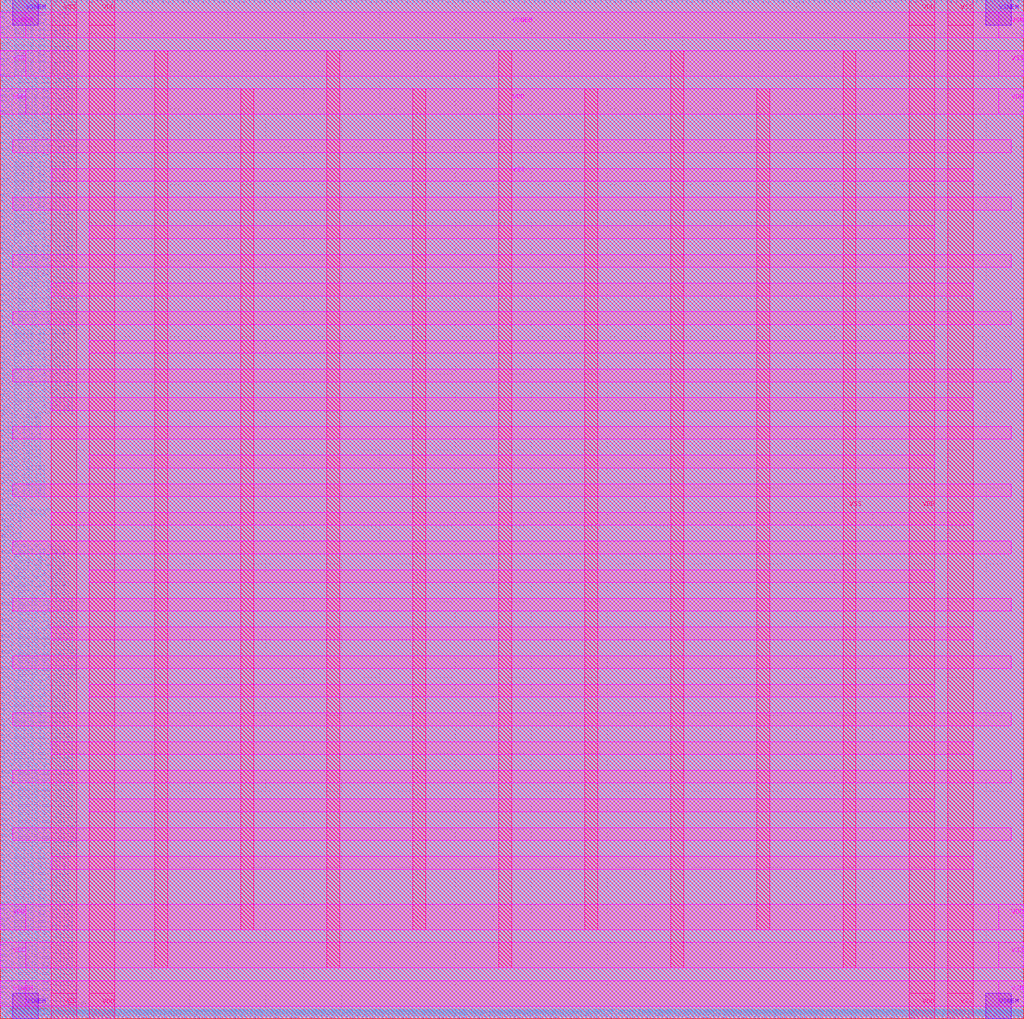
<source format=lef>
###############################################################
#  Generated by:      Cadence Innovus 20.13-s083_1
#  OS:                Linux x86_64(Host ID r6cad-tsmc40r.stanford.edu)
#  Generated on:      Mon May 24 22:59:54 2021
#  Design:            pe_tile_new_unq1
#  Command:           write_lef_abstract -specifyTopLayer 5 -PGPinLayers {6 7} -noCutObs -stripePin results/pe_tile_new_unq1.lef
###############################################################

VERSION 5.8 ;

BUSBITCHARS "[]" ;
DIVIDERCHAR "/" ;

MACRO pe_tile_new_unq1
  CLASS BLOCK ;
  SIZE 134.960000 BY 134.400000 ;
  FOREIGN pe_tile_new_unq1 0.000000 0.000000 ;
  ORIGIN 0 0 ;
  SYMMETRY X Y R90 ;
  PIN clk_in
    DIRECTION INPUT ;
    USE SIGNAL ;
    ANTENNAPARTIALMETALAREA 0.92435 LAYER M4  ;
    ANTENNAPARTIALMETALSIDEAREA 3.717 LAYER M4  ;
    ANTENNAMODEL OXIDE1 ;
    ANTENNAGATEAREA 0.4088 LAYER M4  ;
    ANTENNAMAXAREACAR 7.60265 LAYER M4  ;
    ANTENNAMAXSIDEAREACAR 29.2184 LAYER M4  ;
    ANTENNAMAXCUTCAR 0.159091 LAYER VIA4  ;
    PORT
      LAYER M4 ;
        RECT 0.000000 67.725000 0.390000 67.795000 ;
    END
  END clk_in
  PIN config_addr[31]
    DIRECTION INPUT ;
    USE SIGNAL ;
    ANTENNAPARTIALMETALAREA 0.46865 LAYER M4  ;
    ANTENNAPARTIALMETALSIDEAREA 1.8802 LAYER M4  ;
    ANTENNAMODEL OXIDE1 ;
    ANTENNAGATEAREA 0.032 LAYER M4  ;
    ANTENNAMAXAREACAR 62.1578 LAYER M4  ;
    ANTENNAMAXSIDEAREACAR 247.044 LAYER M4  ;
    ANTENNAPARTIALCUTAREA 0.0098 LAYER VIA4  ;
    ANTENNAMAXCUTCAR 1.53125 LAYER VIA4  ;
    ANTENNAPARTIALMETALAREA 2.716 LAYER M5  ;
    ANTENNAPARTIALMETALSIDEAREA 10.822 LAYER M5  ;
    ANTENNAGATEAREA 0.32 LAYER M5  ;
    ANTENNAMAXAREACAR 70.6453 LAYER M5  ;
    ANTENNAMAXSIDEAREACAR 280.862 LAYER M5  ;
    ANTENNAMAXCUTCAR 3.0625 LAYER VIA5  ;
    PORT
      LAYER M4 ;
        RECT 134.570000 60.165000 134.960000 60.235000 ;
    END
  END config_addr[31]
  PIN config_addr[30]
    DIRECTION INPUT ;
    USE SIGNAL ;
    ANTENNAPARTIALMETALAREA 0.5355 LAYER M4  ;
    ANTENNAPARTIALMETALSIDEAREA 2.0804 LAYER M4  ;
    ANTENNAMODEL OXIDE1 ;
    ANTENNAGATEAREA 0.032 LAYER M4  ;
    ANTENNAMAXAREACAR 71.8375 LAYER M4  ;
    ANTENNAMAXSIDEAREACAR 284.364 LAYER M4  ;
    ANTENNAPARTIALCUTAREA 0.0098 LAYER VIA4  ;
    ANTENNAMAXCUTCAR 1.8375 LAYER VIA4  ;
    ANTENNAPARTIALMETALAREA 1.8067 LAYER M5  ;
    ANTENNAPARTIALMETALSIDEAREA 7.1988 LAYER M5  ;
    ANTENNAGATEAREA 0.32 LAYER M5  ;
    ANTENNAMAXAREACAR 77.4834 LAYER M5  ;
    ANTENNAMAXSIDEAREACAR 306.86 LAYER M5  ;
    ANTENNAMAXCUTCAR 2.04167 LAYER VIA5  ;
    PORT
      LAYER M4 ;
        RECT 134.570000 60.865000 134.960000 60.935000 ;
    END
  END config_addr[30]
  PIN config_addr[29]
    DIRECTION INPUT ;
    USE SIGNAL ;
    ANTENNAPARTIALMETALAREA 0.6741 LAYER M4  ;
    ANTENNAPARTIALMETALSIDEAREA 2.6684 LAYER M4  ;
    ANTENNAMODEL OXIDE1 ;
    ANTENNAGATEAREA 0.048 LAYER M4  ;
    ANTENNAMAXAREACAR 69.1833 LAYER M4  ;
    ANTENNAMAXSIDEAREACAR 274.183 LAYER M4  ;
    ANTENNAPARTIALCUTAREA 0.0098 LAYER VIA4  ;
    ANTENNAMAXCUTCAR 1.8375 LAYER VIA4  ;
    ANTENNAPARTIALMETALAREA 1.2768 LAYER M5  ;
    ANTENNAPARTIALMETALSIDEAREA 5.012 LAYER M5  ;
    ANTENNAGATEAREA 0.32 LAYER M5  ;
    ANTENNAMAXAREACAR 73.1733 LAYER M5  ;
    ANTENNAMAXSIDEAREACAR 289.846 LAYER M5  ;
    ANTENNAMAXCUTCAR 1.88462 LAYER VIA5  ;
    PORT
      LAYER M4 ;
        RECT 134.570000 61.565000 134.960000 61.635000 ;
    END
  END config_addr[29]
  PIN config_addr[28]
    DIRECTION INPUT ;
    USE SIGNAL ;
    ANTENNAPARTIALMETALAREA 0.0497 LAYER M4  ;
    ANTENNAPARTIALMETALSIDEAREA 0.1652 LAYER M4  ;
    ANTENNAPARTIALCUTAREA 0.0098 LAYER VIA4  ;
    ANTENNAPARTIALMETALAREA 0.94675 LAYER M5  ;
    ANTENNAPARTIALMETALSIDEAREA 3.7926 LAYER M5  ;
    ANTENNAMODEL OXIDE1 ;
    ANTENNAGATEAREA 0.5 LAYER M5  ;
    ANTENNAMAXAREACAR 56.7341 LAYER M5  ;
    ANTENNAMAXSIDEAREACAR 225.36 LAYER M5  ;
    ANTENNAMAXCUTCAR 1.8375 LAYER VIA5  ;
    PORT
      LAYER M4 ;
        RECT 134.570000 62.265000 134.960000 62.335000 ;
    END
  END config_addr[28]
  PIN config_addr[27]
    DIRECTION INPUT ;
    USE SIGNAL ;
    ANTENNAPARTIALMETALAREA 0.4508 LAYER M4  ;
    ANTENNAPARTIALMETALSIDEAREA 1.7892 LAYER M4  ;
    ANTENNAPARTIALCUTAREA 0.0098 LAYER VIA4  ;
    ANTENNAPARTIALMETALAREA 3.9487 LAYER M5  ;
    ANTENNAPARTIALMETALSIDEAREA 15.6492 LAYER M5  ;
    ANTENNAMODEL OXIDE1 ;
    ANTENNAGATEAREA 0.468 LAYER M5  ;
    ANTENNAMAXAREACAR 53.7405 LAYER M5  ;
    ANTENNAMAXSIDEAREACAR 215.504 LAYER M5  ;
    ANTENNAMAXCUTCAR 2.45 LAYER VIA5  ;
    PORT
      LAYER M4 ;
        RECT 134.570000 62.965000 134.960000 63.035000 ;
    END
  END config_addr[27]
  PIN config_addr[26]
    DIRECTION INPUT ;
    USE SIGNAL ;
    ANTENNAPARTIALMETALAREA 0.92225 LAYER M4  ;
    ANTENNAPARTIALMETALSIDEAREA 3.5994 LAYER M4  ;
    ANTENNAMODEL OXIDE1 ;
    ANTENNAGATEAREA 0.202 LAYER M4  ;
    ANTENNAMAXAREACAR 56.3073 LAYER M4  ;
    ANTENNAMAXSIDEAREACAR 222.252 LAYER M4  ;
    ANTENNAPARTIALCUTAREA 0.0098 LAYER VIA4  ;
    ANTENNAMAXCUTCAR 2.09018 LAYER VIA4  ;
    ANTENNAPARTIALMETALAREA 0.3003 LAYER M5  ;
    ANTENNAPARTIALMETALSIDEAREA 1.1536 LAYER M5  ;
    ANTENNAGATEAREA 0.452 LAYER M5  ;
    ANTENNAMAXAREACAR 56.9716 LAYER M5  ;
    ANTENNAMAXSIDEAREACAR 224.804 LAYER M5  ;
    ANTENNAMAXCUTCAR 2.09018 LAYER VIA5  ;
    PORT
      LAYER M4 ;
        RECT 134.570000 63.525000 134.960000 63.595000 ;
    END
  END config_addr[26]
  PIN config_addr[25]
    DIRECTION INPUT ;
    USE SIGNAL ;
    ANTENNAPARTIALMETALAREA 0.616 LAYER M4  ;
    ANTENNAPARTIALMETALSIDEAREA 2.45 LAYER M4  ;
    ANTENNAMODEL OXIDE1 ;
    ANTENNAGATEAREA 0.032 LAYER M4  ;
    ANTENNAMAXAREACAR 71.3562 LAYER M4  ;
    ANTENNAMAXSIDEAREACAR 282.788 LAYER M4  ;
    ANTENNAPARTIALCUTAREA 0.0098 LAYER VIA4  ;
    ANTENNAMAXCUTCAR 1.68438 LAYER VIA4  ;
    ANTENNAPARTIALMETALAREA 1.88755 LAYER M5  ;
    ANTENNAPARTIALMETALSIDEAREA 7.3934 LAYER M5  ;
    ANTENNAGATEAREA 0.462 LAYER M5  ;
    ANTENNAMAXAREACAR 75.4419 LAYER M5  ;
    ANTENNAMAXSIDEAREACAR 298.791 LAYER M5  ;
    ANTENNAMAXCUTCAR 1.99816 LAYER VIA5  ;
    PORT
      LAYER M4 ;
        RECT 134.570000 64.225000 134.960000 64.295000 ;
    END
  END config_addr[25]
  PIN config_addr[24]
    DIRECTION INPUT ;
    USE SIGNAL ;
    ANTENNAPARTIALMETALAREA 0.5775 LAYER M4  ;
    ANTENNAPARTIALMETALSIDEAREA 2.3156 LAYER M4  ;
    ANTENNAMODEL OXIDE1 ;
    ANTENNAGATEAREA 0.032 LAYER M4  ;
    ANTENNAMAXAREACAR 63.4156 LAYER M4  ;
    ANTENNAMAXSIDEAREACAR 251.637 LAYER M4  ;
    ANTENNAPARTIALCUTAREA 0.0098 LAYER VIA4  ;
    ANTENNAMAXCUTCAR 1.8375 LAYER VIA4  ;
    ANTENNAPARTIALMETALAREA 2.1833 LAYER M5  ;
    ANTENNAPARTIALMETALSIDEAREA 8.6296 LAYER M5  ;
    ANTENNAGATEAREA 0.692 LAYER M5  ;
    ANTENNAMAXAREACAR 66.5707 LAYER M5  ;
    ANTENNAMAXSIDEAREACAR 264.108 LAYER M5  ;
    ANTENNAMAXCUTCAR 2.625 LAYER VIA5  ;
    PORT
      LAYER M4 ;
        RECT 134.570000 64.925000 134.960000 64.995000 ;
    END
  END config_addr[24]
  PIN config_addr[23]
    DIRECTION INPUT ;
    USE SIGNAL ;
    ANTENNAPARTIALMETALAREA 0.0217 LAYER M4  ;
    ANTENNAPARTIALMETALSIDEAREA 0.0868 LAYER M4  ;
    ANTENNAMODEL OXIDE1 ;
    ANTENNAGATEAREA 0.016 LAYER M4  ;
    ANTENNAMAXAREACAR 91.0219 LAYER M4  ;
    ANTENNAMAXSIDEAREACAR 362.663 LAYER M4  ;
    ANTENNAMAXCUTCAR 1.8375 LAYER VIA4  ;
    PORT
      LAYER M4 ;
        RECT 134.570000 65.625000 134.960000 65.695000 ;
    END
  END config_addr[23]
  PIN config_addr[22]
    DIRECTION INPUT ;
    USE SIGNAL ;
    ANTENNAPARTIALMETALAREA 0.0315 LAYER M4  ;
    ANTENNAPARTIALMETALSIDEAREA 0.126 LAYER M4  ;
    ANTENNAMODEL OXIDE1 ;
    ANTENNAGATEAREA 0.016 LAYER M4  ;
    ANTENNAMAXAREACAR 94.4125 LAYER M4  ;
    ANTENNAMAXSIDEAREACAR 375.906 LAYER M4  ;
    ANTENNAMAXCUTCAR 1.53125 LAYER VIA4  ;
    PORT
      LAYER M4 ;
        RECT 134.570000 66.185000 134.960000 66.255000 ;
    END
  END config_addr[22]
  PIN config_addr[21]
    DIRECTION INPUT ;
    USE SIGNAL ;
    ANTENNAPARTIALMETALAREA 0.0315 LAYER M4  ;
    ANTENNAPARTIALMETALSIDEAREA 0.126 LAYER M4  ;
    ANTENNAMODEL OXIDE1 ;
    ANTENNAGATEAREA 0.016 LAYER M4  ;
    ANTENNAMAXAREACAR 88.3313 LAYER M4  ;
    ANTENNAMAXSIDEAREACAR 349.669 LAYER M4  ;
    ANTENNAMAXCUTCAR 1.8375 LAYER VIA4  ;
    PORT
      LAYER M4 ;
        RECT 134.570000 66.885000 134.960000 66.955000 ;
    END
  END config_addr[21]
  PIN config_addr[20]
    DIRECTION INPUT ;
    USE SIGNAL ;
    ANTENNAPARTIALMETALAREA 0.08015 LAYER M4  ;
    ANTENNAPARTIALMETALSIDEAREA 0.3206 LAYER M4  ;
    ANTENNAMODEL OXIDE1 ;
    ANTENNAGATEAREA 0.016 LAYER M4  ;
    ANTENNAMAXAREACAR 99.0281 LAYER M4  ;
    ANTENNAMAXSIDEAREACAR 392.587 LAYER M4  ;
    ANTENNAMAXCUTCAR 1.53125 LAYER VIA4  ;
    PORT
      LAYER M4 ;
        RECT 134.570000 67.585000 134.960000 67.655000 ;
    END
  END config_addr[20]
  PIN config_addr[19]
    DIRECTION INPUT ;
    USE SIGNAL ;
    ANTENNAPARTIALMETALAREA 0.26495 LAYER M4  ;
    ANTENNAPARTIALMETALSIDEAREA 1.0794 LAYER M4  ;
    ANTENNAMODEL OXIDE1 ;
    ANTENNAGATEAREA 0.058 LAYER M4  ;
    ANTENNAMAXAREACAR 83.3989 LAYER M4  ;
    ANTENNAMAXSIDEAREACAR 331.764 LAYER M4  ;
    ANTENNAMAXCUTCAR 2.14375 LAYER VIA4  ;
    PORT
      LAYER M4 ;
        RECT 134.570000 68.285000 134.960000 68.355000 ;
    END
  END config_addr[19]
  PIN config_addr[18]
    DIRECTION INPUT ;
    USE SIGNAL ;
    ANTENNAPARTIALMETALAREA 0.0217 LAYER M4  ;
    ANTENNAPARTIALMETALSIDEAREA 0.0868 LAYER M4  ;
    ANTENNAMODEL OXIDE1 ;
    ANTENNAGATEAREA 0.202 LAYER M4  ;
    ANTENNAMAXAREACAR 22.0298 LAYER M4  ;
    ANTENNAMAXSIDEAREACAR 87.5722 LAYER M4  ;
    ANTENNAMAXCUTCAR 1.27351 LAYER VIA4  ;
    PORT
      LAYER M4 ;
        RECT 134.570000 68.845000 134.960000 68.915000 ;
    END
  END config_addr[18]
  PIN config_addr[17]
    DIRECTION INPUT ;
    USE SIGNAL ;
    ANTENNAPARTIALMETALAREA 0.0315 LAYER M4  ;
    ANTENNAPARTIALMETALSIDEAREA 0.126 LAYER M4  ;
    ANTENNAPARTIALCUTAREA 0.0098 LAYER VIA4  ;
    ANTENNAPARTIALMETALAREA 1.9677 LAYER M5  ;
    ANTENNAPARTIALMETALSIDEAREA 7.8568 LAYER M5  ;
    ANTENNAMODEL OXIDE1 ;
    ANTENNAGATEAREA 0.09 LAYER M5  ;
    ANTENNAMAXAREACAR 46.9952 LAYER M5  ;
    ANTENNAMAXSIDEAREACAR 188.308 LAYER M5  ;
    ANTENNAMAXCUTCAR 1.89194 LAYER VIA5  ;
    PORT
      LAYER M4 ;
        RECT 134.570000 69.545000 134.960000 69.615000 ;
    END
  END config_addr[17]
  PIN config_addr[16]
    DIRECTION INPUT ;
    USE SIGNAL ;
    ANTENNAPARTIALMETALAREA 0.44905 LAYER M4  ;
    ANTENNAPARTIALMETALSIDEAREA 1.8018 LAYER M4  ;
    ANTENNAMODEL OXIDE1 ;
    ANTENNAGATEAREA 0.16 LAYER M4  ;
    ANTENNAMAXAREACAR 15.7663 LAYER M4  ;
    ANTENNAMAXSIDEAREACAR 60.1005 LAYER M4  ;
    ANTENNAMAXCUTCAR 1.59931 LAYER VIA4  ;
    PORT
      LAYER M4 ;
        RECT 134.570000 70.245000 134.960000 70.315000 ;
    END
  END config_addr[16]
  PIN config_addr[15]
    DIRECTION INPUT ;
    USE SIGNAL ;
    ANTENNAPARTIALMETALAREA 0.0217 LAYER M4  ;
    ANTENNAPARTIALMETALSIDEAREA 0.0868 LAYER M4  ;
    ANTENNAMODEL OXIDE1 ;
    ANTENNAGATEAREA 0.016 LAYER M4  ;
    ANTENNAMAXAREACAR 102.069 LAYER M4  ;
    ANTENNAMAXSIDEAREACAR 404.028 LAYER M4  ;
    ANTENNAMAXCUTCAR 1.225 LAYER VIA4  ;
    PORT
      LAYER M4 ;
        RECT 134.570000 70.945000 134.960000 71.015000 ;
    END
  END config_addr[15]
  PIN config_addr[14]
    DIRECTION INPUT ;
    USE SIGNAL ;
    ANTENNAPARTIALMETALAREA 0.0399 LAYER M4  ;
    ANTENNAPARTIALMETALSIDEAREA 0.126 LAYER M4  ;
    ANTENNAMODEL OXIDE1 ;
    ANTENNAGATEAREA 0.016 LAYER M4  ;
    ANTENNAMAXAREACAR 94.4125 LAYER M4  ;
    ANTENNAMAXSIDEAREACAR 368.328 LAYER M4  ;
    ANTENNAMAXCUTCAR 1.8375 LAYER VIA4  ;
    PORT
      LAYER M4 ;
        RECT 134.570000 71.505000 134.960000 71.575000 ;
    END
  END config_addr[14]
  PIN config_addr[13]
    DIRECTION INPUT ;
    USE SIGNAL ;
    ANTENNAPARTIALMETALAREA 0.1393 LAYER M4  ;
    ANTENNAPARTIALMETALSIDEAREA 0.5572 LAYER M4  ;
    ANTENNAMODEL OXIDE1 ;
    ANTENNAGATEAREA 0.016 LAYER M4  ;
    ANTENNAMAXAREACAR 101.456 LAYER M4  ;
    ANTENNAMAXSIDEAREACAR 401.578 LAYER M4  ;
    ANTENNAMAXCUTCAR 1.53125 LAYER VIA4  ;
    PORT
      LAYER M4 ;
        RECT 134.570000 72.205000 134.960000 72.275000 ;
    END
  END config_addr[13]
  PIN config_addr[12]
    DIRECTION INPUT ;
    USE SIGNAL ;
    ANTENNAPARTIALMETALAREA 0.0805 LAYER M4  ;
    ANTENNAPARTIALMETALSIDEAREA 0.322 LAYER M4  ;
    ANTENNAMODEL OXIDE1 ;
    ANTENNAGATEAREA 0.032 LAYER M4  ;
    ANTENNAMAXAREACAR 52.9156 LAYER M4  ;
    ANTENNAMAXSIDEAREACAR 207.962 LAYER M4  ;
    ANTENNAMAXCUTCAR 1.53125 LAYER VIA4  ;
    PORT
      LAYER M4 ;
        RECT 134.570000 72.905000 134.960000 72.975000 ;
    END
  END config_addr[12]
  PIN config_addr[11]
    DIRECTION INPUT ;
    USE SIGNAL ;
    ANTENNAPARTIALMETALAREA 0.0217 LAYER M4  ;
    ANTENNAPARTIALMETALSIDEAREA 0.0868 LAYER M4  ;
    ANTENNAMODEL OXIDE1 ;
    ANTENNAGATEAREA 0.016 LAYER M4  ;
    ANTENNAMAXAREACAR 61.9719 LAYER M4  ;
    ANTENNAMAXSIDEAREACAR 240.666 LAYER M4  ;
    ANTENNAMAXCUTCAR 1.8375 LAYER VIA4  ;
    PORT
      LAYER M4 ;
        RECT 134.570000 73.605000 134.960000 73.675000 ;
    END
  END config_addr[11]
  PIN config_addr[10]
    DIRECTION INPUT ;
    USE SIGNAL ;
    ANTENNAPARTIALMETALAREA 0.0217 LAYER M4  ;
    ANTENNAPARTIALMETALSIDEAREA 0.0868 LAYER M4  ;
    ANTENNAMODEL OXIDE1 ;
    ANTENNAGATEAREA 0.032 LAYER M4  ;
    ANTENNAMAXAREACAR 44.6984 LAYER M4  ;
    ANTENNAMAXSIDEAREACAR 176.189 LAYER M4  ;
    ANTENNAMAXCUTCAR 0.91875 LAYER VIA4  ;
    PORT
      LAYER M4 ;
        RECT 134.570000 74.305000 134.960000 74.375000 ;
    END
  END config_addr[10]
  PIN config_addr[9]
    DIRECTION INPUT ;
    USE SIGNAL ;
    ANTENNAPARTIALMETALAREA 0.0217 LAYER M4  ;
    ANTENNAPARTIALMETALSIDEAREA 0.0868 LAYER M4  ;
    ANTENNAMODEL OXIDE1 ;
    ANTENNAGATEAREA 0.032 LAYER M4  ;
    ANTENNAMAXAREACAR 43.2766 LAYER M4  ;
    ANTENNAMAXSIDEAREACAR 171.989 LAYER M4  ;
    ANTENNAMAXCUTCAR 0.91875 LAYER VIA4  ;
    PORT
      LAYER M4 ;
        RECT 134.570000 74.865000 134.960000 74.935000 ;
    END
  END config_addr[9]
  PIN config_addr[8]
    DIRECTION INPUT ;
    USE SIGNAL ;
    ANTENNAPARTIALMETALAREA 0.0217 LAYER M4  ;
    ANTENNAPARTIALMETALSIDEAREA 0.0868 LAYER M4  ;
    ANTENNAMODEL OXIDE1 ;
    ANTENNAGATEAREA 0.032 LAYER M4  ;
    ANTENNAMAXAREACAR 55.5516 LAYER M4  ;
    ANTENNAMAXSIDEAREACAR 217.631 LAYER M4  ;
    ANTENNAMAXCUTCAR 1.225 LAYER VIA4  ;
    PORT
      LAYER M4 ;
        RECT 134.570000 75.565000 134.960000 75.635000 ;
    END
  END config_addr[8]
  PIN config_addr[7]
    DIRECTION INPUT ;
    USE SIGNAL ;
    ANTENNAPARTIALMETALAREA 0.1001 LAYER M4  ;
    ANTENNAPARTIALMETALSIDEAREA 0.4004 LAYER M4  ;
    ANTENNAMODEL OXIDE1 ;
    ANTENNAGATEAREA 0.016 LAYER M4  ;
    ANTENNAMAXAREACAR 102.594 LAYER M4  ;
    ANTENNAMAXSIDEAREACAR 403.153 LAYER M4  ;
    ANTENNAMAXCUTCAR 1.8375 LAYER VIA4  ;
    PORT
      LAYER M4 ;
        RECT 134.570000 76.265000 134.960000 76.335000 ;
    END
  END config_addr[7]
  PIN config_addr[6]
    DIRECTION INPUT ;
    USE SIGNAL ;
    ANTENNAPARTIALMETALAREA 0.0217 LAYER M4  ;
    ANTENNAPARTIALMETALSIDEAREA 0.0868 LAYER M4  ;
    ANTENNAMODEL OXIDE1 ;
    ANTENNAGATEAREA 0.016 LAYER M4  ;
    ANTENNAMAXAREACAR 110.425 LAYER M4  ;
    ANTENNAMAXSIDEAREACAR 435.353 LAYER M4  ;
    ANTENNAMAXCUTCAR 1.8375 LAYER VIA4  ;
    PORT
      LAYER M4 ;
        RECT 134.570000 76.965000 134.960000 77.035000 ;
    END
  END config_addr[6]
  PIN config_addr[5]
    DIRECTION INPUT ;
    USE SIGNAL ;
    ANTENNAPARTIALMETALAREA 0.0217 LAYER M4  ;
    ANTENNAPARTIALMETALSIDEAREA 0.0868 LAYER M4  ;
    ANTENNAMODEL OXIDE1 ;
    ANTENNAGATEAREA 0.016 LAYER M4  ;
    ANTENNAMAXAREACAR 90.3438 LAYER M4  ;
    ANTENNAMAXSIDEAREACAR 355.028 LAYER M4  ;
    ANTENNAMAXCUTCAR 1.8375 LAYER VIA4  ;
    PORT
      LAYER M4 ;
        RECT 134.570000 77.525000 134.960000 77.595000 ;
    END
  END config_addr[5]
  PIN config_addr[4]
    DIRECTION INPUT ;
    USE SIGNAL ;
    ANTENNAPARTIALMETALAREA 0.0217 LAYER M4  ;
    ANTENNAPARTIALMETALSIDEAREA 0.0868 LAYER M4  ;
    ANTENNAPARTIALCUTAREA 0.0098 LAYER VIA4  ;
    ANTENNAPARTIALMETALAREA 1.0157 LAYER M5  ;
    ANTENNAPARTIALMETALSIDEAREA 4.0152 LAYER M5  ;
    ANTENNAMODEL OXIDE1 ;
    ANTENNAGATEAREA 0.016 LAYER M5  ;
    ANTENNAMAXAREACAR 96.6 LAYER M5  ;
    ANTENNAMAXSIDEAREACAR 378.303 LAYER M5  ;
    ANTENNAMAXCUTCAR 2.45 LAYER VIA5  ;
    PORT
      LAYER M4 ;
        RECT 134.570000 78.225000 134.960000 78.295000 ;
    END
  END config_addr[4]
  PIN config_addr[3]
    DIRECTION INPUT ;
    USE SIGNAL ;
    ANTENNAPARTIALMETALAREA 0.0315 LAYER M4  ;
    ANTENNAPARTIALMETALSIDEAREA 0.126 LAYER M4  ;
    ANTENNAMODEL OXIDE1 ;
    ANTENNAGATEAREA 0.016 LAYER M4  ;
    ANTENNAMAXAREACAR 101.369 LAYER M4  ;
    ANTENNAMAXSIDEAREACAR 399.128 LAYER M4  ;
    ANTENNAMAXCUTCAR 1.8375 LAYER VIA4  ;
    PORT
      LAYER M4 ;
        RECT 134.570000 78.925000 134.960000 78.995000 ;
    END
  END config_addr[3]
  PIN config_addr[2]
    DIRECTION INPUT ;
    USE SIGNAL ;
    ANTENNAPARTIALMETALAREA 0.0315 LAYER M4  ;
    ANTENNAPARTIALMETALSIDEAREA 0.126 LAYER M4  ;
    ANTENNAMODEL OXIDE1 ;
    ANTENNAGATEAREA 0.016 LAYER M4  ;
    ANTENNAMAXAREACAR 87.8063 LAYER M4  ;
    ANTENNAMAXSIDEAREACAR 344.878 LAYER M4  ;
    ANTENNAMAXCUTCAR 1.8375 LAYER VIA4  ;
    PORT
      LAYER M4 ;
        RECT 134.570000 79.625000 134.960000 79.695000 ;
    END
  END config_addr[2]
  PIN config_addr[1]
    DIRECTION INPUT ;
    USE SIGNAL ;
    ANTENNAPARTIALMETALAREA 0.0217 LAYER M4  ;
    ANTENNAPARTIALMETALSIDEAREA 0.0868 LAYER M4  ;
    ANTENNAMODEL OXIDE1 ;
    ANTENNAGATEAREA 0.016 LAYER M4  ;
    ANTENNAMAXAREACAR 90.9563 LAYER M4  ;
    ANTENNAMAXSIDEAREACAR 357.478 LAYER M4  ;
    ANTENNAMAXCUTCAR 1.8375 LAYER VIA4  ;
    PORT
      LAYER M4 ;
        RECT 134.570000 80.185000 134.960000 80.255000 ;
    END
  END config_addr[1]
  PIN config_addr[0]
    DIRECTION INPUT ;
    USE SIGNAL ;
    ANTENNAPARTIALMETALAREA 0.0217 LAYER M4  ;
    ANTENNAPARTIALMETALSIDEAREA 0.0868 LAYER M4  ;
    ANTENNAMODEL OXIDE1 ;
    ANTENNAGATEAREA 0.016 LAYER M4  ;
    ANTENNAMAXAREACAR 95.8562 LAYER M4  ;
    ANTENNAMAXSIDEAREACAR 377.078 LAYER M4  ;
    ANTENNAMAXCUTCAR 1.8375 LAYER VIA4  ;
    PORT
      LAYER M4 ;
        RECT 134.570000 80.885000 134.960000 80.955000 ;
    END
  END config_addr[0]
  PIN config_data[31]
    DIRECTION INPUT ;
    USE SIGNAL ;
    ANTENNAPARTIALMETALAREA 2.2358 LAYER M4  ;
    ANTENNAPARTIALMETALSIDEAREA 8.9152 LAYER M4  ;
    ANTENNAMODEL OXIDE1 ;
    ANTENNAGATEAREA 0.0892 LAYER M4  ;
    ANTENNAMAXAREACAR 194.389 LAYER M4  ;
    ANTENNAMAXSIDEAREACAR 771.913 LAYER M4  ;
    ANTENNAPARTIALCUTAREA 0.0098 LAYER VIA4  ;
    ANTENNAMAXCUTCAR 2.11806 LAYER VIA4  ;
    ANTENNAPARTIALMETALAREA 2.1462 LAYER M5  ;
    ANTENNAPARTIALMETALSIDEAREA 8.4084 LAYER M5  ;
    ANTENNAGATEAREA 0.3004 LAYER M5  ;
    ANTENNAMAXAREACAR 201.533 LAYER M5  ;
    ANTENNAMAXSIDEAREACAR 799.904 LAYER M5  ;
    ANTENNAMAXCUTCAR 2.20902 LAYER VIA5  ;
    PORT
      LAYER M4 ;
        RECT 74.375000 134.010000 74.445000 134.400000 ;
    END
  END config_data[31]
  PIN config_data[30]
    DIRECTION INPUT ;
    USE SIGNAL ;
    ANTENNAPARTIALMETALAREA 1.3419 LAYER M4  ;
    ANTENNAPARTIALMETALSIDEAREA 5.3872 LAYER M4  ;
    ANTENNAPARTIALCUTAREA 0.0098 LAYER VIA4  ;
    ANTENNAPARTIALMETALAREA 6.349 LAYER M5  ;
    ANTENNAPARTIALMETALSIDEAREA 25.1972 LAYER M5  ;
    ANTENNAMODEL OXIDE1 ;
    ANTENNAGATEAREA 0.3004 LAYER M5  ;
    ANTENNAMAXAREACAR 100.406 LAYER M5  ;
    ANTENNAMAXSIDEAREACAR 395.059 LAYER M5  ;
    ANTENNAMAXCUTCAR 2.81148 LAYER VIA5  ;
    PORT
      LAYER M4 ;
        RECT 73.815000 134.010000 73.885000 134.400000 ;
    END
  END config_data[30]
  PIN config_data[29]
    DIRECTION INPUT ;
    USE SIGNAL ;
    ANTENNAPARTIALCUTAREA 0.0098 LAYER VIA4  ;
    ANTENNAPARTIALMETALAREA 6.88415 LAYER M5  ;
    ANTENNAPARTIALMETALSIDEAREA 27.4078 LAYER M5  ;
    ANTENNAMODEL OXIDE1 ;
    ANTENNAGATEAREA 0.3004 LAYER M5  ;
    ANTENNAMAXAREACAR 92.3327 LAYER M5  ;
    ANTENNAMAXSIDEAREACAR 367.56 LAYER M5  ;
    ANTENNAMAXCUTCAR 1.82994 LAYER VIA5  ;
    PORT
      LAYER M4 ;
        RECT 73.115000 134.010000 73.185000 134.400000 ;
    END
  END config_data[29]
  PIN config_data[28]
    DIRECTION INPUT ;
    USE SIGNAL ;
    ANTENNAPARTIALMETALAREA 0.26915 LAYER M4  ;
    ANTENNAPARTIALMETALSIDEAREA 1.0626 LAYER M4  ;
    ANTENNAMODEL OXIDE1 ;
    ANTENNAGATEAREA 0.2028 LAYER M4  ;
    ANTENNAMAXAREACAR 386.953 LAYER M4  ;
    ANTENNAMAXSIDEAREACAR 1546.54 LAYER M4  ;
    ANTENNAPARTIALCUTAREA 0.0098 LAYER VIA4  ;
    ANTENNAMAXCUTCAR 3.20747 LAYER VIA4  ;
    ANTENNAPARTIALMETALAREA 1.58235 LAYER M5  ;
    ANTENNAPARTIALMETALSIDEAREA 6.3014 LAYER M5  ;
    ANTENNAGATEAREA 0.3004 LAYER M5  ;
    ANTENNAMAXAREACAR 392.22 LAYER M5  ;
    ANTENNAMAXSIDEAREACAR 1567.52 LAYER M5  ;
    ANTENNAMAXCUTCAR 3.20747 LAYER VIA5  ;
    PORT
      LAYER M4 ;
        RECT 72.415000 134.010000 72.485000 134.400000 ;
    END
  END config_data[28]
  PIN config_data[27]
    DIRECTION INPUT ;
    USE SIGNAL ;
    ANTENNAPARTIALMETALAREA 0.16345 LAYER M4  ;
    ANTENNAPARTIALMETALSIDEAREA 0.6538 LAYER M4  ;
    ANTENNAPARTIALCUTAREA 0.0098 LAYER VIA4  ;
    ANTENNAPARTIALMETALAREA 5.08585 LAYER M5  ;
    ANTENNAPARTIALMETALSIDEAREA 20.2342 LAYER M5  ;
    ANTENNAMODEL OXIDE1 ;
    ANTENNAGATEAREA 0.3004 LAYER M5  ;
    ANTENNAMAXAREACAR 151.971 LAYER M5  ;
    ANTENNAMAXSIDEAREACAR 606.804 LAYER M5  ;
    ANTENNAMAXCUTCAR 2.0082 LAYER VIA5  ;
    PORT
      LAYER M4 ;
        RECT 71.715000 134.010000 71.785000 134.400000 ;
    END
  END config_data[27]
  PIN config_data[26]
    DIRECTION INPUT ;
    USE SIGNAL ;
    ANTENNAPARTIALMETALAREA 5.60805 LAYER M4  ;
    ANTENNAPARTIALMETALSIDEAREA 22.3902 LAYER M4  ;
    ANTENNAMODEL OXIDE1 ;
    ANTENNAGATEAREA 0.0648 LAYER M4  ;
    ANTENNAMAXAREACAR 189.125 LAYER M4  ;
    ANTENNAMAXSIDEAREACAR 750.678 LAYER M4  ;
    ANTENNAPARTIALCUTAREA 0.0098 LAYER VIA4  ;
    ANTENNAMAXCUTCAR 2.60123 LAYER VIA4  ;
    ANTENNAPARTIALMETALAREA 2.43775 LAYER M5  ;
    ANTENNAPARTIALMETALSIDEAREA 9.6278 LAYER M5  ;
    ANTENNAGATEAREA 0.3004 LAYER M5  ;
    ANTENNAMAXAREACAR 197.24 LAYER M5  ;
    ANTENNAMAXSIDEAREACAR 782.728 LAYER M5  ;
    ANTENNAMAXCUTCAR 2.60123 LAYER VIA5  ;
    PORT
      LAYER M4 ;
        RECT 71.015000 134.010000 71.085000 134.400000 ;
    END
  END config_data[26]
  PIN config_data[25]
    DIRECTION INPUT ;
    USE SIGNAL ;
    ANTENNAPARTIALMETALAREA 0.09485 LAYER M4  ;
    ANTENNAPARTIALMETALSIDEAREA 0.3794 LAYER M4  ;
    ANTENNAPARTIALCUTAREA 0.0098 LAYER VIA4  ;
    ANTENNAPARTIALMETALAREA 5.5216 LAYER M5  ;
    ANTENNAPARTIALMETALSIDEAREA 21.8624 LAYER M5  ;
    ANTENNAMODEL OXIDE1 ;
    ANTENNAGATEAREA 0.3004 LAYER M5  ;
    ANTENNAMAXAREACAR 147.159 LAYER M5  ;
    ANTENNAMAXSIDEAREACAR 583.926 LAYER M5  ;
    ANTENNAMAXCUTCAR 2.13997 LAYER VIA5  ;
    PORT
      LAYER M4 ;
        RECT 70.455000 134.010000 70.525000 134.400000 ;
    END
  END config_data[25]
  PIN config_data[24]
    DIRECTION INPUT ;
    USE SIGNAL ;
    ANTENNAPARTIALMETALAREA 1.792 LAYER M4  ;
    ANTENNAPARTIALMETALSIDEAREA 7.2072 LAYER M4  ;
    ANTENNAMODEL OXIDE1 ;
    ANTENNAGATEAREA 0.0648 LAYER M4  ;
    ANTENNAMAXAREACAR 87.6366 LAYER M4  ;
    ANTENNAMAXSIDEAREACAR 350.76 LAYER M4  ;
    ANTENNAPARTIALCUTAREA 0.0098 LAYER VIA4  ;
    ANTENNAMAXCUTCAR 1.52747 LAYER VIA4  ;
    ANTENNAPARTIALMETALAREA 2.5809 LAYER M5  ;
    ANTENNAPARTIALMETALSIDEAREA 10.2088 LAYER M5  ;
    ANTENNAGATEAREA 0.3004 LAYER M5  ;
    ANTENNAMAXAREACAR 96.2281 LAYER M5  ;
    ANTENNAMAXSIDEAREACAR 384.744 LAYER M5  ;
    ANTENNAMAXCUTCAR 1.60656 LAYER VIA5  ;
    PORT
      LAYER M4 ;
        RECT 69.755000 134.010000 69.825000 134.400000 ;
    END
  END config_data[24]
  PIN config_data[23]
    DIRECTION INPUT ;
    USE SIGNAL ;
    ANTENNAPARTIALMETALAREA 0.06545 LAYER M4  ;
    ANTENNAPARTIALMETALSIDEAREA 0.2618 LAYER M4  ;
    ANTENNAPARTIALCUTAREA 0.0098 LAYER VIA4  ;
    ANTENNAPARTIALMETALAREA 3.3845 LAYER M5  ;
    ANTENNAPARTIALMETALSIDEAREA 13.3336 LAYER M5  ;
    ANTENNAMODEL OXIDE1 ;
    ANTENNAGATEAREA 0.3004 LAYER M5  ;
    ANTENNAMAXAREACAR 103.188 LAYER M5  ;
    ANTENNAMAXSIDEAREACAR 408.62 LAYER M5  ;
    ANTENNAMAXCUTCAR 2.20902 LAYER VIA5  ;
    PORT
      LAYER M4 ;
        RECT 69.055000 134.010000 69.125000 134.400000 ;
    END
  END config_data[23]
  PIN config_data[22]
    DIRECTION INPUT ;
    USE SIGNAL ;
    ANTENNAPARTIALMETALAREA 3.50875 LAYER M4  ;
    ANTENNAPARTIALMETALSIDEAREA 13.993 LAYER M4  ;
    ANTENNAMODEL OXIDE1 ;
    ANTENNAGATEAREA 0.1868 LAYER M4  ;
    ANTENNAMAXAREACAR 73.4973 LAYER M4  ;
    ANTENNAMAXSIDEAREACAR 290.372 LAYER M4  ;
    ANTENNAPARTIALCUTAREA 0.0196 LAYER VIA4  ;
    ANTENNAMAXCUTCAR 1.51096 LAYER VIA4  ;
    ANTENNAPARTIALMETALAREA 0.5348 LAYER M5  ;
    ANTENNAPARTIALMETALSIDEAREA 2.1112 LAYER M5  ;
    ANTENNAGATEAREA 0.3004 LAYER M5  ;
    ANTENNAMAXAREACAR 75.2776 LAYER M5  ;
    ANTENNAMAXSIDEAREACAR 297.4 LAYER M5  ;
    ANTENNAMAXCUTCAR 1.60656 LAYER VIA5  ;
    PORT
      LAYER M4 ;
        RECT 68.355000 134.010000 68.425000 134.400000 ;
    END
  END config_data[22]
  PIN config_data[21]
    DIRECTION INPUT ;
    USE SIGNAL ;
    ANTENNAPARTIALMETALAREA 5.3158 LAYER M4  ;
    ANTENNAPARTIALMETALSIDEAREA 21.3024 LAYER M4  ;
    ANTENNAMODEL OXIDE1 ;
    ANTENNAGATEAREA 0.0648 LAYER M4  ;
    ANTENNAMAXAREACAR 360.228 LAYER M4  ;
    ANTENNAMAXSIDEAREACAR 1431.27 LAYER M4  ;
    ANTENNAPARTIALCUTAREA 0.0098 LAYER VIA4  ;
    ANTENNAMAXCUTCAR 3.21373 LAYER VIA4  ;
    ANTENNAPARTIALMETALAREA 3.6491 LAYER M5  ;
    ANTENNAPARTIALMETALSIDEAREA 14.4816 LAYER M5  ;
    ANTENNAGATEAREA 0.3004 LAYER M5  ;
    ANTENNAMAXAREACAR 372.375 LAYER M5  ;
    ANTENNAMAXSIDEAREACAR 1479.47 LAYER M5  ;
    ANTENNAMAXCUTCAR 3.21373 LAYER VIA5  ;
    PORT
      LAYER M4 ;
        RECT 67.655000 134.010000 67.725000 134.400000 ;
    END
  END config_data[21]
  PIN config_data[20]
    DIRECTION INPUT ;
    USE SIGNAL ;
    ANTENNAPARTIALMETALAREA 7.03605 LAYER M4  ;
    ANTENNAPARTIALMETALSIDEAREA 28.1358 LAYER M4  ;
    ANTENNAMODEL OXIDE1 ;
    ANTENNAGATEAREA 0.0488 LAYER M4  ;
    ANTENNAMAXAREACAR 159.448 LAYER M4  ;
    ANTENNAMAXSIDEAREACAR 636.193 LAYER M4  ;
    ANTENNAPARTIALCUTAREA 0.0196 LAYER VIA4  ;
    ANTENNAMAXCUTCAR 1.60656 LAYER VIA4  ;
    ANTENNAPARTIALMETALAREA 5.327 LAYER M5  ;
    ANTENNAPARTIALMETALSIDEAREA 21.1708 LAYER M5  ;
    ANTENNAGATEAREA 0.3004 LAYER M5  ;
    ANTENNAMAXAREACAR 177.181 LAYER M5  ;
    ANTENNAMAXSIDEAREACAR 706.668 LAYER M5  ;
    ANTENNAMAXCUTCAR 2.45 LAYER VIA5  ;
    PORT
      LAYER M4 ;
        RECT 67.095000 134.010000 67.165000 134.400000 ;
    END
  END config_data[20]
  PIN config_data[19]
    DIRECTION INPUT ;
    USE SIGNAL ;
    ANTENNAPARTIALMETALAREA 1.63065 LAYER M4  ;
    ANTENNAPARTIALMETALSIDEAREA 6.5282 LAYER M4  ;
    ANTENNAMODEL OXIDE1 ;
    ANTENNAGATEAREA 0.0648 LAYER M4  ;
    ANTENNAMAXAREACAR 64.5117 LAYER M4  ;
    ANTENNAMAXSIDEAREACAR 255.123 LAYER M4  ;
    ANTENNAPARTIALCUTAREA 0.0098 LAYER VIA4  ;
    ANTENNAMAXCUTCAR 1.6787 LAYER VIA4  ;
    ANTENNAPARTIALMETALAREA 2.7643 LAYER M5  ;
    ANTENNAPARTIALMETALSIDEAREA 10.948 LAYER M5  ;
    ANTENNAGATEAREA 0.3004 LAYER M5  ;
    ANTENNAMAXAREACAR 99.5773 LAYER M5  ;
    ANTENNAMAXSIDEAREACAR 397.317 LAYER M5  ;
    ANTENNAMAXCUTCAR 2.40984 LAYER VIA5  ;
    PORT
      LAYER M4 ;
        RECT 66.395000 134.010000 66.465000 134.400000 ;
    END
  END config_data[19]
  PIN config_data[18]
    DIRECTION INPUT ;
    USE SIGNAL ;
    ANTENNAPARTIALMETALAREA 0.02625 LAYER M4  ;
    ANTENNAPARTIALMETALSIDEAREA 0.105 LAYER M4  ;
    ANTENNAPARTIALCUTAREA 0.0098 LAYER VIA4  ;
    ANTENNAPARTIALMETALAREA 3.6302 LAYER M5  ;
    ANTENNAPARTIALMETALSIDEAREA 14.4592 LAYER M5  ;
    ANTENNAMODEL OXIDE1 ;
    ANTENNAGATEAREA 0.3004 LAYER M5  ;
    ANTENNAMAXAREACAR 101.399 LAYER M5  ;
    ANTENNAMAXSIDEAREACAR 402.966 LAYER M5  ;
    ANTENNAMAXCUTCAR 2.38107 LAYER VIA5  ;
    PORT
      LAYER M4 ;
        RECT 65.695000 134.010000 65.765000 134.400000 ;
    END
  END config_data[18]
  PIN config_data[17]
    DIRECTION INPUT ;
    USE SIGNAL ;
    ANTENNAPARTIALMETALAREA 0.15295 LAYER M4  ;
    ANTENNAPARTIALMETALSIDEAREA 0.6314 LAYER M4  ;
    ANTENNAPARTIALCUTAREA 0.0098 LAYER VIA4  ;
    ANTENNAPARTIALMETALAREA 1.7234 LAYER M5  ;
    ANTENNAPARTIALMETALSIDEAREA 6.7704 LAYER M5  ;
    ANTENNAMODEL OXIDE1 ;
    ANTENNAGATEAREA 0.3004 LAYER M5  ;
    ANTENNAMAXAREACAR 81.4643 LAYER M5  ;
    ANTENNAMAXSIDEAREACAR 319.838 LAYER M5  ;
    ANTENNAMAXCUTCAR 2.18073 LAYER VIA5  ;
    PORT
      LAYER M4 ;
        RECT 64.995000 134.010000 65.065000 134.400000 ;
    END
  END config_data[17]
  PIN config_data[16]
    DIRECTION INPUT ;
    USE SIGNAL ;
    ANTENNAPARTIALMETALAREA 1.1991 LAYER M4  ;
    ANTENNAPARTIALMETALSIDEAREA 4.8216 LAYER M4  ;
    ANTENNAMODEL OXIDE1 ;
    ANTENNAGATEAREA 0.0648 LAYER M4  ;
    ANTENNAMAXAREACAR 139.749 LAYER M4  ;
    ANTENNAMAXSIDEAREACAR 554.861 LAYER M4  ;
    ANTENNAPARTIALCUTAREA 0.0098 LAYER VIA4  ;
    ANTENNAMAXCUTCAR 1.6787 LAYER VIA4  ;
    ANTENNAPARTIALMETALAREA 1.34645 LAYER M5  ;
    ANTENNAPARTIALMETALSIDEAREA 5.3914 LAYER M5  ;
    ANTENNAGATEAREA 0.3004 LAYER M5  ;
    ANTENNAMAXAREACAR 144.232 LAYER M5  ;
    ANTENNAMAXSIDEAREACAR 572.809 LAYER M5  ;
    ANTENNAMAXCUTCAR 2.0082 LAYER VIA5  ;
    PORT
      LAYER M4 ;
        RECT 64.295000 134.010000 64.365000 134.400000 ;
    END
  END config_data[16]
  PIN config_data[15]
    DIRECTION INPUT ;
    USE SIGNAL ;
    ANTENNAPARTIALMETALAREA 3.69915 LAYER M4  ;
    ANTENNAPARTIALMETALSIDEAREA 14.8414 LAYER M4  ;
    ANTENNAMODEL OXIDE1 ;
    ANTENNAGATEAREA 0.0648 LAYER M4  ;
    ANTENNAMAXAREACAR 206.895 LAYER M4  ;
    ANTENNAMAXSIDEAREACAR 823.052 LAYER M4  ;
    ANTENNAPARTIALCUTAREA 0.0196 LAYER VIA4  ;
    ANTENNAMAXCUTCAR 2.62512 LAYER VIA4  ;
    ANTENNAPARTIALMETALAREA 3.43945 LAYER M5  ;
    ANTENNAPARTIALMETALSIDEAREA 13.6486 LAYER M5  ;
    ANTENNAGATEAREA 0.3668 LAYER M5  ;
    ANTENNAMAXAREACAR 216.272 LAYER M5  ;
    ANTENNAMAXSIDEAREACAR 860.262 LAYER M5  ;
    ANTENNAMAXCUTCAR 2.62512 LAYER VIA5  ;
    PORT
      LAYER M4 ;
        RECT 63.735000 134.010000 63.805000 134.400000 ;
    END
  END config_data[15]
  PIN config_data[14]
    DIRECTION INPUT ;
    USE SIGNAL ;
    ANTENNAPARTIALMETALAREA 1.97365 LAYER M4  ;
    ANTENNAPARTIALMETALSIDEAREA 7.9002 LAYER M4  ;
    ANTENNAMODEL OXIDE1 ;
    ANTENNAGATEAREA 0.0808 LAYER M4  ;
    ANTENNAMAXAREACAR 93.7841 LAYER M4  ;
    ANTENNAMAXSIDEAREACAR 371.65 LAYER M4  ;
    ANTENNAPARTIALCUTAREA 0.0098 LAYER VIA4  ;
    ANTENNAMAXCUTCAR 1.58886 LAYER VIA4  ;
    ANTENNAPARTIALMETALAREA 1.70975 LAYER M5  ;
    ANTENNAPARTIALMETALSIDEAREA 6.6346 LAYER M5  ;
    ANTENNAGATEAREA 0.3668 LAYER M5  ;
    ANTENNAMAXAREACAR 98.4454 LAYER M5  ;
    ANTENNAMAXSIDEAREACAR 389.738 LAYER M5  ;
    ANTENNAMAXCUTCAR 2.0082 LAYER VIA5  ;
    PORT
      LAYER M4 ;
        RECT 63.035000 134.010000 63.105000 134.400000 ;
    END
  END config_data[14]
  PIN config_data[13]
    DIRECTION INPUT ;
    USE SIGNAL ;
    ANTENNAPARTIALMETALAREA 5.1191 LAYER M4  ;
    ANTENNAPARTIALMETALSIDEAREA 20.5212 LAYER M4  ;
    ANTENNAMODEL OXIDE1 ;
    ANTENNAGATEAREA 0.3668 LAYER M4  ;
    ANTENNAMAXAREACAR 87.7388 LAYER M4  ;
    ANTENNAMAXSIDEAREACAR 348.558 LAYER M4  ;
    ANTENNAMAXCUTCAR 2.11697 LAYER VIA4  ;
    PORT
      LAYER M4 ;
        RECT 62.335000 134.010000 62.405000 134.400000 ;
    END
  END config_data[13]
  PIN config_data[12]
    DIRECTION INPUT ;
    USE SIGNAL ;
    ANTENNAPARTIALMETALAREA 2.5872 LAYER M4  ;
    ANTENNAPARTIALMETALSIDEAREA 10.36 LAYER M4  ;
    ANTENNAMODEL OXIDE1 ;
    ANTENNAGATEAREA 0.154 LAYER M4  ;
    ANTENNAMAXAREACAR 228.525 LAYER M4  ;
    ANTENNAMAXSIDEAREACAR 906.092 LAYER M4  ;
    ANTENNAPARTIALCUTAREA 0.0196 LAYER VIA4  ;
    ANTENNAMAXCUTCAR 2.57727 LAYER VIA4  ;
    ANTENNAPARTIALMETALAREA 5.26295 LAYER M5  ;
    ANTENNAPARTIALMETALSIDEAREA 20.8334 LAYER M5  ;
    ANTENNAGATEAREA 0.3668 LAYER M5  ;
    ANTENNAMAXAREACAR 242.874 LAYER M5  ;
    ANTENNAMAXSIDEAREACAR 962.89 LAYER M5  ;
    ANTENNAMAXCUTCAR 2.61066 LAYER VIA5  ;
    PORT
      LAYER M4 ;
        RECT 61.635000 134.010000 61.705000 134.400000 ;
    END
  END config_data[12]
  PIN config_data[11]
    DIRECTION INPUT ;
    USE SIGNAL ;
    ANTENNAPARTIALMETALAREA 3.6274 LAYER M4  ;
    ANTENNAPARTIALMETALSIDEAREA 14.5544 LAYER M4  ;
    ANTENNAMODEL OXIDE1 ;
    ANTENNAGATEAREA 0.0976 LAYER M4  ;
    ANTENNAMAXAREACAR 91.6639 LAYER M4  ;
    ANTENNAMAXSIDEAREACAR 362.361 LAYER M4  ;
    ANTENNAPARTIALCUTAREA 0.0294 LAYER VIA4  ;
    ANTENNAMAXCUTCAR 1.90779 LAYER VIA4  ;
    ANTENNAPARTIALMETALAREA 3.8094 LAYER M5  ;
    ANTENNAPARTIALMETALSIDEAREA 14.9184 LAYER M5  ;
    ANTENNAGATEAREA 0.3668 LAYER M5  ;
    ANTENNAMAXAREACAR 102.049 LAYER M5  ;
    ANTENNAMAXSIDEAREACAR 403.032 LAYER M5  ;
    ANTENNAMAXCUTCAR 3.675 LAYER VIA5  ;
    PORT
      LAYER M4 ;
        RECT 60.935000 134.010000 61.005000 134.400000 ;
    END
  END config_data[11]
  PIN config_data[10]
    DIRECTION INPUT ;
    USE SIGNAL ;
    ANTENNAPARTIALMETALAREA 2.4423 LAYER M4  ;
    ANTENNAPARTIALMETALSIDEAREA 9.7944 LAYER M4  ;
    ANTENNAMODEL OXIDE1 ;
    ANTENNAGATEAREA 0.0892 LAYER M4  ;
    ANTENNAMAXAREACAR 225.105 LAYER M4  ;
    ANTENNAMAXSIDEAREACAR 892.622 LAYER M4  ;
    ANTENNAPARTIALCUTAREA 0.0196 LAYER VIA4  ;
    ANTENNAMAXCUTCAR 2.22793 LAYER VIA4  ;
    ANTENNAPARTIALMETALAREA 5.32595 LAYER M5  ;
    ANTENNAPARTIALMETALSIDEAREA 20.9902 LAYER M5  ;
    ANTENNAGATEAREA 0.3668 LAYER M5  ;
    ANTENNAMAXAREACAR 239.625 LAYER M5  ;
    ANTENNAMAXSIDEAREACAR 949.848 LAYER M5  ;
    ANTENNAMAXCUTCAR 2.45 LAYER VIA5  ;
    PORT
      LAYER M4 ;
        RECT 60.375000 134.010000 60.445000 134.400000 ;
    END
  END config_data[10]
  PIN config_data[9]
    DIRECTION INPUT ;
    USE SIGNAL ;
    ANTENNAPARTIALMETALAREA 1.23795 LAYER M4  ;
    ANTENNAPARTIALMETALSIDEAREA 4.991 LAYER M4  ;
    ANTENNAMODEL OXIDE1 ;
    ANTENNAGATEAREA 0.1784 LAYER M4  ;
    ANTENNAMAXAREACAR 71.2672 LAYER M4  ;
    ANTENNAMAXSIDEAREACAR 282.239 LAYER M4  ;
    ANTENNAPARTIALCUTAREA 0.0196 LAYER VIA4  ;
    ANTENNAMAXCUTCAR 2.1284 LAYER VIA4  ;
    ANTENNAPARTIALMETALAREA 5.026 LAYER M5  ;
    ANTENNAPARTIALMETALSIDEAREA 19.8184 LAYER M5  ;
    ANTENNAGATEAREA 0.3668 LAYER M5  ;
    ANTENNAMAXAREACAR 115.509 LAYER M5  ;
    ANTENNAMAXSIDEAREACAR 460.181 LAYER M5  ;
    ANTENNAMAXCUTCAR 2.45 LAYER VIA5  ;
    PORT
      LAYER M4 ;
        RECT 59.675000 134.010000 59.745000 134.400000 ;
    END
  END config_data[9]
  PIN config_data[8]
    DIRECTION INPUT ;
    USE SIGNAL ;
    ANTENNAPARTIALMETALAREA 5.1737 LAYER M4  ;
    ANTENNAPARTIALMETALSIDEAREA 20.7256 LAYER M4  ;
    ANTENNAMODEL OXIDE1 ;
    ANTENNAGATEAREA 0.17 LAYER M4  ;
    ANTENNAMAXAREACAR 277.577 LAYER M4  ;
    ANTENNAMAXSIDEAREACAR 1098.92 LAYER M4  ;
    ANTENNAPARTIALCUTAREA 0.0196 LAYER VIA4  ;
    ANTENNAMAXCUTCAR 3.17779 LAYER VIA4  ;
    ANTENNAPARTIALMETALAREA 3.34565 LAYER M5  ;
    ANTENNAPARTIALMETALSIDEAREA 13.3126 LAYER M5  ;
    ANTENNAGATEAREA 0.3668 LAYER M5  ;
    ANTENNAMAXAREACAR 286.698 LAYER M5  ;
    ANTENNAMAXSIDEAREACAR 1135.21 LAYER M5  ;
    ANTENNAMAXCUTCAR 3.17779 LAYER VIA5  ;
    PORT
      LAYER M4 ;
        RECT 58.975000 134.010000 59.045000 134.400000 ;
    END
  END config_data[8]
  PIN config_data[7]
    DIRECTION INPUT ;
    USE SIGNAL ;
    ANTENNAPARTIALMETALAREA 4.02045 LAYER M4  ;
    ANTENNAPARTIALMETALSIDEAREA 16.0538 LAYER M4  ;
    ANTENNAMODEL OXIDE1 ;
    ANTENNAGATEAREA 0.0968 LAYER M4  ;
    ANTENNAMAXAREACAR 223.711 LAYER M4  ;
    ANTENNAMAXSIDEAREACAR 889.031 LAYER M4  ;
    ANTENNAPARTIALCUTAREA 0.0098 LAYER VIA4  ;
    ANTENNAMAXCUTCAR 1.93874 LAYER VIA4  ;
    ANTENNAPARTIALMETALAREA 2.47905 LAYER M5  ;
    ANTENNAPARTIALMETALSIDEAREA 9.793 LAYER M5  ;
    ANTENNAGATEAREA 0.3744 LAYER M5  ;
    ANTENNAMAXAREACAR 230.333 LAYER M5  ;
    ANTENNAMAXSIDEAREACAR 915.187 LAYER M5  ;
    ANTENNAMAXCUTCAR 3.17237 LAYER VIA5  ;
    PORT
      LAYER M4 ;
        RECT 58.275000 134.010000 58.345000 134.400000 ;
    END
  END config_data[7]
  PIN config_data[6]
    DIRECTION INPUT ;
    USE SIGNAL ;
    ANTENNAPARTIALMETALAREA 3.0947 LAYER M4  ;
    ANTENNAPARTIALMETALSIDEAREA 12.4432 LAYER M4  ;
    ANTENNAMODEL OXIDE1 ;
    ANTENNAGATEAREA 0.2104 LAYER M4  ;
    ANTENNAMAXAREACAR 307.533 LAYER M4  ;
    ANTENNAMAXSIDEAREACAR 1225.3 LAYER M4  ;
    ANTENNAPARTIALCUTAREA 0.0294 LAYER VIA4  ;
    ANTENNAMAXCUTCAR 3.28477 LAYER VIA4  ;
    ANTENNAPARTIALMETALAREA 4.47615 LAYER M5  ;
    ANTENNAPARTIALMETALSIDEAREA 17.5434 LAYER M5  ;
    ANTENNAGATEAREA 0.3744 LAYER M5  ;
    ANTENNAMAXAREACAR 319.488 LAYER M5  ;
    ANTENNAMAXSIDEAREACAR 1272.16 LAYER M5  ;
    ANTENNAMAXCUTCAR 3.28477 LAYER VIA5  ;
    PORT
      LAYER M4 ;
        RECT 57.715000 134.010000 57.785000 134.400000 ;
    END
  END config_data[6]
  PIN config_data[5]
    DIRECTION INPUT ;
    USE SIGNAL ;
    ANTENNAPARTIALMETALAREA 8.715 LAYER M4  ;
    ANTENNAPARTIALMETALSIDEAREA 34.9216 LAYER M4  ;
    ANTENNAMODEL OXIDE1 ;
    ANTENNAGATEAREA 0.2592 LAYER M4  ;
    ANTENNAMAXAREACAR 184.766 LAYER M4  ;
    ANTENNAMAXSIDEAREACAR 732.903 LAYER M4  ;
    ANTENNAPARTIALCUTAREA 0.0196 LAYER VIA4  ;
    ANTENNAMAXCUTCAR 3.13812 LAYER VIA4  ;
    ANTENNAPARTIALMETALAREA 3.7247 LAYER M5  ;
    ANTENNAPARTIALMETALSIDEAREA 14.7896 LAYER M5  ;
    ANTENNAGATEAREA 0.3744 LAYER M5  ;
    ANTENNAMAXAREACAR 194.715 LAYER M5  ;
    ANTENNAMAXSIDEAREACAR 772.406 LAYER M5  ;
    ANTENNAMAXCUTCAR 3.13812 LAYER VIA5  ;
    PORT
      LAYER M4 ;
        RECT 57.015000 134.010000 57.085000 134.400000 ;
    END
  END config_data[5]
  PIN config_data[4]
    DIRECTION INPUT ;
    USE SIGNAL ;
    ANTENNAPARTIALMETALAREA 0.50645 LAYER M4  ;
    ANTENNAPARTIALMETALSIDEAREA 2.0258 LAYER M4  ;
    ANTENNAPARTIALCUTAREA 0.0098 LAYER VIA4  ;
    ANTENNAPARTIALMETALAREA 6.1068 LAYER M5  ;
    ANTENNAPARTIALMETALSIDEAREA 24.2984 LAYER M5  ;
    ANTENNAMODEL OXIDE1 ;
    ANTENNAGATEAREA 0.3744 LAYER M5  ;
    ANTENNAMAXAREACAR 99.836 LAYER M5  ;
    ANTENNAMAXSIDEAREACAR 394.005 LAYER M5  ;
    ANTENNAMAXCUTCAR 2.25077 LAYER VIA5  ;
    PORT
      LAYER M4 ;
        RECT 56.315000 134.010000 56.385000 134.400000 ;
    END
  END config_data[4]
  PIN config_data[3]
    DIRECTION INPUT ;
    USE SIGNAL ;
    ANTENNAPARTIALMETALAREA 0.44765 LAYER M4  ;
    ANTENNAPARTIALMETALSIDEAREA 1.7906 LAYER M4  ;
    ANTENNAPARTIALCUTAREA 0.0098 LAYER VIA4  ;
    ANTENNAPARTIALMETALAREA 8.01885 LAYER M5  ;
    ANTENNAPARTIALMETALSIDEAREA 31.871 LAYER M5  ;
    ANTENNAMODEL OXIDE1 ;
    ANTENNAGATEAREA 0.324 LAYER M5  ;
    ANTENNAMAXAREACAR 500.278 LAYER M5  ;
    ANTENNAMAXSIDEAREACAR 1998.98 LAYER M5  ;
    ANTENNAMAXCUTCAR 4.2875 LAYER VIA5  ;
    PORT
      LAYER M4 ;
        RECT 55.615000 134.010000 55.685000 134.400000 ;
    END
  END config_data[3]
  PIN config_data[2]
    DIRECTION INPUT ;
    USE SIGNAL ;
    ANTENNAPARTIALMETALAREA 1.81895 LAYER M4  ;
    ANTENNAPARTIALMETALSIDEAREA 7.2954 LAYER M4  ;
    ANTENNAMODEL OXIDE1 ;
    ANTENNAGATEAREA 0.1052 LAYER M4  ;
    ANTENNAMAXAREACAR 184.174 LAYER M4  ;
    ANTENNAMAXSIDEAREACAR 730.87 LAYER M4  ;
    ANTENNAPARTIALCUTAREA 0.0098 LAYER VIA4  ;
    ANTENNAMAXCUTCAR 1.74147 LAYER VIA4  ;
    ANTENNAPARTIALMETALAREA 7.06825 LAYER M5  ;
    ANTENNAPARTIALMETALSIDEAREA 28.1078 LAYER M5  ;
    ANTENNAGATEAREA 0.3408 LAYER M5  ;
    ANTENNAMAXAREACAR 204.914 LAYER M5  ;
    ANTENNAMAXSIDEAREACAR 813.346 LAYER M5  ;
    ANTENNAMAXCUTCAR 2.23762 LAYER VIA5  ;
    PORT
      LAYER M4 ;
        RECT 54.915000 134.010000 54.985000 134.400000 ;
    END
  END config_data[2]
  PIN config_data[1]
    DIRECTION INPUT ;
    USE SIGNAL ;
    ANTENNAPARTIALMETALAREA 4.1181 LAYER M4  ;
    ANTENNAPARTIALMETALSIDEAREA 16.4976 LAYER M4  ;
    ANTENNAMODEL OXIDE1 ;
    ANTENNAGATEAREA 0.0808 LAYER M4  ;
    ANTENNAMAXAREACAR 129.495 LAYER M4  ;
    ANTENNAMAXSIDEAREACAR 515.518 LAYER M4  ;
    ANTENNAPARTIALCUTAREA 0.0196 LAYER VIA4  ;
    ANTENNAMAXCUTCAR 2.56522 LAYER VIA4  ;
    ANTENNAPARTIALMETALAREA 8.39965 LAYER M5  ;
    ANTENNAPARTIALMETALSIDEAREA 33.3466 LAYER M5  ;
    ANTENNAGATEAREA 0.3744 LAYER M5  ;
    ANTENNAMAXAREACAR 151.93 LAYER M5  ;
    ANTENNAMAXSIDEAREACAR 604.585 LAYER M5  ;
    ANTENNAMAXCUTCAR 2.56522 LAYER VIA5  ;
    PORT
      LAYER M4 ;
        RECT 54.355000 134.010000 54.425000 134.400000 ;
    END
  END config_data[1]
  PIN config_data[0]
    DIRECTION INPUT ;
    USE SIGNAL ;
    ANTENNAPARTIALMETALAREA 1.1494 LAYER M4  ;
    ANTENNAPARTIALMETALSIDEAREA 4.6032 LAYER M4  ;
    ANTENNAMODEL OXIDE1 ;
    ANTENNAGATEAREA 0.1532 LAYER M4  ;
    ANTENNAMAXAREACAR 108.628 LAYER M4  ;
    ANTENNAMAXSIDEAREACAR 428.733 LAYER M4  ;
    ANTENNAPARTIALCUTAREA 0.0098 LAYER VIA4  ;
    ANTENNAMAXCUTCAR 2.07523 LAYER VIA4  ;
    ANTENNAPARTIALMETALAREA 4.40895 LAYER M5  ;
    ANTENNAPARTIALMETALSIDEAREA 17.3838 LAYER M5  ;
    ANTENNAGATEAREA 0.404 LAYER M5  ;
    ANTENNAMAXAREACAR 119.541 LAYER M5  ;
    ANTENNAMAXSIDEAREACAR 471.762 LAYER M5  ;
    ANTENNAMAXCUTCAR 3.47083 LAYER VIA5  ;
    PORT
      LAYER M4 ;
        RECT 53.655000 134.010000 53.725000 134.400000 ;
    END
  END config_data[0]
  PIN config_read
    DIRECTION INPUT ;
    USE SIGNAL ;
    ANTENNAPARTIALMETALAREA 0.6972 LAYER M4  ;
    ANTENNAPARTIALMETALSIDEAREA 2.8084 LAYER M4  ;
    ANTENNAPARTIALCUTAREA 0.0098 LAYER VIA4  ;
    ANTENNAPARTIALMETALAREA 3.4363 LAYER M5  ;
    ANTENNAPARTIALMETALSIDEAREA 13.6976 LAYER M5  ;
    ANTENNAMODEL OXIDE1 ;
    ANTENNAGATEAREA 0.032 LAYER M5  ;
    ANTENNAMAXAREACAR 155.006 LAYER M5  ;
    ANTENNAMAXSIDEAREACAR 617.519 LAYER M5  ;
    ANTENNAMAXCUTCAR 1.07187 LAYER VIA5  ;
    PORT
      LAYER M4 ;
        RECT 0.000000 65.765000 0.390000 65.835000 ;
    END
  END config_read
  PIN config_write
    DIRECTION INPUT ;
    USE SIGNAL ;
    ANTENNAPARTIALMETALAREA 0.5992 LAYER M4  ;
    ANTENNAPARTIALMETALSIDEAREA 2.4164 LAYER M4  ;
    ANTENNAPARTIALCUTAREA 0.0098 LAYER VIA4  ;
    ANTENNAPARTIALMETALAREA 4.0047 LAYER M5  ;
    ANTENNAPARTIALMETALSIDEAREA 15.9712 LAYER M5  ;
    ANTENNAMODEL OXIDE1 ;
    ANTENNAGATEAREA 0.032 LAYER M5  ;
    ANTENNAMAXAREACAR 151.67 LAYER M5  ;
    ANTENNAMAXSIDEAREACAR 605.786 LAYER M5  ;
    ANTENNAMAXCUTCAR 1.225 LAYER VIA5  ;
    PORT
      LAYER M4 ;
        RECT 0.000000 66.465000 0.390000 66.535000 ;
    END
  END config_write
  PIN out_BUS1_S0_T0[0]
    DIRECTION OUTPUT ;
    USE SIGNAL ;
    ANTENNADIFFAREA 0.074 LAYER M4  ;
    ANTENNAPARTIALMETALAREA 0.0217 LAYER M4  ;
    ANTENNAPARTIALMETALSIDEAREA 0.0868 LAYER M4  ;
    PORT
      LAYER M4 ;
        RECT 134.570000 59.605000 134.960000 59.675000 ;
    END
  END out_BUS1_S0_T0[0]
  PIN in_BUS1_S0_T0[0]
    DIRECTION INPUT ;
    USE SIGNAL ;
    ANTENNAPARTIALMETALAREA 0.4424 LAYER M4  ;
    ANTENNAPARTIALMETALSIDEAREA 1.7892 LAYER M4  ;
    ANTENNAPARTIALCUTAREA 0.0098 LAYER VIA4  ;
    ANTENNAPARTIALMETALAREA 1.7689 LAYER M5  ;
    ANTENNAPARTIALMETALSIDEAREA 6.9944 LAYER M5  ;
    ANTENNAMODEL OXIDE1 ;
    ANTENNAGATEAREA 0.048 LAYER M5  ;
    ANTENNAMAXAREACAR 50.0865 LAYER M5  ;
    ANTENNAMAXSIDEAREACAR 197.182 LAYER M5  ;
    ANTENNAMAXCUTCAR 2.45 LAYER VIA5  ;
    PORT
      LAYER M4 ;
        RECT 134.570000 58.905000 134.960000 58.975000 ;
    END
  END in_BUS1_S0_T0[0]
  PIN out_BUS1_S0_T1[0]
    DIRECTION OUTPUT ;
    USE SIGNAL ;
    ANTENNADIFFAREA 0.074 LAYER M4  ;
    ANTENNAPARTIALMETALAREA 0.0315 LAYER M4  ;
    ANTENNAPARTIALMETALSIDEAREA 0.126 LAYER M4  ;
    PORT
      LAYER M4 ;
        RECT 134.570000 58.205000 134.960000 58.275000 ;
    END
  END out_BUS1_S0_T1[0]
  PIN in_BUS1_S0_T1[0]
    DIRECTION INPUT ;
    USE SIGNAL ;
    ANTENNAPARTIALMETALAREA 0.0217 LAYER M4  ;
    ANTENNAPARTIALMETALSIDEAREA 0.0868 LAYER M4  ;
    ANTENNAPARTIALCUTAREA 0.0098 LAYER VIA4  ;
    ANTENNAPARTIALMETALAREA 2.5578 LAYER M5  ;
    ANTENNAPARTIALMETALSIDEAREA 10.1556 LAYER M5  ;
    ANTENNAMODEL OXIDE1 ;
    ANTENNAGATEAREA 0.048 LAYER M5  ;
    ANTENNAMAXAREACAR 77.2625 LAYER M5  ;
    ANTENNAMAXSIDEAREACAR 303.047 LAYER M5  ;
    ANTENNAMAXCUTCAR 3.0625 LAYER VIA5  ;
    PORT
      LAYER M4 ;
        RECT 134.570000 57.505000 134.960000 57.575000 ;
    END
  END in_BUS1_S0_T1[0]
  PIN out_BUS1_S0_T2[0]
    DIRECTION OUTPUT ;
    USE SIGNAL ;
    ANTENNAPARTIALMETALAREA 0.0497 LAYER M4  ;
    ANTENNAPARTIALMETALSIDEAREA 0.1652 LAYER M4  ;
    ANTENNAPARTIALCUTAREA 0.0098 LAYER VIA4  ;
    ANTENNADIFFAREA 0.074 LAYER M5  ;
    ANTENNAPARTIALMETALAREA 0.2037 LAYER M5  ;
    ANTENNAPARTIALMETALSIDEAREA 0.8008 LAYER M5  ;
    PORT
      LAYER M4 ;
        RECT 134.570000 56.945000 134.960000 57.015000 ;
    END
  END out_BUS1_S0_T2[0]
  PIN in_BUS1_S0_T2[0]
    DIRECTION INPUT ;
    USE SIGNAL ;
    ANTENNAPARTIALMETALAREA 0.7462 LAYER M4  ;
    ANTENNAPARTIALMETALSIDEAREA 3.0044 LAYER M4  ;
    ANTENNAPARTIALCUTAREA 0.0098 LAYER VIA4  ;
    ANTENNAPARTIALMETALAREA 2.5529 LAYER M5  ;
    ANTENNAPARTIALMETALSIDEAREA 10.1304 LAYER M5  ;
    ANTENNAMODEL OXIDE1 ;
    ANTENNAGATEAREA 0.048 LAYER M5  ;
    ANTENNAMAXAREACAR 67.4479 LAYER M5  ;
    ANTENNAMAXSIDEAREACAR 266.647 LAYER M5  ;
    ANTENNAMAXCUTCAR 2.45 LAYER VIA5  ;
    PORT
      LAYER M4 ;
        RECT 134.570000 56.245000 134.960000 56.315000 ;
    END
  END in_BUS1_S0_T2[0]
  PIN out_BUS1_S0_T3[0]
    DIRECTION OUTPUT ;
    USE SIGNAL ;
    ANTENNADIFFAREA 0.074 LAYER M4  ;
    ANTENNAPARTIALMETALAREA 0.08015 LAYER M4  ;
    ANTENNAPARTIALMETALSIDEAREA 0.3206 LAYER M4  ;
    PORT
      LAYER M4 ;
        RECT 134.570000 55.545000 134.960000 55.615000 ;
    END
  END out_BUS1_S0_T3[0]
  PIN in_BUS1_S0_T3[0]
    DIRECTION INPUT ;
    USE SIGNAL ;
    ANTENNAPARTIALMETALAREA 0.7077 LAYER M4  ;
    ANTENNAPARTIALMETALSIDEAREA 2.8308 LAYER M4  ;
    ANTENNAPARTIALCUTAREA 0.0098 LAYER VIA4  ;
    ANTENNAPARTIALMETALAREA 1.4763 LAYER M5  ;
    ANTENNAPARTIALMETALSIDEAREA 5.8576 LAYER M5  ;
    ANTENNAMODEL OXIDE1 ;
    ANTENNAGATEAREA 0.048 LAYER M5  ;
    ANTENNAMAXAREACAR 64.9141 LAYER M5  ;
    ANTENNAMAXSIDEAREACAR 257.922 LAYER M5  ;
    ANTENNAMAXCUTCAR 1.63333 LAYER VIA5  ;
    PORT
      LAYER M4 ;
        RECT 134.570000 54.845000 134.960000 54.915000 ;
    END
  END in_BUS1_S0_T3[0]
  PIN out_BUS1_S0_T4[0]
    DIRECTION OUTPUT ;
    USE SIGNAL ;
    ANTENNADIFFAREA 0.074 LAYER M4  ;
    ANTENNAPARTIALMETALAREA 0.0315 LAYER M4  ;
    ANTENNAPARTIALMETALSIDEAREA 0.126 LAYER M4  ;
    PORT
      LAYER M4 ;
        RECT 134.570000 54.285000 134.960000 54.355000 ;
    END
  END out_BUS1_S0_T4[0]
  PIN in_BUS1_S0_T4[0]
    DIRECTION INPUT ;
    USE SIGNAL ;
    ANTENNAPARTIALMETALAREA 0.0217 LAYER M4  ;
    ANTENNAPARTIALMETALSIDEAREA 0.0868 LAYER M4  ;
    ANTENNAPARTIALCUTAREA 0.0098 LAYER VIA4  ;
    ANTENNAPARTIALMETALAREA 0.1925 LAYER M5  ;
    ANTENNAPARTIALMETALSIDEAREA 0.7224 LAYER M5  ;
    ANTENNAMODEL OXIDE1 ;
    ANTENNAGATEAREA 0.048 LAYER M5  ;
    ANTENNAMAXAREACAR 127.356 LAYER M5  ;
    ANTENNAMAXSIDEAREACAR 505.678 LAYER M5  ;
    ANTENNAMAXCUTCAR 2.65417 LAYER VIA5  ;
    PORT
      LAYER M4 ;
        RECT 134.570000 53.585000 134.960000 53.655000 ;
    END
  END in_BUS1_S0_T4[0]
  PIN out_BUS1_S1_T0[0]
    DIRECTION OUTPUT ;
    USE SIGNAL ;
    ANTENNADIFFAREA 0.112 LAYER M4  ;
    ANTENNAPARTIALMETALAREA 2.37475 LAYER M4  ;
    ANTENNAPARTIALMETALSIDEAREA 9.4514 LAYER M4  ;
    ANTENNAMODEL OXIDE1 ;
    ANTENNAGATEAREA 0.032 LAYER M4  ;
    ANTENNAMAXAREACAR 84.2859 LAYER M4  ;
    ANTENNAMAXSIDEAREACAR 334.587 LAYER M4  ;
    ANTENNAMAXCUTCAR 1.53125 LAYER VIA4  ;
    PORT
      LAYER M4 ;
        RECT 75.215000 0.000000 75.285000 0.390000 ;
    END
  END out_BUS1_S1_T0[0]
  PIN in_BUS1_S1_T0[0]
    DIRECTION INPUT ;
    USE SIGNAL ;
    ANTENNAPARTIALMETALAREA 1.17285 LAYER M4  ;
    ANTENNAPARTIALMETALSIDEAREA 4.6914 LAYER M4  ;
    ANTENNAPARTIALCUTAREA 0.0098 LAYER VIA4  ;
    ANTENNAPARTIALMETALAREA 1.8606 LAYER M5  ;
    ANTENNAPARTIALMETALSIDEAREA 7.3192 LAYER M5  ;
    ANTENNAMODEL OXIDE1 ;
    ANTENNAGATEAREA 0.08 LAYER M5  ;
    ANTENNAMAXAREACAR 94.4348 LAYER M5  ;
    ANTENNAMAXSIDEAREACAR 374.693 LAYER M5  ;
    ANTENNAMAXCUTCAR 2.45 LAYER VIA5  ;
    PORT
      LAYER M4 ;
        RECT 75.915000 0.000000 75.985000 0.390000 ;
    END
  END in_BUS1_S1_T0[0]
  PIN out_BUS1_S1_T1[0]
    DIRECTION OUTPUT ;
    USE SIGNAL ;
    ANTENNADIFFAREA 0.091 LAYER M4  ;
    ANTENNAPARTIALMETALAREA 2.75205 LAYER M4  ;
    ANTENNAPARTIALMETALSIDEAREA 10.8794 LAYER M4  ;
    ANTENNAMODEL OXIDE1 ;
    ANTENNAGATEAREA 0.032 LAYER M4  ;
    ANTENNAMAXAREACAR 103.219 LAYER M4  ;
    ANTENNAMAXSIDEAREACAR 406.497 LAYER M4  ;
    ANTENNAMAXCUTCAR 1.53125 LAYER VIA4  ;
    PORT
      LAYER M4 ;
        RECT 76.615000 0.000000 76.685000 0.390000 ;
    END
  END out_BUS1_S1_T1[0]
  PIN in_BUS1_S1_T1[0]
    DIRECTION INPUT ;
    USE SIGNAL ;
    ANTENNAPARTIALMETALAREA 3.28755 LAYER M4  ;
    ANTENNAPARTIALMETALSIDEAREA 13.1362 LAYER M4  ;
    ANTENNAPARTIALCUTAREA 0.0098 LAYER VIA4  ;
    ANTENNAPARTIALMETALAREA 1.1025 LAYER M5  ;
    ANTENNAPARTIALMETALSIDEAREA 4.4156 LAYER M5  ;
    ANTENNAMODEL OXIDE1 ;
    ANTENNAGATEAREA 0.08 LAYER M5  ;
    ANTENNAMAXAREACAR 39.8526 LAYER M5  ;
    ANTENNAMAXSIDEAREACAR 154.833 LAYER M5  ;
    ANTENNAMAXCUTCAR 2.34792 LAYER VIA5  ;
    PORT
      LAYER M4 ;
        RECT 77.175000 0.000000 77.245000 0.390000 ;
    END
  END in_BUS1_S1_T1[0]
  PIN out_BUS1_S1_T2[0]
    DIRECTION OUTPUT ;
    USE SIGNAL ;
    ANTENNAPARTIALMETALAREA 0.88865 LAYER M4  ;
    ANTENNAPARTIALMETALSIDEAREA 3.5546 LAYER M4  ;
    ANTENNAPARTIALCUTAREA 0.0098 LAYER VIA4  ;
    ANTENNADIFFAREA 0.148 LAYER M5  ;
    ANTENNAPARTIALMETALAREA 0.4081 LAYER M5  ;
    ANTENNAPARTIALMETALSIDEAREA 1.5848 LAYER M5  ;
    ANTENNAMODEL OXIDE1 ;
    ANTENNAGATEAREA 0.032 LAYER M5  ;
    ANTENNAMAXAREACAR 125.016 LAYER M5  ;
    ANTENNAMAXSIDEAREACAR 491.944 LAYER M5  ;
    ANTENNAMAXCUTCAR 2.75625 LAYER VIA5  ;
    PORT
      LAYER M4 ;
        RECT 77.875000 0.000000 77.945000 0.390000 ;
    END
  END out_BUS1_S1_T2[0]
  PIN in_BUS1_S1_T2[0]
    DIRECTION INPUT ;
    USE SIGNAL ;
    ANTENNAPARTIALMETALAREA 0.92785 LAYER M4  ;
    ANTENNAPARTIALMETALSIDEAREA 3.7114 LAYER M4  ;
    ANTENNAPARTIALCUTAREA 0.0098 LAYER VIA4  ;
    ANTENNAPARTIALMETALAREA 2.0657 LAYER M5  ;
    ANTENNAPARTIALMETALSIDEAREA 8.0864 LAYER M5  ;
    ANTENNAMODEL OXIDE1 ;
    ANTENNAGATEAREA 0.08 LAYER M5  ;
    ANTENNAMAXAREACAR 189.656 LAYER M5  ;
    ANTENNAMAXSIDEAREACAR 754.852 LAYER M5  ;
    ANTENNAMAXCUTCAR 3.0625 LAYER VIA5  ;
    PORT
      LAYER M4 ;
        RECT 78.575000 0.000000 78.645000 0.390000 ;
    END
  END in_BUS1_S1_T2[0]
  PIN out_BUS1_S1_T3[0]
    DIRECTION OUTPUT ;
    USE SIGNAL ;
    ANTENNAPARTIALMETALAREA 2.45245 LAYER M4  ;
    ANTENNAPARTIALMETALSIDEAREA 9.7958 LAYER M4  ;
    ANTENNAMODEL OXIDE1 ;
    ANTENNAGATEAREA 0.032 LAYER M4  ;
    ANTENNAMAXAREACAR 116.255 LAYER M4  ;
    ANTENNAMAXSIDEAREACAR 459.744 LAYER M4  ;
    ANTENNAPARTIALCUTAREA 0.0098 LAYER VIA4  ;
    ANTENNAMAXCUTCAR 2.45 LAYER VIA4  ;
    ANTENNADIFFAREA 0.148 LAYER M5  ;
    ANTENNAPARTIALMETALAREA 1.58725 LAYER M5  ;
    ANTENNAPARTIALMETALSIDEAREA 6.2398 LAYER M5  ;
    ANTENNAGATEAREA 0.032 LAYER M5  ;
    ANTENNAMAXAREACAR 165.856 LAYER M5  ;
    ANTENNAMAXSIDEAREACAR 654.737 LAYER M5  ;
    ANTENNAMAXCUTCAR 2.45 LAYER VIA5  ;
    PORT
      LAYER M4 ;
        RECT 79.275000 0.000000 79.345000 0.390000 ;
    END
  END out_BUS1_S1_T3[0]
  PIN in_BUS1_S1_T3[0]
    DIRECTION INPUT ;
    USE SIGNAL ;
    ANTENNAPARTIALMETALAREA 3.25325 LAYER M4  ;
    ANTENNAPARTIALMETALSIDEAREA 12.9794 LAYER M4  ;
    ANTENNAMODEL OXIDE1 ;
    ANTENNAGATEAREA 0.032 LAYER M4  ;
    ANTENNAMAXAREACAR 119.427 LAYER M4  ;
    ANTENNAMAXSIDEAREACAR 475.406 LAYER M4  ;
    ANTENNAPARTIALCUTAREA 0.0098 LAYER VIA4  ;
    ANTENNAMAXCUTCAR 1.8375 LAYER VIA4  ;
    ANTENNAPARTIALMETALAREA 1.6723 LAYER M5  ;
    ANTENNAPARTIALMETALSIDEAREA 6.6416 LAYER M5  ;
    ANTENNAGATEAREA 0.08 LAYER M5  ;
    ANTENNAMAXAREACAR 140.33 LAYER M5  ;
    ANTENNAMAXSIDEAREACAR 558.426 LAYER M5  ;
    ANTENNAMAXCUTCAR 2.50104 LAYER VIA5  ;
    PORT
      LAYER M4 ;
        RECT 79.975000 0.000000 80.045000 0.390000 ;
    END
  END in_BUS1_S1_T3[0]
  PIN out_BUS1_S1_T4[0]
    DIRECTION OUTPUT ;
    USE SIGNAL ;
    ANTENNAPARTIALMETALAREA 2.5501 LAYER M4  ;
    ANTENNAPARTIALMETALSIDEAREA 10.2004 LAYER M4  ;
    ANTENNAMODEL OXIDE1 ;
    ANTENNAGATEAREA 0.032 LAYER M4  ;
    ANTENNAMAXAREACAR 137.759 LAYER M4  ;
    ANTENNAMAXSIDEAREACAR 548.247 LAYER M4  ;
    ANTENNAPARTIALCUTAREA 0.0098 LAYER VIA4  ;
    ANTENNAMAXCUTCAR 2.45 LAYER VIA4  ;
    ANTENNADIFFAREA 0.148 LAYER M5  ;
    ANTENNAPARTIALMETALAREA 1.6723 LAYER M5  ;
    ANTENNAPARTIALMETALSIDEAREA 6.6416 LAYER M5  ;
    ANTENNAGATEAREA 0.032 LAYER M5  ;
    ANTENNAMAXAREACAR 190.019 LAYER M5  ;
    ANTENNAMAXSIDEAREACAR 755.797 LAYER M5  ;
    ANTENNAMAXCUTCAR 2.45 LAYER VIA5  ;
    PORT
      LAYER M4 ;
        RECT 80.535000 0.000000 80.605000 0.390000 ;
    END
  END out_BUS1_S1_T4[0]
  PIN in_BUS1_S1_T4[0]
    DIRECTION INPUT ;
    USE SIGNAL ;
    ANTENNAPARTIALMETALAREA 2.16265 LAYER M4  ;
    ANTENNAPARTIALMETALSIDEAREA 8.6506 LAYER M4  ;
    ANTENNAPARTIALCUTAREA 0.0098 LAYER VIA4  ;
    ANTENNAPARTIALMETALAREA 2.2582 LAYER M5  ;
    ANTENNAPARTIALMETALSIDEAREA 8.9712 LAYER M5  ;
    ANTENNAMODEL OXIDE1 ;
    ANTENNAGATEAREA 0.08 LAYER M5  ;
    ANTENNAMAXAREACAR 77.2822 LAYER M5  ;
    ANTENNAMAXSIDEAREACAR 304.396 LAYER M5  ;
    ANTENNAMAXCUTCAR 2.45 LAYER VIA5  ;
    PORT
      LAYER M4 ;
        RECT 81.235000 0.000000 81.305000 0.390000 ;
    END
  END in_BUS1_S1_T4[0]
  PIN out_BUS1_S2_T0[0]
    DIRECTION OUTPUT ;
    USE SIGNAL ;
    ANTENNAPARTIALMETALAREA 0.735 LAYER M4  ;
    ANTENNAPARTIALMETALSIDEAREA 2.926 LAYER M4  ;
    ANTENNAPARTIALCUTAREA 0.0098 LAYER VIA4  ;
    ANTENNADIFFAREA 0.1005 LAYER M5  ;
    ANTENNAPARTIALMETALAREA 4.67425 LAYER M5  ;
    ANTENNAPARTIALMETALSIDEAREA 18.5878 LAYER M5  ;
    ANTENNAMODEL OXIDE1 ;
    ANTENNAGATEAREA 0.032 LAYER M5  ;
    ANTENNAMAXAREACAR 175.592 LAYER M5  ;
    ANTENNAMAXSIDEAREACAR 696.75 LAYER M5  ;
    ANTENNAMAXCUTCAR 3.675 LAYER VIA5  ;
    PORT
      LAYER M4 ;
        RECT 0.000000 60.865000 0.390000 60.935000 ;
    END
  END out_BUS1_S2_T0[0]
  PIN in_BUS1_S2_T0[0]
    DIRECTION INPUT ;
    USE SIGNAL ;
    ANTENNAPARTIALMETALAREA 0.0315 LAYER M4  ;
    ANTENNAPARTIALMETALSIDEAREA 0.126 LAYER M4  ;
    ANTENNAPARTIALCUTAREA 0.0098 LAYER VIA4  ;
    ANTENNAPARTIALMETALAREA 7.11025 LAYER M5  ;
    ANTENNAPARTIALMETALSIDEAREA 28.1414 LAYER M5  ;
    ANTENNAMODEL OXIDE1 ;
    ANTENNAGATEAREA 0.08 LAYER M5  ;
    ANTENNAMAXAREACAR 152.163 LAYER M5  ;
    ANTENNAMAXSIDEAREACAR 597.833 LAYER M5  ;
    ANTENNAMAXCUTCAR 4.2875 LAYER VIA5  ;
    PORT
      LAYER M4 ;
        RECT 0.000000 61.565000 0.390000 61.635000 ;
    END
  END in_BUS1_S2_T0[0]
  PIN out_BUS1_S2_T1[0]
    DIRECTION OUTPUT ;
    USE SIGNAL ;
    ANTENNAPARTIALMETALAREA 0.8533 LAYER M4  ;
    ANTENNAPARTIALMETALSIDEAREA 3.4524 LAYER M4  ;
    ANTENNAPARTIALCUTAREA 0.0098 LAYER VIA4  ;
    ANTENNADIFFAREA 0.1005 LAYER M5  ;
    ANTENNAPARTIALMETALAREA 3.8437 LAYER M5  ;
    ANTENNAPARTIALMETALSIDEAREA 15.3132 LAYER M5  ;
    ANTENNAMODEL OXIDE1 ;
    ANTENNAGATEAREA 0.032 LAYER M5  ;
    ANTENNAMAXAREACAR 182.538 LAYER M5  ;
    ANTENNAMAXSIDEAREACAR 721.716 LAYER M5  ;
    ANTENNAMAXCUTCAR 3.0625 LAYER VIA5  ;
    PORT
      LAYER M4 ;
        RECT 0.000000 59.465000 0.390000 59.535000 ;
    END
  END out_BUS1_S2_T1[0]
  PIN in_BUS1_S2_T1[0]
    DIRECTION INPUT ;
    USE SIGNAL ;
    ANTENNAPARTIALMETALAREA 0.9716 LAYER M4  ;
    ANTENNAPARTIALMETALSIDEAREA 3.906 LAYER M4  ;
    ANTENNAPARTIALCUTAREA 0.0098 LAYER VIA4  ;
    ANTENNAPARTIALMETALAREA 5.07395 LAYER M5  ;
    ANTENNAPARTIALMETALSIDEAREA 20.1726 LAYER M5  ;
    ANTENNAMODEL OXIDE1 ;
    ANTENNAGATEAREA 0.08 LAYER M5  ;
    ANTENNAMAXAREACAR 127.946 LAYER M5  ;
    ANTENNAMAXSIDEAREACAR 508.039 LAYER M5  ;
    ANTENNAMAXCUTCAR 3.675 LAYER VIA5  ;
    PORT
      LAYER M4 ;
        RECT 0.000000 60.165000 0.390000 60.235000 ;
    END
  END in_BUS1_S2_T1[0]
  PIN out_BUS1_S2_T2[0]
    DIRECTION OUTPUT ;
    USE SIGNAL ;
    ANTENNAPARTIALMETALAREA 0.392 LAYER M4  ;
    ANTENNAPARTIALMETALSIDEAREA 1.554 LAYER M4  ;
    ANTENNAPARTIALCUTAREA 0.0098 LAYER VIA4  ;
    ANTENNADIFFAREA 0.148 LAYER M5  ;
    ANTENNAPARTIALMETALAREA 4.7642 LAYER M5  ;
    ANTENNAPARTIALMETALSIDEAREA 18.928 LAYER M5  ;
    ANTENNAMODEL OXIDE1 ;
    ANTENNAGATEAREA 0.032 LAYER M5  ;
    ANTENNAMAXAREACAR 194.184 LAYER M5  ;
    ANTENNAMAXSIDEAREACAR 769.406 LAYER M5  ;
    ANTENNAMAXCUTCAR 3.675 LAYER VIA5  ;
    PORT
      LAYER M4 ;
        RECT 0.000000 58.065000 0.390000 58.135000 ;
    END
  END out_BUS1_S2_T2[0]
  PIN in_BUS1_S2_T2[0]
    DIRECTION INPUT ;
    USE SIGNAL ;
    ANTENNAPARTIALMETALAREA 1.0094 LAYER M4  ;
    ANTENNAPARTIALMETALSIDEAREA 4.0236 LAYER M4  ;
    ANTENNAPARTIALCUTAREA 0.0098 LAYER VIA4  ;
    ANTENNAPARTIALMETALAREA 6.18485 LAYER M5  ;
    ANTENNAPARTIALMETALSIDEAREA 24.6638 LAYER M5  ;
    ANTENNAMODEL OXIDE1 ;
    ANTENNAGATEAREA 0.08 LAYER M5  ;
    ANTENNAMAXAREACAR 134.57 LAYER M5  ;
    ANTENNAMAXSIDEAREACAR 533.029 LAYER M5  ;
    ANTENNAMAXCUTCAR 3.675 LAYER VIA5  ;
    PORT
      LAYER M4 ;
        RECT 0.000000 58.765000 0.390000 58.835000 ;
    END
  END in_BUS1_S2_T2[0]
  PIN out_BUS1_S2_T3[0]
    DIRECTION OUTPUT ;
    USE SIGNAL ;
    ANTENNAPARTIALMETALAREA 0.0315 LAYER M4  ;
    ANTENNAPARTIALMETALSIDEAREA 0.126 LAYER M4  ;
    ANTENNAPARTIALCUTAREA 0.0098 LAYER VIA4  ;
    ANTENNADIFFAREA 0.148 LAYER M5  ;
    ANTENNAPARTIALMETALAREA 5.8114 LAYER M5  ;
    ANTENNAPARTIALMETALSIDEAREA 23.0692 LAYER M5  ;
    ANTENNAMODEL OXIDE1 ;
    ANTENNAGATEAREA 0.032 LAYER M5  ;
    ANTENNAMAXAREACAR 210 LAYER M5  ;
    ANTENNAMAXSIDEAREACAR 833.237 LAYER M5  ;
    ANTENNAMAXCUTCAR 2.45 LAYER VIA5  ;
    PORT
      LAYER M4 ;
        RECT 0.000000 56.665000 0.390000 56.735000 ;
    END
  END out_BUS1_S2_T3[0]
  PIN in_BUS1_S2_T3[0]
    DIRECTION INPUT ;
    USE SIGNAL ;
    ANTENNAPARTIALMETALAREA 1.0696 LAYER M4  ;
    ANTENNAPARTIALMETALSIDEAREA 4.298 LAYER M4  ;
    ANTENNAPARTIALCUTAREA 0.0098 LAYER VIA4  ;
    ANTENNAPARTIALMETALAREA 7.1603 LAYER M5  ;
    ANTENNAPARTIALMETALSIDEAREA 28.4312 LAYER M5  ;
    ANTENNAMODEL OXIDE1 ;
    ANTENNAGATEAREA 0.08 LAYER M5  ;
    ANTENNAMAXAREACAR 113.444 LAYER M5  ;
    ANTENNAMAXSIDEAREACAR 450.376 LAYER M5  ;
    ANTENNAMAXCUTCAR 2.45 LAYER VIA5  ;
    PORT
      LAYER M4 ;
        RECT 0.000000 57.365000 0.390000 57.435000 ;
    END
  END in_BUS1_S2_T3[0]
  PIN out_BUS1_S2_T4[0]
    DIRECTION OUTPUT ;
    USE SIGNAL ;
    ANTENNAPARTIALMETALAREA 0.1778 LAYER M4  ;
    ANTENNAPARTIALMETALSIDEAREA 0.7308 LAYER M4  ;
    ANTENNAPARTIALCUTAREA 0.0098 LAYER VIA4  ;
    ANTENNADIFFAREA 0.1005 LAYER M5  ;
    ANTENNAPARTIALMETALAREA 3.9949 LAYER M5  ;
    ANTENNAPARTIALMETALSIDEAREA 15.932 LAYER M5  ;
    ANTENNAMODEL OXIDE1 ;
    ANTENNAGATEAREA 0.032 LAYER M5  ;
    ANTENNAMAXAREACAR 183.719 LAYER M5  ;
    ANTENNAMAXSIDEAREACAR 731.006 LAYER M5  ;
    ANTENNAMAXCUTCAR 2.45 LAYER VIA5  ;
    PORT
      LAYER M4 ;
        RECT 0.000000 55.405000 0.390000 55.475000 ;
    END
  END out_BUS1_S2_T4[0]
  PIN in_BUS1_S2_T4[0]
    DIRECTION INPUT ;
    USE SIGNAL ;
    ANTENNAPARTIALMETALAREA 0.5208 LAYER M4  ;
    ANTENNAPARTIALMETALSIDEAREA 2.1028 LAYER M4  ;
    ANTENNAPARTIALCUTAREA 0.0098 LAYER VIA4  ;
    ANTENNAPARTIALMETALAREA 8.01955 LAYER M5  ;
    ANTENNAPARTIALMETALSIDEAREA 31.8542 LAYER M5  ;
    ANTENNAMODEL OXIDE1 ;
    ANTENNAGATEAREA 0.08 LAYER M5  ;
    ANTENNAMAXAREACAR 112.866 LAYER M5  ;
    ANTENNAMAXSIDEAREACAR 446.103 LAYER M5  ;
    ANTENNAMAXCUTCAR 2.45 LAYER VIA5  ;
    PORT
      LAYER M4 ;
        RECT 0.000000 55.965000 0.390000 56.035000 ;
    END
  END in_BUS1_S2_T4[0]
  PIN out_BUS1_S3_T0[0]
    DIRECTION OUTPUT ;
    USE SIGNAL ;
    ANTENNAPARTIALMETALAREA 0.71225 LAYER M4  ;
    ANTENNAPARTIALMETALSIDEAREA 2.849 LAYER M4  ;
    ANTENNAPARTIALCUTAREA 0.0098 LAYER VIA4  ;
    ANTENNADIFFAREA 0.148 LAYER M5  ;
    ANTENNAPARTIALMETALAREA 4.3148 LAYER M5  ;
    ANTENNAPARTIALMETALSIDEAREA 17.164 LAYER M5  ;
    PORT
      LAYER M4 ;
        RECT 75.775000 134.010000 75.845000 134.400000 ;
    END
  END out_BUS1_S3_T0[0]
  PIN in_BUS1_S3_T0[0]
    DIRECTION INPUT ;
    USE SIGNAL ;
    ANTENNAPARTIALMETALAREA 6.07215 LAYER M4  ;
    ANTENNAPARTIALMETALSIDEAREA 24.3082 LAYER M4  ;
    ANTENNAPARTIALCUTAREA 0.0098 LAYER VIA4  ;
    ANTENNAPARTIALMETALAREA 1.6611 LAYER M5  ;
    ANTENNAPARTIALMETALSIDEAREA 6.5632 LAYER M5  ;
    ANTENNAMODEL OXIDE1 ;
    ANTENNAGATEAREA 0.048 LAYER M5  ;
    ANTENNAMAXAREACAR 77.7125 LAYER M5  ;
    ANTENNAMAXSIDEAREACAR 307.724 LAYER M5  ;
    ANTENNAMAXCUTCAR 2.45 LAYER VIA5  ;
    PORT
      LAYER M4 ;
        RECT 75.075000 134.010000 75.145000 134.400000 ;
    END
  END in_BUS1_S3_T0[0]
  PIN out_BUS1_S3_T1[0]
    DIRECTION OUTPUT ;
    USE SIGNAL ;
    ANTENNAPARTIALMETALAREA 0.40845 LAYER M4  ;
    ANTENNAPARTIALMETALSIDEAREA 1.6338 LAYER M4  ;
    ANTENNAPARTIALCUTAREA 0.0098 LAYER VIA4  ;
    ANTENNADIFFAREA 0.148 LAYER M5  ;
    ANTENNAPARTIALMETALAREA 5.2745 LAYER M5  ;
    ANTENNAPARTIALMETALSIDEAREA 21.0224 LAYER M5  ;
    PORT
      LAYER M4 ;
        RECT 77.035000 134.010000 77.105000 134.400000 ;
    END
  END out_BUS1_S3_T1[0]
  PIN in_BUS1_S3_T1[0]
    DIRECTION INPUT ;
    USE SIGNAL ;
    ANTENNAPARTIALMETALAREA 6.19955 LAYER M4  ;
    ANTENNAPARTIALMETALSIDEAREA 24.8178 LAYER M4  ;
    ANTENNAPARTIALCUTAREA 0.0098 LAYER VIA4  ;
    ANTENNAPARTIALMETALAREA 1.67265 LAYER M5  ;
    ANTENNAPARTIALMETALSIDEAREA 6.6766 LAYER M5  ;
    ANTENNAMODEL OXIDE1 ;
    ANTENNAGATEAREA 0.048 LAYER M5  ;
    ANTENNAMAXAREACAR 49.3844 LAYER M5  ;
    ANTENNAMAXSIDEAREACAR 195.827 LAYER M5  ;
    ANTENNAMAXCUTCAR 1.63333 LAYER VIA5  ;
    PORT
      LAYER M4 ;
        RECT 76.475000 134.010000 76.545000 134.400000 ;
    END
  END in_BUS1_S3_T1[0]
  PIN out_BUS1_S3_T2[0]
    DIRECTION OUTPUT ;
    USE SIGNAL ;
    ANTENNAPARTIALMETALAREA 6.01265 LAYER M4  ;
    ANTENNAPARTIALMETALSIDEAREA 24.0898 LAYER M4  ;
    ANTENNAPARTIALCUTAREA 0.0098 LAYER VIA4  ;
    ANTENNADIFFAREA 0.148 LAYER M5  ;
    ANTENNAPARTIALMETALAREA 1.6527 LAYER M5  ;
    ANTENNAPARTIALMETALSIDEAREA 6.5632 LAYER M5  ;
    PORT
      LAYER M4 ;
        RECT 78.435000 134.010000 78.505000 134.400000 ;
    END
  END out_BUS1_S3_T2[0]
  PIN in_BUS1_S3_T2[0]
    DIRECTION INPUT ;
    USE SIGNAL ;
    ANTENNAPARTIALMETALAREA 2.34745 LAYER M4  ;
    ANTENNAPARTIALMETALSIDEAREA 9.429 LAYER M4  ;
    ANTENNAPARTIALCUTAREA 0.0098 LAYER VIA4  ;
    ANTENNAPARTIALMETALAREA 1.4875 LAYER M5  ;
    ANTENNAPARTIALMETALSIDEAREA 5.922 LAYER M5  ;
    ANTENNAMODEL OXIDE1 ;
    ANTENNAGATEAREA 0.048 LAYER M5  ;
    ANTENNAMAXAREACAR 47.7021 LAYER M5  ;
    ANTENNAMAXSIDEAREACAR 188.028 LAYER M5  ;
    ANTENNAMAXCUTCAR 3.0625 LAYER VIA5  ;
    PORT
      LAYER M4 ;
        RECT 77.735000 134.010000 77.805000 134.400000 ;
    END
  END in_BUS1_S3_T2[0]
  PIN out_BUS1_S3_T3[0]
    DIRECTION OUTPUT ;
    USE SIGNAL ;
    ANTENNAPARTIALMETALAREA 2.85775 LAYER M4  ;
    ANTENNAPARTIALMETALSIDEAREA 11.4506 LAYER M4  ;
    ANTENNAPARTIALCUTAREA 0.0098 LAYER VIA4  ;
    ANTENNADIFFAREA 0.148 LAYER M5  ;
    ANTENNAPARTIALMETALAREA 1.2033 LAYER M5  ;
    ANTENNAPARTIALMETALSIDEAREA 4.7992 LAYER M5  ;
    PORT
      LAYER M4 ;
        RECT 79.835000 134.010000 79.905000 134.400000 ;
    END
  END out_BUS1_S3_T3[0]
  PIN in_BUS1_S3_T3[0]
    DIRECTION INPUT ;
    USE SIGNAL ;
    ANTENNAPARTIALMETALAREA 0.04585 LAYER M4  ;
    ANTENNAPARTIALMETALSIDEAREA 0.1834 LAYER M4  ;
    ANTENNAPARTIALCUTAREA 0.0098 LAYER VIA4  ;
    ANTENNAPARTIALMETALAREA 4.011 LAYER M5  ;
    ANTENNAPARTIALMETALSIDEAREA 15.9488 LAYER M5  ;
    ANTENNAMODEL OXIDE1 ;
    ANTENNAGATEAREA 0.048 LAYER M5  ;
    ANTENNAMAXAREACAR 112.759 LAYER M5  ;
    ANTENNAMAXSIDEAREACAR 447.127 LAYER M5  ;
    ANTENNAMAXCUTCAR 1.63333 LAYER VIA5  ;
    PORT
      LAYER M4 ;
        RECT 79.135000 134.010000 79.205000 134.400000 ;
    END
  END in_BUS1_S3_T3[0]
  PIN out_BUS1_S3_T4[0]
    DIRECTION OUTPUT ;
    USE SIGNAL ;
    ANTENNAPARTIALMETALAREA 0.39865 LAYER M4  ;
    ANTENNAPARTIALMETALSIDEAREA 1.5946 LAYER M4  ;
    ANTENNAPARTIALCUTAREA 0.0098 LAYER VIA4  ;
    ANTENNADIFFAREA 0.148 LAYER M5  ;
    ANTENNAPARTIALMETALAREA 3.766 LAYER M5  ;
    ANTENNAPARTIALMETALSIDEAREA 14.9688 LAYER M5  ;
    PORT
      LAYER M4 ;
        RECT 81.095000 134.010000 81.165000 134.400000 ;
    END
  END out_BUS1_S3_T4[0]
  PIN in_BUS1_S3_T4[0]
    DIRECTION INPUT ;
    USE SIGNAL ;
    ANTENNAPARTIALMETALAREA 1.44655 LAYER M4  ;
    ANTENNAPARTIALMETALSIDEAREA 5.8058 LAYER M4  ;
    ANTENNAMODEL OXIDE1 ;
    ANTENNAGATEAREA 0.048 LAYER M4  ;
    ANTENNAMAXAREACAR 89.9625 LAYER M4  ;
    ANTENNAMAXSIDEAREACAR 355.076 LAYER M4  ;
    ANTENNAMAXCUTCAR 2.04167 LAYER VIA4  ;
    PORT
      LAYER M4 ;
        RECT 80.395000 134.010000 80.465000 134.400000 ;
    END
  END in_BUS1_S3_T4[0]
  PIN out_BUS16_S0_T0[15]
    DIRECTION OUTPUT ;
    USE SIGNAL ;
    ANTENNAPARTIALMETALAREA 0.0315 LAYER M4  ;
    ANTENNAPARTIALMETALSIDEAREA 0.126 LAYER M4  ;
    PORT
      LAYER M4 ;
        RECT 134.570000 124.285000 134.960000 124.355000 ;
    END
  END out_BUS16_S0_T0[15]
  PIN out_BUS16_S0_T0[14]
    DIRECTION OUTPUT ;
    USE SIGNAL ;
    ANTENNAPARTIALMETALAREA 0.0497 LAYER M4  ;
    ANTENNAPARTIALMETALSIDEAREA 0.1652 LAYER M4  ;
    PORT
      LAYER M4 ;
        RECT 134.570000 124.985000 134.960000 125.055000 ;
    END
  END out_BUS16_S0_T0[14]
  PIN out_BUS16_S0_T0[13]
    DIRECTION OUTPUT ;
    USE SIGNAL ;
    ANTENNAPARTIALMETALAREA 0.0315 LAYER M4  ;
    ANTENNAPARTIALMETALSIDEAREA 0.126 LAYER M4  ;
    ANTENNAPARTIALCUTAREA 0.0098 LAYER VIA4  ;
    ANTENNAPARTIALMETALAREA 4.193 LAYER M5  ;
    ANTENNAPARTIALMETALSIDEAREA 16.7244 LAYER M5  ;
    PORT
      LAYER M4 ;
        RECT 134.570000 125.685000 134.960000 125.755000 ;
    END
  END out_BUS16_S0_T0[13]
  PIN out_BUS16_S0_T0[12]
    DIRECTION OUTPUT ;
    USE SIGNAL ;
    ANTENNAPARTIALMETALAREA 0.0217 LAYER M4  ;
    ANTENNAPARTIALMETALSIDEAREA 0.0868 LAYER M4  ;
    PORT
      LAYER M4 ;
        RECT 134.570000 126.245000 134.960000 126.315000 ;
    END
  END out_BUS16_S0_T0[12]
  PIN out_BUS16_S0_T0[11]
    DIRECTION OUTPUT ;
    USE SIGNAL ;
    ANTENNAPARTIALMETALAREA 0.0217 LAYER M4  ;
    ANTENNAPARTIALMETALSIDEAREA 0.0868 LAYER M4  ;
    PORT
      LAYER M4 ;
        RECT 134.570000 126.945000 134.960000 127.015000 ;
    END
  END out_BUS16_S0_T0[11]
  PIN out_BUS16_S0_T0[10]
    DIRECTION OUTPUT ;
    USE SIGNAL ;
    ANTENNAPARTIALMETALAREA 0.0217 LAYER M4  ;
    ANTENNAPARTIALMETALSIDEAREA 0.0868 LAYER M4  ;
    PORT
      LAYER M4 ;
        RECT 134.570000 127.645000 134.960000 127.715000 ;
    END
  END out_BUS16_S0_T0[10]
  PIN out_BUS16_S0_T0[9]
    DIRECTION OUTPUT ;
    USE SIGNAL ;
    ANTENNAPARTIALMETALAREA 0.0217 LAYER M4  ;
    ANTENNAPARTIALMETALSIDEAREA 0.0868 LAYER M4  ;
    PORT
      LAYER M4 ;
        RECT 134.570000 128.345000 134.960000 128.415000 ;
    END
  END out_BUS16_S0_T0[9]
  PIN out_BUS16_S0_T0[8]
    DIRECTION OUTPUT ;
    USE SIGNAL ;
    ANTENNAPARTIALMETALAREA 1.1256 LAYER M4  ;
    ANTENNAPARTIALMETALSIDEAREA 4.4548 LAYER M4  ;
    PORT
      LAYER M4 ;
        RECT 134.570000 128.905000 134.960000 128.975000 ;
    END
  END out_BUS16_S0_T0[8]
  PIN out_BUS16_S0_T0[7]
    DIRECTION OUTPUT ;
    USE SIGNAL ;
    ANTENNAPARTIALMETALAREA 0.119 LAYER M4  ;
    ANTENNAPARTIALMETALSIDEAREA 0.4956 LAYER M4  ;
    ANTENNAPARTIALCUTAREA 0.0098 LAYER VIA4  ;
    ANTENNAPARTIALMETALAREA 0.1533 LAYER M5  ;
    ANTENNAPARTIALMETALSIDEAREA 0.5656 LAYER M5  ;
    PORT
      LAYER M4 ;
        RECT 134.570000 129.605000 134.960000 129.675000 ;
    END
  END out_BUS16_S0_T0[7]
  PIN out_BUS16_S0_T0[6]
    DIRECTION OUTPUT ;
    USE SIGNAL ;
    ANTENNAPARTIALMETALAREA 0.0217 LAYER M4  ;
    ANTENNAPARTIALMETALSIDEAREA 0.0868 LAYER M4  ;
    ANTENNAPARTIALCUTAREA 0.0098 LAYER VIA4  ;
    ANTENNAPARTIALMETALAREA 2.7503 LAYER M5  ;
    ANTENNAPARTIALMETALSIDEAREA 10.9536 LAYER M5  ;
    PORT
      LAYER M4 ;
        RECT 134.570000 130.305000 134.960000 130.375000 ;
    END
  END out_BUS16_S0_T0[6]
  PIN out_BUS16_S0_T0[5]
    DIRECTION OUTPUT ;
    USE SIGNAL ;
    ANTENNAPARTIALMETALAREA 0.0217 LAYER M4  ;
    ANTENNAPARTIALMETALSIDEAREA 0.0868 LAYER M4  ;
    ANTENNAPARTIALCUTAREA 0.0098 LAYER VIA4  ;
    ANTENNAPARTIALMETALAREA 3.7695 LAYER M5  ;
    ANTENNAPARTIALMETALSIDEAREA 15.0304 LAYER M5  ;
    PORT
      LAYER M4 ;
        RECT 134.570000 131.005000 134.960000 131.075000 ;
    END
  END out_BUS16_S0_T0[5]
  PIN out_BUS16_S0_T0[4]
    DIRECTION OUTPUT ;
    USE SIGNAL ;
    ANTENNAPARTIALMETALAREA 1.67615 LAYER M4  ;
    ANTENNAPARTIALMETALSIDEAREA 6.7242 LAYER M4  ;
    PORT
      LAYER M4 ;
        RECT 134.570000 131.565000 134.960000 131.635000 ;
    END
  END out_BUS16_S0_T0[4]
  PIN out_BUS16_S0_T0[3]
    DIRECTION OUTPUT ;
    USE SIGNAL ;
    ANTENNAPARTIALMETALAREA 1.8032 LAYER M4  ;
    ANTENNAPARTIALMETALSIDEAREA 7.1988 LAYER M4  ;
    PORT
      LAYER M4 ;
        RECT 134.570000 132.265000 134.960000 132.335000 ;
    END
  END out_BUS16_S0_T0[3]
  PIN out_BUS16_S0_T0[2]
    DIRECTION OUTPUT ;
    USE SIGNAL ;
    ANTENNAPARTIALMETALAREA 0.0217 LAYER M4  ;
    ANTENNAPARTIALMETALSIDEAREA 0.0868 LAYER M4  ;
    ANTENNAPARTIALCUTAREA 0.0098 LAYER VIA4  ;
    ANTENNAPARTIALMETALAREA 3.4265 LAYER M5  ;
    ANTENNAPARTIALMETALSIDEAREA 13.6584 LAYER M5  ;
    PORT
      LAYER M4 ;
        RECT 134.570000 132.965000 134.960000 133.035000 ;
    END
  END out_BUS16_S0_T0[2]
  PIN out_BUS16_S0_T0[1]
    DIRECTION OUTPUT ;
    USE SIGNAL ;
    ANTENNAPARTIALMETALAREA 1.38215 LAYER M4  ;
    ANTENNAPARTIALMETALSIDEAREA 5.5482 LAYER M4  ;
    PORT
      LAYER M4 ;
        RECT 134.570000 133.665000 134.960000 133.735000 ;
    END
  END out_BUS16_S0_T0[1]
  PIN out_BUS16_S0_T0[0]
    DIRECTION OUTPUT ;
    USE SIGNAL ;
    ANTENNAPARTIALMETALAREA 1.596 LAYER M4  ;
    ANTENNAPARTIALMETALSIDEAREA 6.3364 LAYER M4  ;
    PORT
      LAYER M4 ;
        RECT 134.570000 134.225000 134.960000 134.295000 ;
    END
  END out_BUS16_S0_T0[0]
  PIN in_BUS16_S0_T0[15]
    DIRECTION INPUT ;
    USE SIGNAL ;
    ANTENNAPARTIALMETALAREA 0.5096 LAYER M4  ;
    ANTENNAPARTIALMETALSIDEAREA 2.0244 LAYER M4  ;
    ANTENNAPARTIALCUTAREA 0.0098 LAYER VIA4  ;
    ANTENNAPARTIALMETALAREA 8.652 LAYER M5  ;
    ANTENNAPARTIALMETALSIDEAREA 34.5184 LAYER M5  ;
    ANTENNAPARTIALCUTAREA 0.0294 LAYER VIA5  ;
    ANTENNAPARTIALMETALAREA 0.1365 LAYER M6  ;
    ANTENNAPARTIALMETALSIDEAREA 0.504 LAYER M6  ;
    ANTENNAPARTIALCUTAREA 0.0294 LAYER VIA6  ;
    ANTENNAPARTIALMETALAREA 0.1602 LAYER M7  ;
    ANTENNAPARTIALMETALSIDEAREA 0.5796 LAYER M7  ;
    PORT
      LAYER M4 ;
        RECT 134.570000 113.645000 134.960000 113.715000 ;
    END
  END in_BUS16_S0_T0[15]
  PIN in_BUS16_S0_T0[14]
    DIRECTION INPUT ;
    USE SIGNAL ;
    ANTENNAPARTIALMETALAREA 0.5803 LAYER M4  ;
    ANTENNAPARTIALMETALSIDEAREA 2.3212 LAYER M4  ;
    ANTENNAPARTIALCUTAREA 0.0098 LAYER VIA4  ;
    ANTENNAPARTIALMETALAREA 9.4969 LAYER M5  ;
    ANTENNAPARTIALMETALSIDEAREA 37.7832 LAYER M5  ;
    ANTENNAPARTIALCUTAREA 0.0294 LAYER VIA5  ;
    ANTENNAPARTIALMETALAREA 0.1638 LAYER M6  ;
    ANTENNAPARTIALMETALSIDEAREA 0.5628 LAYER M6  ;
    ANTENNAPARTIALCUTAREA 0.0294 LAYER VIA6  ;
    ANTENNAPARTIALMETALAREA 0.1602 LAYER M7  ;
    ANTENNAPARTIALMETALSIDEAREA 0.5796 LAYER M7  ;
    PORT
      LAYER M4 ;
        RECT 134.570000 114.345000 134.960000 114.415000 ;
    END
  END in_BUS16_S0_T0[14]
  PIN in_BUS16_S0_T0[13]
    DIRECTION INPUT ;
    USE SIGNAL ;
    ANTENNAPARTIALMETALAREA 0.0315 LAYER M4  ;
    ANTENNAPARTIALMETALSIDEAREA 0.126 LAYER M4  ;
    ANTENNAPARTIALCUTAREA 0.0098 LAYER VIA4  ;
    ANTENNAPARTIALMETALAREA 8.24565 LAYER M5  ;
    ANTENNAPARTIALMETALSIDEAREA 32.8118 LAYER M5  ;
    ANTENNAPARTIALCUTAREA 0.0294 LAYER VIA5  ;
    ANTENNAPARTIALMETALAREA 0.1638 LAYER M6  ;
    ANTENNAPARTIALMETALSIDEAREA 0.5628 LAYER M6  ;
    ANTENNAPARTIALCUTAREA 0.0294 LAYER VIA6  ;
    ANTENNAPARTIALMETALAREA 0.1602 LAYER M7  ;
    ANTENNAPARTIALMETALSIDEAREA 0.5796 LAYER M7  ;
    PORT
      LAYER M4 ;
        RECT 134.570000 114.905000 134.960000 114.975000 ;
    END
  END in_BUS16_S0_T0[13]
  PIN in_BUS16_S0_T0[12]
    DIRECTION INPUT ;
    USE SIGNAL ;
    ANTENNAPARTIALMETALAREA 0.60035 LAYER M4  ;
    ANTENNAPARTIALMETALSIDEAREA 2.359 LAYER M4  ;
    ANTENNAPARTIALCUTAREA 0.0196 LAYER VIA4  ;
    ANTENNAPARTIALMETALAREA 2.36645 LAYER M5  ;
    ANTENNAPARTIALMETALSIDEAREA 9.3954 LAYER M5  ;
    ANTENNAPARTIALCUTAREA 0.0294 LAYER VIA5  ;
    ANTENNAPARTIALMETALAREA 0.16415 LAYER M6  ;
    ANTENNAPARTIALMETALSIDEAREA 0.581 LAYER M6  ;
    ANTENNAPARTIALCUTAREA 0.0294 LAYER VIA6  ;
    ANTENNAPARTIALMETALAREA 0.1602 LAYER M7  ;
    ANTENNAPARTIALMETALSIDEAREA 0.5796 LAYER M7  ;
    PORT
      LAYER M4 ;
        RECT 134.570000 115.605000 134.960000 115.675000 ;
    END
  END in_BUS16_S0_T0[12]
  PIN in_BUS16_S0_T0[11]
    DIRECTION INPUT ;
    USE SIGNAL ;
    ANTENNAPARTIALMETALAREA 0.51975 LAYER M4  ;
    ANTENNAPARTIALMETALSIDEAREA 2.0986 LAYER M4  ;
    ANTENNAPARTIALCUTAREA 0.0098 LAYER VIA4  ;
    ANTENNAPARTIALMETALAREA 7.98425 LAYER M5  ;
    ANTENNAPARTIALMETALSIDEAREA 31.7114 LAYER M5  ;
    ANTENNAPARTIALCUTAREA 0.0294 LAYER VIA5  ;
    ANTENNAPARTIALMETALAREA 0.1898 LAYER M6  ;
    ANTENNAPARTIALMETALSIDEAREA 0.6356 LAYER M6  ;
    ANTENNAPARTIALCUTAREA 0.0294 LAYER VIA6  ;
    ANTENNAPARTIALMETALAREA 0.1441 LAYER M7  ;
    ANTENNAPARTIALMETALSIDEAREA 0.5152 LAYER M7  ;
    PORT
      LAYER M4 ;
        RECT 134.570000 116.305000 134.960000 116.375000 ;
    END
  END in_BUS16_S0_T0[11]
  PIN in_BUS16_S0_T0[10]
    DIRECTION INPUT ;
    USE SIGNAL ;
    ANTENNAPARTIALMETALAREA 0.0217 LAYER M4  ;
    ANTENNAPARTIALMETALSIDEAREA 0.0868 LAYER M4  ;
    ANTENNAPARTIALCUTAREA 0.0098 LAYER VIA4  ;
    ANTENNAPARTIALMETALAREA 8.2608 LAYER M5  ;
    ANTENNAPARTIALMETALSIDEAREA 32.7964 LAYER M5  ;
    ANTENNAPARTIALCUTAREA 0.0294 LAYER VIA5  ;
    ANTENNAPARTIALMETALAREA 0.1677 LAYER M6  ;
    ANTENNAPARTIALMETALSIDEAREA 0.5544 LAYER M6  ;
    ANTENNAPARTIALCUTAREA 0.0294 LAYER VIA6  ;
    ANTENNAPARTIALMETALAREA 0.1602 LAYER M7  ;
    ANTENNAPARTIALMETALSIDEAREA 0.5796 LAYER M7  ;
    PORT
      LAYER M4 ;
        RECT 134.570000 117.005000 134.960000 117.075000 ;
    END
  END in_BUS16_S0_T0[10]
  PIN in_BUS16_S0_T0[9]
    DIRECTION INPUT ;
    USE SIGNAL ;
    ANTENNAPARTIALMETALAREA 0.0217 LAYER M4  ;
    ANTENNAPARTIALMETALSIDEAREA 0.0868 LAYER M4  ;
    ANTENNAPARTIALCUTAREA 0.0098 LAYER VIA4  ;
    ANTENNAPARTIALMETALAREA 8.358 LAYER M5  ;
    ANTENNAPARTIALMETALSIDEAREA 33.2948 LAYER M5  ;
    ANTENNAPARTIALCUTAREA 0.0294 LAYER VIA5  ;
    ANTENNAPARTIALMETALAREA 0.16415 LAYER M6  ;
    ANTENNAPARTIALMETALSIDEAREA 0.581 LAYER M6  ;
    ANTENNAPARTIALCUTAREA 0.0294 LAYER VIA6  ;
    ANTENNAPARTIALMETALAREA 0.1602 LAYER M7  ;
    ANTENNAPARTIALMETALSIDEAREA 0.5796 LAYER M7  ;
    PORT
      LAYER M4 ;
        RECT 134.570000 117.565000 134.960000 117.635000 ;
    END
  END in_BUS16_S0_T0[9]
  PIN in_BUS16_S0_T0[8]
    DIRECTION INPUT ;
    USE SIGNAL ;
    ANTENNAPARTIALMETALAREA 2.81645 LAYER M4  ;
    ANTENNAPARTIALMETALSIDEAREA 11.2434 LAYER M4  ;
    ANTENNAPARTIALCUTAREA 0.0147 LAYER VIA4  ;
    ANTENNAPARTIALMETALAREA 0.8617 LAYER M5  ;
    ANTENNAPARTIALMETALSIDEAREA 3.444 LAYER M5  ;
    ANTENNAPARTIALCUTAREA 0.0294 LAYER VIA5  ;
    ANTENNAPARTIALMETALAREA 0.1729 LAYER M6  ;
    ANTENNAPARTIALMETALSIDEAREA 0.5824 LAYER M6  ;
    ANTENNAPARTIALCUTAREA 0.0294 LAYER VIA6  ;
    ANTENNAPARTIALMETALAREA 0.1602 LAYER M7  ;
    ANTENNAPARTIALMETALSIDEAREA 0.5796 LAYER M7  ;
    PORT
      LAYER M4 ;
        RECT 134.570000 118.265000 134.960000 118.335000 ;
    END
  END in_BUS16_S0_T0[8]
  PIN in_BUS16_S0_T0[7]
    DIRECTION INPUT ;
    USE SIGNAL ;
    ANTENNAPARTIALMETALAREA 0.18515 LAYER M4  ;
    ANTENNAPARTIALMETALSIDEAREA 0.7266 LAYER M4  ;
    ANTENNAPARTIALCUTAREA 0.0098 LAYER VIA4  ;
    ANTENNAPARTIALMETALAREA 7.7756 LAYER M5  ;
    ANTENNAPARTIALMETALSIDEAREA 30.912 LAYER M5  ;
    ANTENNAPARTIALCUTAREA 0.0294 LAYER VIA5  ;
    ANTENNAPARTIALMETALAREA 0.1638 LAYER M6  ;
    ANTENNAPARTIALMETALSIDEAREA 0.5796 LAYER M6  ;
    ANTENNAPARTIALCUTAREA 0.0294 LAYER VIA6  ;
    ANTENNAPARTIALMETALAREA 0.14375 LAYER M7  ;
    ANTENNAPARTIALMETALSIDEAREA 0.5138 LAYER M7  ;
    PORT
      LAYER M4 ;
        RECT 134.570000 118.965000 134.960000 119.035000 ;
    END
  END in_BUS16_S0_T0[7]
  PIN in_BUS16_S0_T0[6]
    DIRECTION INPUT ;
    USE SIGNAL ;
    ANTENNAPARTIALMETALAREA 0.02345 LAYER M4  ;
    ANTENNAPARTIALMETALSIDEAREA 0.0938 LAYER M4  ;
    ANTENNAPARTIALCUTAREA 0.0098 LAYER VIA4  ;
    ANTENNAPARTIALMETALAREA 7.8078 LAYER M5  ;
    ANTENNAPARTIALMETALSIDEAREA 31.1612 LAYER M5  ;
    ANTENNAPARTIALCUTAREA 0.0294 LAYER VIA5  ;
    ANTENNAPARTIALMETALAREA 0.1092 LAYER M6  ;
    ANTENNAPARTIALMETALSIDEAREA 0.378 LAYER M6  ;
    ANTENNAPARTIALCUTAREA 0.0294 LAYER VIA6  ;
    ANTENNAPARTIALMETALAREA 0.1252 LAYER M7  ;
    ANTENNAPARTIALMETALSIDEAREA 0.4396 LAYER M7  ;
    PORT
      LAYER M4 ;
        RECT 134.570000 119.665000 134.960000 119.735000 ;
    END
  END in_BUS16_S0_T0[6]
  PIN in_BUS16_S0_T0[5]
    DIRECTION INPUT ;
    USE SIGNAL ;
    ANTENNAPARTIALMETALAREA 0.0315 LAYER M4  ;
    ANTENNAPARTIALMETALSIDEAREA 0.126 LAYER M4  ;
    ANTENNAPARTIALCUTAREA 0.0098 LAYER VIA4  ;
    ANTENNAPARTIALMETALAREA 7.7847 LAYER M5  ;
    ANTENNAPARTIALMETALSIDEAREA 31.0688 LAYER M5  ;
    ANTENNAPARTIALCUTAREA 0.0294 LAYER VIA5  ;
    ANTENNAPARTIALMETALAREA 0.1365 LAYER M6  ;
    ANTENNAPARTIALMETALSIDEAREA 0.4704 LAYER M6  ;
    ANTENNAPARTIALCUTAREA 0.0294 LAYER VIA6  ;
    ANTENNAPARTIALMETALAREA 0.1602 LAYER M7  ;
    ANTENNAPARTIALMETALSIDEAREA 0.5796 LAYER M7  ;
    PORT
      LAYER M4 ;
        RECT 134.570000 120.225000 134.960000 120.295000 ;
    END
  END in_BUS16_S0_T0[5]
  PIN in_BUS16_S0_T0[4]
    DIRECTION INPUT ;
    USE SIGNAL ;
    ANTENNAPARTIALMETALAREA 0.0315 LAYER M4  ;
    ANTENNAPARTIALMETALSIDEAREA 0.126 LAYER M4  ;
    ANTENNAPARTIALCUTAREA 0.0098 LAYER VIA4  ;
    ANTENNAPARTIALMETALAREA 5.656 LAYER M5  ;
    ANTENNAPARTIALMETALSIDEAREA 22.554 LAYER M5  ;
    ANTENNAPARTIALCUTAREA 0.0294 LAYER VIA5  ;
    ANTENNAPARTIALMETALAREA 0.1638 LAYER M6  ;
    ANTENNAPARTIALMETALSIDEAREA 0.5628 LAYER M6  ;
    ANTENNAPARTIALCUTAREA 0.0294 LAYER VIA6  ;
    ANTENNAPARTIALMETALAREA 0.1602 LAYER M7  ;
    ANTENNAPARTIALMETALSIDEAREA 0.5796 LAYER M7  ;
    PORT
      LAYER M4 ;
        RECT 134.570000 120.925000 134.960000 120.995000 ;
    END
  END in_BUS16_S0_T0[4]
  PIN in_BUS16_S0_T0[3]
    DIRECTION INPUT ;
    USE SIGNAL ;
    ANTENNAPARTIALMETALAREA 0.02345 LAYER M4  ;
    ANTENNAPARTIALMETALSIDEAREA 0.0938 LAYER M4  ;
    ANTENNAPARTIALCUTAREA 0.0098 LAYER VIA4  ;
    ANTENNAPARTIALMETALAREA 7.74065 LAYER M5  ;
    ANTENNAPARTIALMETALSIDEAREA 30.8322 LAYER M5  ;
    ANTENNAPARTIALCUTAREA 0.0294 LAYER VIA5  ;
    ANTENNAPARTIALMETALAREA 0.1989 LAYER M6  ;
    ANTENNAPARTIALMETALSIDEAREA 0.6384 LAYER M6  ;
    ANTENNAPARTIALCUTAREA 0.0294 LAYER VIA6  ;
    ANTENNAPARTIALMETALAREA 0.1441 LAYER M7  ;
    ANTENNAPARTIALMETALSIDEAREA 0.5152 LAYER M7  ;
    PORT
      LAYER M4 ;
        RECT 134.570000 121.625000 134.960000 121.695000 ;
    END
  END in_BUS16_S0_T0[3]
  PIN in_BUS16_S0_T0[2]
    DIRECTION INPUT ;
    USE SIGNAL ;
    ANTENNAPARTIALMETALAREA 1.1942 LAYER M4  ;
    ANTENNAPARTIALMETALSIDEAREA 4.816 LAYER M4  ;
    ANTENNAPARTIALCUTAREA 0.0196 LAYER VIA4  ;
    ANTENNAPARTIALMETALAREA 1.085 LAYER M5  ;
    ANTENNAPARTIALMETALSIDEAREA 4.123 LAYER M5  ;
    ANTENNAPARTIALCUTAREA 0.0294 LAYER VIA5  ;
    ANTENNAPARTIALMETALAREA 0.1716 LAYER M6  ;
    ANTENNAPARTIALMETALSIDEAREA 0.546 LAYER M6  ;
    ANTENNAPARTIALCUTAREA 0.0294 LAYER VIA6  ;
    ANTENNAPARTIALMETALAREA 0.1602 LAYER M7  ;
    ANTENNAPARTIALMETALSIDEAREA 0.5796 LAYER M7  ;
    PORT
      LAYER M4 ;
        RECT 134.570000 122.325000 134.960000 122.395000 ;
    END
  END in_BUS16_S0_T0[2]
  PIN in_BUS16_S0_T0[1]
    DIRECTION INPUT ;
    USE SIGNAL ;
    ANTENNAPARTIALMETALAREA 0.0315 LAYER M4  ;
    ANTENNAPARTIALMETALSIDEAREA 0.126 LAYER M4  ;
    ANTENNAPARTIALCUTAREA 0.0098 LAYER VIA4  ;
    ANTENNAPARTIALMETALAREA 6.7102 LAYER M5  ;
    ANTENNAPARTIALMETALSIDEAREA 26.7372 LAYER M5  ;
    ANTENNAPARTIALCUTAREA 0.0294 LAYER VIA5  ;
    ANTENNAPARTIALMETALAREA 0.1638 LAYER M6  ;
    ANTENNAPARTIALMETALSIDEAREA 0.5628 LAYER M6  ;
    ANTENNAPARTIALCUTAREA 0.0294 LAYER VIA6  ;
    ANTENNAPARTIALMETALAREA 0.1602 LAYER M7  ;
    ANTENNAPARTIALMETALSIDEAREA 0.5796 LAYER M7  ;
    PORT
      LAYER M4 ;
        RECT 134.570000 122.885000 134.960000 122.955000 ;
    END
  END in_BUS16_S0_T0[1]
  PIN in_BUS16_S0_T0[0]
    DIRECTION INPUT ;
    USE SIGNAL ;
    ANTENNAPARTIALMETALAREA 0.0315 LAYER M4  ;
    ANTENNAPARTIALMETALSIDEAREA 0.126 LAYER M4  ;
    ANTENNAPARTIALCUTAREA 0.0098 LAYER VIA4  ;
    ANTENNAPARTIALMETALAREA 7.7777 LAYER M5  ;
    ANTENNAPARTIALMETALSIDEAREA 31.0212 LAYER M5  ;
    ANTENNAPARTIALCUTAREA 0.0294 LAYER VIA5  ;
    ANTENNAPARTIALMETALAREA 0.1365 LAYER M6  ;
    ANTENNAPARTIALMETALSIDEAREA 0.4704 LAYER M6  ;
    ANTENNAPARTIALCUTAREA 0.0294 LAYER VIA6  ;
    ANTENNAPARTIALMETALAREA 0.14585 LAYER M7  ;
    ANTENNAPARTIALMETALSIDEAREA 0.5222 LAYER M7  ;
    PORT
      LAYER M4 ;
        RECT 134.570000 123.585000 134.960000 123.655000 ;
    END
  END in_BUS16_S0_T0[0]
  PIN out_BUS16_S0_T1[15]
    DIRECTION OUTPUT ;
    USE SIGNAL ;
    ANTENNAPARTIALMETALAREA 0.23695 LAYER M4  ;
    ANTENNAPARTIALMETALSIDEAREA 0.9478 LAYER M4  ;
    ANTENNAPARTIALCUTAREA 0.0098 LAYER VIA4  ;
    ANTENNAPARTIALMETALAREA 5.6651 LAYER M5  ;
    ANTENNAPARTIALMETALSIDEAREA 22.5512 LAYER M5  ;
    PORT
      LAYER M4 ;
        RECT 134.570000 102.865000 134.960000 102.935000 ;
    END
  END out_BUS16_S0_T1[15]
  PIN out_BUS16_S0_T1[14]
    DIRECTION OUTPUT ;
    USE SIGNAL ;
    ANTENNAPARTIALMETALAREA 0.0315 LAYER M4  ;
    ANTENNAPARTIALMETALSIDEAREA 0.126 LAYER M4  ;
    ANTENNAPARTIALCUTAREA 0.0098 LAYER VIA4  ;
    ANTENNAPARTIALMETALAREA 5.59475 LAYER M5  ;
    ANTENNAPARTIALMETALSIDEAREA 22.2894 LAYER M5  ;
    PORT
      LAYER M4 ;
        RECT 134.570000 103.565000 134.960000 103.635000 ;
    END
  END out_BUS16_S0_T1[14]
  PIN out_BUS16_S0_T1[13]
    DIRECTION OUTPUT ;
    USE SIGNAL ;
    ANTENNAPARTIALMETALAREA 0.2464 LAYER M4  ;
    ANTENNAPARTIALMETALSIDEAREA 1.0052 LAYER M4  ;
    ANTENNAPARTIALCUTAREA 0.0098 LAYER VIA4  ;
    ANTENNAPARTIALMETALAREA 4.8748 LAYER M5  ;
    ANTENNAPARTIALMETALSIDEAREA 19.4376 LAYER M5  ;
    PORT
      LAYER M4 ;
        RECT 134.570000 104.265000 134.960000 104.335000 ;
    END
  END out_BUS16_S0_T1[13]
  PIN out_BUS16_S0_T1[12]
    DIRECTION OUTPUT ;
    USE SIGNAL ;
    ANTENNAPARTIALMETALAREA 0.0217 LAYER M4  ;
    ANTENNAPARTIALMETALSIDEAREA 0.0868 LAYER M4  ;
    ANTENNAPARTIALCUTAREA 0.0098 LAYER VIA4  ;
    ANTENNAPARTIALMETALAREA 5.4838 LAYER M5  ;
    ANTENNAPARTIALMETALSIDEAREA 21.9072 LAYER M5  ;
    PORT
      LAYER M4 ;
        RECT 134.570000 104.965000 134.960000 105.035000 ;
    END
  END out_BUS16_S0_T1[12]
  PIN out_BUS16_S0_T1[11]
    DIRECTION OUTPUT ;
    USE SIGNAL ;
    ANTENNAPARTIALMETALAREA 0.23065 LAYER M4  ;
    ANTENNAPARTIALMETALSIDEAREA 0.8946 LAYER M4  ;
    ANTENNAPARTIALCUTAREA 0.0098 LAYER VIA4  ;
    ANTENNAPARTIALMETALAREA 3.0765 LAYER M5  ;
    ANTENNAPARTIALMETALSIDEAREA 12.1632 LAYER M5  ;
    PORT
      LAYER M4 ;
        RECT 134.570000 105.665000 134.960000 105.735000 ;
    END
  END out_BUS16_S0_T1[11]
  PIN out_BUS16_S0_T1[10]
    DIRECTION OUTPUT ;
    USE SIGNAL ;
    ANTENNAPARTIALMETALAREA 0.5901 LAYER M4  ;
    ANTENNAPARTIALMETALSIDEAREA 2.3604 LAYER M4  ;
    ANTENNAPARTIALCUTAREA 0.0098 LAYER VIA4  ;
    ANTENNAPARTIALMETALAREA 5.3081 LAYER M5  ;
    ANTENNAPARTIALMETALSIDEAREA 21.1092 LAYER M5  ;
    PORT
      LAYER M4 ;
        RECT 134.570000 106.225000 134.960000 106.295000 ;
    END
  END out_BUS16_S0_T1[10]
  PIN out_BUS16_S0_T1[9]
    DIRECTION OUTPUT ;
    USE SIGNAL ;
    ANTENNAPARTIALMETALAREA 0.6699 LAYER M4  ;
    ANTENNAPARTIALMETALSIDEAREA 2.6992 LAYER M4  ;
    ANTENNAPARTIALCUTAREA 0.0098 LAYER VIA4  ;
    ANTENNAPARTIALMETALAREA 5.33435 LAYER M5  ;
    ANTENNAPARTIALMETALSIDEAREA 21.2758 LAYER M5  ;
    PORT
      LAYER M4 ;
        RECT 134.570000 106.925000 134.960000 106.995000 ;
    END
  END out_BUS16_S0_T1[9]
  PIN out_BUS16_S0_T1[8]
    DIRECTION OUTPUT ;
    USE SIGNAL ;
    ANTENNAPARTIALMETALAREA 0.31255 LAYER M4  ;
    ANTENNAPARTIALMETALSIDEAREA 1.2362 LAYER M4  ;
    ANTENNAPARTIALCUTAREA 0.0098 LAYER VIA4  ;
    ANTENNAPARTIALMETALAREA 5.5111 LAYER M5  ;
    ANTENNAPARTIALMETALSIDEAREA 21.84 LAYER M5  ;
    PORT
      LAYER M4 ;
        RECT 134.570000 107.625000 134.960000 107.695000 ;
    END
  END out_BUS16_S0_T1[8]
  PIN out_BUS16_S0_T1[7]
    DIRECTION OUTPUT ;
    USE SIGNAL ;
    ANTENNAPARTIALMETALAREA 0.0217 LAYER M4  ;
    ANTENNAPARTIALMETALSIDEAREA 0.0868 LAYER M4  ;
    ANTENNAPARTIALCUTAREA 0.0098 LAYER VIA4  ;
    ANTENNAPARTIALMETALAREA 4.7362 LAYER M5  ;
    ANTENNAPARTIALMETALSIDEAREA 18.8496 LAYER M5  ;
    PORT
      LAYER M4 ;
        RECT 134.570000 108.325000 134.960000 108.395000 ;
    END
  END out_BUS16_S0_T1[7]
  PIN out_BUS16_S0_T1[6]
    DIRECTION OUTPUT ;
    USE SIGNAL ;
    ANTENNAPARTIALMETALAREA 0.7168 LAYER M4  ;
    ANTENNAPARTIALMETALSIDEAREA 2.8868 LAYER M4  ;
    ANTENNAPARTIALCUTAREA 0.0098 LAYER VIA4  ;
    ANTENNAPARTIALMETALAREA 5.1121 LAYER M5  ;
    ANTENNAPARTIALMETALSIDEAREA 20.4008 LAYER M5  ;
    PORT
      LAYER M4 ;
        RECT 134.570000 108.885000 134.960000 108.955000 ;
    END
  END out_BUS16_S0_T1[6]
  PIN out_BUS16_S0_T1[5]
    DIRECTION OUTPUT ;
    USE SIGNAL ;
    ANTENNAPARTIALMETALAREA 0.854 LAYER M4  ;
    ANTENNAPARTIALMETALSIDEAREA 3.4356 LAYER M4  ;
    ANTENNAPARTIALCUTAREA 0.0098 LAYER VIA4  ;
    ANTENNAPARTIALMETALAREA 4.2693 LAYER M5  ;
    ANTENNAPARTIALMETALSIDEAREA 17.0296 LAYER M5  ;
    PORT
      LAYER M4 ;
        RECT 134.570000 109.585000 134.960000 109.655000 ;
    END
  END out_BUS16_S0_T1[5]
  PIN out_BUS16_S0_T1[4]
    DIRECTION OUTPUT ;
    USE SIGNAL ;
    ANTENNAPARTIALMETALAREA 0.7357 LAYER M4  ;
    ANTENNAPARTIALMETALSIDEAREA 2.982 LAYER M4  ;
    ANTENNAPARTIALCUTAREA 0.0098 LAYER VIA4  ;
    ANTENNAPARTIALMETALAREA 2.9561 LAYER M5  ;
    ANTENNAPARTIALMETALSIDEAREA 11.7768 LAYER M5  ;
    PORT
      LAYER M4 ;
        RECT 134.570000 110.285000 134.960000 110.355000 ;
    END
  END out_BUS16_S0_T1[4]
  PIN out_BUS16_S0_T1[3]
    DIRECTION OUTPUT ;
    USE SIGNAL ;
    ANTENNAPARTIALMETALAREA 0.7756 LAYER M4  ;
    ANTENNAPARTIALMETALSIDEAREA 3.122 LAYER M4  ;
    ANTENNAPARTIALCUTAREA 0.0098 LAYER VIA4  ;
    ANTENNAPARTIALMETALAREA 4.2952 LAYER M5  ;
    ANTENNAPARTIALMETALSIDEAREA 17.0856 LAYER M5  ;
    PORT
      LAYER M4 ;
        RECT 134.570000 110.985000 134.960000 111.055000 ;
    END
  END out_BUS16_S0_T1[3]
  PIN out_BUS16_S0_T1[2]
    DIRECTION OUTPUT ;
    USE SIGNAL ;
    ANTENNAPARTIALMETALAREA 0.5894 LAYER M4  ;
    ANTENNAPARTIALMETALSIDEAREA 2.3772 LAYER M4  ;
    ANTENNAPARTIALCUTAREA 0.0098 LAYER VIA4  ;
    ANTENNAPARTIALMETALAREA 5.0827 LAYER M5  ;
    ANTENNAPARTIALMETALSIDEAREA 20.2832 LAYER M5  ;
    PORT
      LAYER M4 ;
        RECT 134.570000 111.545000 134.960000 111.615000 ;
    END
  END out_BUS16_S0_T1[2]
  PIN out_BUS16_S0_T1[1]
    DIRECTION OUTPUT ;
    USE SIGNAL ;
    ANTENNAPARTIALMETALAREA 0.462 LAYER M4  ;
    ANTENNAPARTIALMETALSIDEAREA 1.8676 LAYER M4  ;
    ANTENNAPARTIALCUTAREA 0.0098 LAYER VIA4  ;
    ANTENNAPARTIALMETALAREA 4.9553 LAYER M5  ;
    ANTENNAPARTIALMETALSIDEAREA 19.7736 LAYER M5  ;
    PORT
      LAYER M4 ;
        RECT 134.570000 112.245000 134.960000 112.315000 ;
    END
  END out_BUS16_S0_T1[1]
  PIN out_BUS16_S0_T1[0]
    DIRECTION OUTPUT ;
    USE SIGNAL ;
    ANTENNAPARTIALMETALAREA 1.8116 LAYER M4  ;
    ANTENNAPARTIALMETALSIDEAREA 7.2716 LAYER M4  ;
    PORT
      LAYER M4 ;
        RECT 134.570000 112.945000 134.960000 113.015000 ;
    END
  END out_BUS16_S0_T1[0]
  PIN in_BUS16_S0_T1[15]
    DIRECTION INPUT ;
    USE SIGNAL ;
    ANTENNAPARTIALMETALAREA 1.281 LAYER M4  ;
    ANTENNAPARTIALMETALSIDEAREA 5.1296 LAYER M4  ;
    ANTENNAPARTIALCUTAREA 0.0196 LAYER VIA4  ;
    ANTENNAPARTIALMETALAREA 0.3955 LAYER M5  ;
    ANTENNAPARTIALMETALSIDEAREA 1.54 LAYER M5  ;
    ANTENNAPARTIALCUTAREA 0.0294 LAYER VIA5  ;
    ANTENNAPARTIALMETALAREA 0.1547 LAYER M6  ;
    ANTENNAPARTIALMETALSIDEAREA 0.5432 LAYER M6  ;
    ANTENNAPARTIALCUTAREA 0.0294 LAYER VIA6  ;
    ANTENNAPARTIALMETALAREA 0.1602 LAYER M7  ;
    ANTENNAPARTIALMETALSIDEAREA 0.5796 LAYER M7  ;
    PORT
      LAYER M4 ;
        RECT 134.570000 92.225000 134.960000 92.295000 ;
    END
  END in_BUS16_S0_T1[15]
  PIN in_BUS16_S0_T1[14]
    DIRECTION INPUT ;
    USE SIGNAL ;
    ANTENNAPARTIALMETALAREA 1.2572 LAYER M4  ;
    ANTENNAPARTIALMETALSIDEAREA 5.04 LAYER M4  ;
    ANTENNAPARTIALCUTAREA 0.0294 LAYER VIA4  ;
    ANTENNAPARTIALMETALAREA 0.1463 LAYER M5  ;
    ANTENNAPARTIALMETALSIDEAREA 0.5432 LAYER M5  ;
    ANTENNAPARTIALCUTAREA 0.0294 LAYER VIA5  ;
    ANTENNAPARTIALMETALAREA 0.1638 LAYER M6  ;
    ANTENNAPARTIALMETALSIDEAREA 0.5628 LAYER M6  ;
    ANTENNAPARTIALCUTAREA 0.0294 LAYER VIA6  ;
    ANTENNAPARTIALMETALAREA 0.1602 LAYER M7  ;
    ANTENNAPARTIALMETALSIDEAREA 0.5796 LAYER M7  ;
    PORT
      LAYER M4 ;
        RECT 134.570000 92.925000 134.960000 92.995000 ;
    END
  END in_BUS16_S0_T1[14]
  PIN in_BUS16_S0_T1[13]
    DIRECTION INPUT ;
    USE SIGNAL ;
    ANTENNAPARTIALMETALAREA 0.1666 LAYER M4  ;
    ANTENNAPARTIALMETALSIDEAREA 0.6524 LAYER M4  ;
    ANTENNAPARTIALCUTAREA 0.0098 LAYER VIA4  ;
    ANTENNAPARTIALMETALAREA 0.532 LAYER M5  ;
    ANTENNAPARTIALMETALSIDEAREA 2.0384 LAYER M5  ;
    ANTENNAPARTIALCUTAREA 0.0294 LAYER VIA5  ;
    ANTENNAPARTIALMETALAREA 0.1638 LAYER M6  ;
    ANTENNAPARTIALMETALSIDEAREA 0.5628 LAYER M6  ;
    ANTENNAPARTIALCUTAREA 0.0294 LAYER VIA6  ;
    ANTENNAPARTIALMETALAREA 0.1602 LAYER M7  ;
    ANTENNAPARTIALMETALSIDEAREA 0.5796 LAYER M7  ;
    PORT
      LAYER M4 ;
        RECT 134.570000 93.625000 134.960000 93.695000 ;
    END
  END in_BUS16_S0_T1[13]
  PIN in_BUS16_S0_T1[12]
    DIRECTION INPUT ;
    USE SIGNAL ;
    ANTENNAPARTIALMETALAREA 2.4549 LAYER M4  ;
    ANTENNAPARTIALMETALSIDEAREA 9.758 LAYER M4  ;
    ANTENNAPARTIALCUTAREA 0.0294 LAYER VIA4  ;
    ANTENNAPARTIALMETALAREA 0.34545 LAYER M5  ;
    ANTENNAPARTIALMETALSIDEAREA 1.3734 LAYER M5  ;
    ANTENNAPARTIALCUTAREA 0.0294 LAYER VIA5  ;
    ANTENNAPARTIALMETALAREA 0.1638 LAYER M6  ;
    ANTENNAPARTIALMETALSIDEAREA 0.5628 LAYER M6  ;
    ANTENNAPARTIALCUTAREA 0.0294 LAYER VIA6  ;
    ANTENNAPARTIALMETALAREA 0.1602 LAYER M7  ;
    ANTENNAPARTIALMETALSIDEAREA 0.5796 LAYER M7  ;
    PORT
      LAYER M4 ;
        RECT 134.570000 94.325000 134.960000 94.395000 ;
    END
  END in_BUS16_S0_T1[12]
  PIN in_BUS16_S0_T1[11]
    DIRECTION INPUT ;
    USE SIGNAL ;
    ANTENNAPARTIALMETALAREA 0.245 LAYER M4  ;
    ANTENNAPARTIALMETALSIDEAREA 0.966 LAYER M4  ;
    ANTENNAPARTIALCUTAREA 0.0098 LAYER VIA4  ;
    ANTENNAPARTIALMETALAREA 0.55605 LAYER M5  ;
    ANTENNAPARTIALMETALSIDEAREA 2.023 LAYER M5  ;
    ANTENNAPARTIALCUTAREA 0.0294 LAYER VIA5  ;
    ANTENNAPARTIALMETALAREA 0.1807 LAYER M6  ;
    ANTENNAPARTIALMETALSIDEAREA 0.5992 LAYER M6  ;
    ANTENNAPARTIALCUTAREA 0.0294 LAYER VIA6  ;
    ANTENNAPARTIALMETALAREA 0.1602 LAYER M7  ;
    ANTENNAPARTIALMETALSIDEAREA 0.5796 LAYER M7  ;
    PORT
      LAYER M4 ;
        RECT 134.570000 94.885000 134.960000 94.955000 ;
    END
  END in_BUS16_S0_T1[11]
  PIN in_BUS16_S0_T1[10]
    DIRECTION INPUT ;
    USE SIGNAL ;
    ANTENNAPARTIALMETALAREA 0.5978 LAYER M4  ;
    ANTENNAPARTIALMETALSIDEAREA 2.3772 LAYER M4  ;
    ANTENNAPARTIALCUTAREA 0.0098 LAYER VIA4  ;
    ANTENNAPARTIALMETALAREA 0.57265 LAYER M5  ;
    ANTENNAPARTIALMETALSIDEAREA 2.2344 LAYER M5  ;
    ANTENNAPARTIALCUTAREA 0.0294 LAYER VIA5  ;
    ANTENNAPARTIALMETALAREA 0.1365 LAYER M6  ;
    ANTENNAPARTIALMETALSIDEAREA 0.4704 LAYER M6  ;
    ANTENNAPARTIALCUTAREA 0.0294 LAYER VIA6  ;
    ANTENNAPARTIALMETALAREA 0.1448 LAYER M7  ;
    ANTENNAPARTIALMETALSIDEAREA 0.518 LAYER M7  ;
    PORT
      LAYER M4 ;
        RECT 134.570000 95.585000 134.960000 95.655000 ;
    END
  END in_BUS16_S0_T1[10]
  PIN in_BUS16_S0_T1[9]
    DIRECTION INPUT ;
    USE SIGNAL ;
    ANTENNAPARTIALMETALAREA 0.0315 LAYER M4  ;
    ANTENNAPARTIALMETALSIDEAREA 0.126 LAYER M4  ;
    ANTENNAPARTIALCUTAREA 0.0098 LAYER VIA4  ;
    ANTENNAPARTIALMETALAREA 7.1673 LAYER M5  ;
    ANTENNAPARTIALMETALSIDEAREA 28.4984 LAYER M5  ;
    ANTENNAPARTIALCUTAREA 0.0294 LAYER VIA5  ;
    ANTENNAPARTIALMETALAREA 0.1365 LAYER M6  ;
    ANTENNAPARTIALMETALSIDEAREA 0.4704 LAYER M6  ;
    ANTENNAPARTIALCUTAREA 0.0294 LAYER VIA6  ;
    ANTENNAPARTIALMETALAREA 0.1455 LAYER M7  ;
    ANTENNAPARTIALMETALSIDEAREA 0.5208 LAYER M7  ;
    PORT
      LAYER M4 ;
        RECT 134.570000 96.285000 134.960000 96.355000 ;
    END
  END in_BUS16_S0_T1[9]
  PIN in_BUS16_S0_T1[8]
    DIRECTION INPUT ;
    USE SIGNAL ;
    ANTENNAPARTIALMETALAREA 0.0217 LAYER M4  ;
    ANTENNAPARTIALMETALSIDEAREA 0.0868 LAYER M4  ;
    ANTENNAPARTIALCUTAREA 0.0098 LAYER VIA4  ;
    ANTENNAPARTIALMETALAREA 0.90265 LAYER M5  ;
    ANTENNAPARTIALMETALSIDEAREA 3.5406 LAYER M5  ;
    ANTENNAPARTIALCUTAREA 0.0294 LAYER VIA5  ;
    ANTENNAPARTIALMETALAREA 0.1547 LAYER M6  ;
    ANTENNAPARTIALMETALSIDEAREA 0.5432 LAYER M6  ;
    ANTENNAPARTIALCUTAREA 0.0294 LAYER VIA6  ;
    ANTENNAPARTIALMETALAREA 0.1602 LAYER M7  ;
    ANTENNAPARTIALMETALSIDEAREA 0.5796 LAYER M7  ;
    PORT
      LAYER M4 ;
        RECT 134.570000 96.985000 134.960000 97.055000 ;
    END
  END in_BUS16_S0_T1[8]
  PIN in_BUS16_S0_T1[7]
    DIRECTION INPUT ;
    USE SIGNAL ;
    ANTENNAPARTIALMETALAREA 0.40075 LAYER M4  ;
    ANTENNAPARTIALMETALSIDEAREA 1.589 LAYER M4  ;
    ANTENNAPARTIALCUTAREA 0.0098 LAYER VIA4  ;
    ANTENNAPARTIALMETALAREA 0.553 LAYER M5  ;
    ANTENNAPARTIALMETALSIDEAREA 2.1084 LAYER M5  ;
    ANTENNAPARTIALCUTAREA 0.0294 LAYER VIA5  ;
    ANTENNAPARTIALMETALAREA 0.1547 LAYER M6  ;
    ANTENNAPARTIALMETALSIDEAREA 0.5432 LAYER M6  ;
    ANTENNAPARTIALCUTAREA 0.0294 LAYER VIA6  ;
    ANTENNAPARTIALMETALAREA 0.1602 LAYER M7  ;
    ANTENNAPARTIALMETALSIDEAREA 0.5796 LAYER M7  ;
    PORT
      LAYER M4 ;
        RECT 134.570000 97.545000 134.960000 97.615000 ;
    END
  END in_BUS16_S0_T1[7]
  PIN in_BUS16_S0_T1[6]
    DIRECTION INPUT ;
    USE SIGNAL ;
    ANTENNAPARTIALMETALAREA 3.19445 LAYER M4  ;
    ANTENNAPARTIALMETALSIDEAREA 12.817 LAYER M4  ;
    ANTENNAPARTIALCUTAREA 0.0098 LAYER VIA4  ;
    ANTENNAPARTIALMETALAREA 0.8974 LAYER M5  ;
    ANTENNAPARTIALMETALSIDEAREA 3.486 LAYER M5  ;
    ANTENNAPARTIALCUTAREA 0.0294 LAYER VIA5  ;
    ANTENNAPARTIALMETALAREA 0.1638 LAYER M6  ;
    ANTENNAPARTIALMETALSIDEAREA 0.5628 LAYER M6  ;
    ANTENNAPARTIALCUTAREA 0.0294 LAYER VIA6  ;
    ANTENNAPARTIALMETALAREA 0.1602 LAYER M7  ;
    ANTENNAPARTIALMETALSIDEAREA 0.5796 LAYER M7  ;
    PORT
      LAYER M4 ;
        RECT 134.570000 98.245000 134.960000 98.315000 ;
    END
  END in_BUS16_S0_T1[6]
  PIN in_BUS16_S0_T1[5]
    DIRECTION INPUT ;
    USE SIGNAL ;
    ANTENNAPARTIALMETALAREA 3.53605 LAYER M4  ;
    ANTENNAPARTIALMETALSIDEAREA 14.189 LAYER M4  ;
    ANTENNAPARTIALCUTAREA 0.0196 LAYER VIA4  ;
    ANTENNAPARTIALMETALAREA 1.33945 LAYER M5  ;
    ANTENNAPARTIALMETALSIDEAREA 5.2878 LAYER M5  ;
    ANTENNAPARTIALCUTAREA 0.0294 LAYER VIA5  ;
    ANTENNAPARTIALMETALAREA 0.1638 LAYER M6  ;
    ANTENNAPARTIALMETALSIDEAREA 0.5628 LAYER M6  ;
    ANTENNAPARTIALCUTAREA 0.0294 LAYER VIA6  ;
    ANTENNAPARTIALMETALAREA 0.1602 LAYER M7  ;
    ANTENNAPARTIALMETALSIDEAREA 0.5796 LAYER M7  ;
    PORT
      LAYER M4 ;
        RECT 134.570000 98.945000 134.960000 99.015000 ;
    END
  END in_BUS16_S0_T1[5]
  PIN in_BUS16_S0_T1[4]
    DIRECTION INPUT ;
    USE SIGNAL ;
    ANTENNAPARTIALMETALAREA 1.6954 LAYER M4  ;
    ANTENNAPARTIALMETALSIDEAREA 6.7676 LAYER M4  ;
    ANTENNAPARTIALCUTAREA 0.0098 LAYER VIA4  ;
    ANTENNAPARTIALMETALAREA 6.58175 LAYER M5  ;
    ANTENNAPARTIALMETALSIDEAREA 26.3382 LAYER M5  ;
    ANTENNAPARTIALCUTAREA 0.0245 LAYER VIA5  ;
    ANTENNAPARTIALMETALAREA 0.1365 LAYER M6  ;
    ANTENNAPARTIALMETALSIDEAREA 0.4704 LAYER M6  ;
    ANTENNAPARTIALCUTAREA 0.0294 LAYER VIA6  ;
    ANTENNAPARTIALMETALAREA 0.1441 LAYER M7  ;
    ANTENNAPARTIALMETALSIDEAREA 0.5152 LAYER M7  ;
    PORT
      LAYER M4 ;
        RECT 134.570000 99.645000 134.960000 99.715000 ;
    END
  END in_BUS16_S0_T1[4]
  PIN in_BUS16_S0_T1[3]
    DIRECTION INPUT ;
    USE SIGNAL ;
    ANTENNAPARTIALMETALAREA 1.5792 LAYER M4  ;
    ANTENNAPARTIALMETALSIDEAREA 6.3364 LAYER M4  ;
    ANTENNAPARTIALCUTAREA 0.0098 LAYER VIA4  ;
    ANTENNAPARTIALMETALAREA 7.38655 LAYER M5  ;
    ANTENNAPARTIALMETALSIDEAREA 29.463 LAYER M5  ;
    ANTENNAPARTIALCUTAREA 0.0294 LAYER VIA5  ;
    ANTENNAPARTIALMETALAREA 0.1365 LAYER M6  ;
    ANTENNAPARTIALMETALSIDEAREA 0.4704 LAYER M6  ;
    ANTENNAPARTIALCUTAREA 0.0294 LAYER VIA6  ;
    ANTENNAPARTIALMETALAREA 0.1602 LAYER M7  ;
    ANTENNAPARTIALMETALSIDEAREA 0.5796 LAYER M7  ;
    PORT
      LAYER M4 ;
        RECT 134.570000 100.205000 134.960000 100.275000 ;
    END
  END in_BUS16_S0_T1[3]
  PIN in_BUS16_S0_T1[2]
    DIRECTION INPUT ;
    USE SIGNAL ;
    ANTENNAPARTIALMETALAREA 1.5694 LAYER M4  ;
    ANTENNAPARTIALMETALSIDEAREA 6.2972 LAYER M4  ;
    ANTENNAPARTIALCUTAREA 0.0098 LAYER VIA4  ;
    ANTENNAPARTIALMETALAREA 7.2857 LAYER M5  ;
    ANTENNAPARTIALMETALSIDEAREA 28.889 LAYER M5  ;
    ANTENNAPARTIALCUTAREA 0.0245 LAYER VIA5  ;
    ANTENNAPARTIALMETALAREA 0.1667 LAYER M6  ;
    ANTENNAPARTIALMETALSIDEAREA 0.5684 LAYER M6  ;
    ANTENNAPARTIALCUTAREA 0.0294 LAYER VIA6  ;
    ANTENNAPARTIALMETALAREA 0.1602 LAYER M7  ;
    ANTENNAPARTIALMETALSIDEAREA 0.5796 LAYER M7  ;
    PORT
      LAYER M4 ;
        RECT 134.570000 100.905000 134.960000 100.975000 ;
    END
  END in_BUS16_S0_T1[2]
  PIN in_BUS16_S0_T1[1]
    DIRECTION INPUT ;
    USE SIGNAL ;
    ANTENNAPARTIALMETALAREA 0.23205 LAYER M4  ;
    ANTENNAPARTIALMETALSIDEAREA 0.9338 LAYER M4  ;
    ANTENNAPARTIALCUTAREA 0.0196 LAYER VIA4  ;
    ANTENNAPARTIALMETALAREA 1.2005 LAYER M5  ;
    ANTENNAPARTIALMETALSIDEAREA 4.8076 LAYER M5  ;
    ANTENNAPARTIALCUTAREA 0.0294 LAYER VIA5  ;
    ANTENNAPARTIALMETALAREA 0.1638 LAYER M6  ;
    ANTENNAPARTIALMETALSIDEAREA 0.5628 LAYER M6  ;
    ANTENNAPARTIALCUTAREA 0.0294 LAYER VIA6  ;
    ANTENNAPARTIALMETALAREA 0.1602 LAYER M7  ;
    ANTENNAPARTIALMETALSIDEAREA 0.5796 LAYER M7  ;
    PORT
      LAYER M4 ;
        RECT 134.570000 101.605000 134.960000 101.675000 ;
    END
  END in_BUS16_S0_T1[1]
  PIN in_BUS16_S0_T1[0]
    DIRECTION INPUT ;
    USE SIGNAL ;
    ANTENNAPARTIALMETALAREA 0.0217 LAYER M4  ;
    ANTENNAPARTIALMETALSIDEAREA 0.0868 LAYER M4  ;
    ANTENNAPARTIALCUTAREA 0.0098 LAYER VIA4  ;
    ANTENNAPARTIALMETALAREA 2.04435 LAYER M5  ;
    ANTENNAPARTIALMETALSIDEAREA 8.0934 LAYER M5  ;
    ANTENNAPARTIALCUTAREA 0.0294 LAYER VIA5  ;
    ANTENNAPARTIALMETALAREA 0.1547 LAYER M6  ;
    ANTENNAPARTIALMETALSIDEAREA 0.5096 LAYER M6  ;
    ANTENNAPARTIALCUTAREA 0.0294 LAYER VIA6  ;
    ANTENNAPARTIALMETALAREA 0.14585 LAYER M7  ;
    ANTENNAPARTIALMETALSIDEAREA 0.5222 LAYER M7  ;
    PORT
      LAYER M4 ;
        RECT 134.570000 102.305000 134.960000 102.375000 ;
    END
  END in_BUS16_S0_T1[0]
  PIN out_BUS16_S0_T2[15]
    DIRECTION OUTPUT ;
    USE SIGNAL ;
    ANTENNAPARTIALMETALAREA 0.0315 LAYER M4  ;
    ANTENNAPARTIALMETALSIDEAREA 0.126 LAYER M4  ;
    ANTENNAPARTIALCUTAREA 0.0098 LAYER VIA4  ;
    ANTENNAPARTIALMETALAREA 2.62955 LAYER M5  ;
    ANTENNAPARTIALMETALSIDEAREA 10.4566 LAYER M5  ;
    PORT
      LAYER M4 ;
        RECT 134.570000 81.585000 134.960000 81.655000 ;
    END
  END out_BUS16_S0_T2[15]
  PIN out_BUS16_S0_T2[14]
    DIRECTION OUTPUT ;
    USE SIGNAL ;
    ANTENNAPARTIALMETALAREA 0.658 LAYER M4  ;
    ANTENNAPARTIALMETALSIDEAREA 2.6516 LAYER M4  ;
    PORT
      LAYER M4 ;
        RECT 134.570000 82.285000 134.960000 82.355000 ;
    END
  END out_BUS16_S0_T2[14]
  PIN out_BUS16_S0_T2[13]
    DIRECTION OUTPUT ;
    USE SIGNAL ;
    ANTENNAPARTIALMETALAREA 1.1494 LAYER M4  ;
    ANTENNAPARTIALMETALSIDEAREA 4.6172 LAYER M4  ;
    ANTENNAPARTIALCUTAREA 0.0098 LAYER VIA4  ;
    ANTENNAPARTIALMETALAREA 3.1633 LAYER M5  ;
    ANTENNAPARTIALMETALSIDEAREA 12.6112 LAYER M5  ;
    PORT
      LAYER M4 ;
        RECT 134.570000 82.985000 134.960000 83.055000 ;
    END
  END out_BUS16_S0_T2[13]
  PIN out_BUS16_S0_T2[12]
    DIRECTION OUTPUT ;
    USE SIGNAL ;
    ANTENNAPARTIALMETALAREA 0.5817 LAYER M4  ;
    ANTENNAPARTIALMETALSIDEAREA 2.3464 LAYER M4  ;
    ANTENNAPARTIALCUTAREA 0.0098 LAYER VIA4  ;
    ANTENNAPARTIALMETALAREA 3.2893 LAYER M5  ;
    ANTENNAPARTIALMETALSIDEAREA 13.1096 LAYER M5  ;
    PORT
      LAYER M4 ;
        RECT 134.570000 83.545000 134.960000 83.615000 ;
    END
  END out_BUS16_S0_T2[12]
  PIN out_BUS16_S0_T2[11]
    DIRECTION OUTPUT ;
    USE SIGNAL ;
    ANTENNAPARTIALMETALAREA 0.0315 LAYER M4  ;
    ANTENNAPARTIALMETALSIDEAREA 0.126 LAYER M4  ;
    ANTENNAPARTIALCUTAREA 0.0098 LAYER VIA4  ;
    ANTENNAPARTIALMETALAREA 2.149 LAYER M5  ;
    ANTENNAPARTIALMETALSIDEAREA 8.5008 LAYER M5  ;
    PORT
      LAYER M4 ;
        RECT 134.570000 84.245000 134.960000 84.315000 ;
    END
  END out_BUS16_S0_T2[11]
  PIN out_BUS16_S0_T2[10]
    DIRECTION OUTPUT ;
    USE SIGNAL ;
    ANTENNAPARTIALMETALAREA 0.7952 LAYER M4  ;
    ANTENNAPARTIALMETALSIDEAREA 3.2004 LAYER M4  ;
    ANTENNAPARTIALCUTAREA 0.0098 LAYER VIA4  ;
    ANTENNAPARTIALMETALAREA 3.1227 LAYER M5  ;
    ANTENNAPARTIALMETALSIDEAREA 12.4432 LAYER M5  ;
    PORT
      LAYER M4 ;
        RECT 134.570000 84.945000 134.960000 85.015000 ;
    END
  END out_BUS16_S0_T2[10]
  PIN out_BUS16_S0_T2[9]
    DIRECTION OUTPUT ;
    USE SIGNAL ;
    ANTENNAPARTIALMETALAREA 0.7168 LAYER M4  ;
    ANTENNAPARTIALMETALSIDEAREA 2.8868 LAYER M4  ;
    ANTENNAPARTIALCUTAREA 0.0098 LAYER VIA4  ;
    ANTENNAPARTIALMETALAREA 2.9694 LAYER M5  ;
    ANTENNAPARTIALMETALSIDEAREA 11.802 LAYER M5  ;
    PORT
      LAYER M4 ;
        RECT 134.570000 85.645000 134.960000 85.715000 ;
    END
  END out_BUS16_S0_T2[9]
  PIN out_BUS16_S0_T2[8]
    DIRECTION OUTPUT ;
    USE SIGNAL ;
    ANTENNAPARTIALMETALAREA 0.7462 LAYER M4  ;
    ANTENNAPARTIALMETALSIDEAREA 3.0044 LAYER M4  ;
    ANTENNAPARTIALCUTAREA 0.0098 LAYER VIA4  ;
    ANTENNAPARTIALMETALAREA 3.1227 LAYER M5  ;
    ANTENNAPARTIALMETALSIDEAREA 12.4432 LAYER M5  ;
    PORT
      LAYER M4 ;
        RECT 134.570000 86.205000 134.960000 86.275000 ;
    END
  END out_BUS16_S0_T2[8]
  PIN out_BUS16_S0_T2[7]
    DIRECTION OUTPUT ;
    USE SIGNAL ;
    ANTENNAPARTIALMETALAREA 0.5502 LAYER M4  ;
    ANTENNAPARTIALMETALSIDEAREA 2.2204 LAYER M4  ;
    ANTENNAPARTIALCUTAREA 0.0098 LAYER VIA4  ;
    ANTENNAPARTIALMETALAREA 1.82595 LAYER M5  ;
    ANTENNAPARTIALMETALSIDEAREA 7.2422 LAYER M5  ;
    PORT
      LAYER M4 ;
        RECT 134.570000 86.905000 134.960000 86.975000 ;
    END
  END out_BUS16_S0_T2[7]
  PIN out_BUS16_S0_T2[6]
    DIRECTION OUTPUT ;
    USE SIGNAL ;
    ANTENNAPARTIALMETALAREA 0.03115 LAYER M4  ;
    ANTENNAPARTIALMETALSIDEAREA 0.1246 LAYER M4  ;
    PORT
      LAYER M4 ;
        RECT 134.570000 87.605000 134.960000 87.675000 ;
    END
  END out_BUS16_S0_T2[6]
  PIN out_BUS16_S0_T2[5]
    DIRECTION OUTPUT ;
    USE SIGNAL ;
    ANTENNAPARTIALMETALAREA 0.0217 LAYER M4  ;
    ANTENNAPARTIALMETALSIDEAREA 0.0868 LAYER M4  ;
    PORT
      LAYER M4 ;
        RECT 134.570000 88.305000 134.960000 88.375000 ;
    END
  END out_BUS16_S0_T2[5]
  PIN out_BUS16_S0_T2[4]
    DIRECTION OUTPUT ;
    USE SIGNAL ;
    ANTENNAPARTIALMETALAREA 0.0896 LAYER M4  ;
    ANTENNAPARTIALMETALSIDEAREA 0.378 LAYER M4  ;
    PORT
      LAYER M4 ;
        RECT 134.570000 88.865000 134.960000 88.935000 ;
    END
  END out_BUS16_S0_T2[4]
  PIN out_BUS16_S0_T2[3]
    DIRECTION OUTPUT ;
    USE SIGNAL ;
    ANTENNAPARTIALMETALAREA 0.7567 LAYER M4  ;
    ANTENNAPARTIALMETALSIDEAREA 3.0268 LAYER M4  ;
    ANTENNAPARTIALCUTAREA 0.0098 LAYER VIA4  ;
    ANTENNAPARTIALMETALAREA 2.5851 LAYER M5  ;
    ANTENNAPARTIALMETALSIDEAREA 10.3264 LAYER M5  ;
    PORT
      LAYER M4 ;
        RECT 134.570000 89.565000 134.960000 89.635000 ;
    END
  END out_BUS16_S0_T2[3]
  PIN out_BUS16_S0_T2[2]
    DIRECTION OUTPUT ;
    USE SIGNAL ;
    ANTENNAPARTIALMETALAREA 0.4914 LAYER M4  ;
    ANTENNAPARTIALMETALSIDEAREA 1.9852 LAYER M4  ;
    ANTENNAPARTIALCUTAREA 0.0098 LAYER VIA4  ;
    ANTENNAPARTIALMETALAREA 2.5347 LAYER M5  ;
    ANTENNAPARTIALMETALSIDEAREA 10.0912 LAYER M5  ;
    PORT
      LAYER M4 ;
        RECT 134.570000 90.265000 134.960000 90.335000 ;
    END
  END out_BUS16_S0_T2[2]
  PIN out_BUS16_S0_T2[1]
    DIRECTION OUTPUT ;
    USE SIGNAL ;
    ANTENNAPARTIALMETALAREA 0.0217 LAYER M4  ;
    ANTENNAPARTIALMETALSIDEAREA 0.0868 LAYER M4  ;
    PORT
      LAYER M4 ;
        RECT 134.570000 90.965000 134.960000 91.035000 ;
    END
  END out_BUS16_S0_T2[1]
  PIN out_BUS16_S0_T2[0]
    DIRECTION OUTPUT ;
    USE SIGNAL ;
    ANTENNAPARTIALMETALAREA 0.0315 LAYER M4  ;
    ANTENNAPARTIALMETALSIDEAREA 0.126 LAYER M4  ;
    PORT
      LAYER M4 ;
        RECT 134.570000 91.525000 134.960000 91.595000 ;
    END
  END out_BUS16_S0_T2[0]
  PIN in_BUS16_S0_T2[15]
    DIRECTION INPUT ;
    USE SIGNAL ;
    ANTENNAPARTIALMETALAREA 0.06055 LAYER M4  ;
    ANTENNAPARTIALMETALSIDEAREA 0.2422 LAYER M4  ;
    ANTENNAPARTIALCUTAREA 0.0098 LAYER VIA4  ;
    ANTENNAPARTIALMETALAREA 6.8012 LAYER M5  ;
    ANTENNAPARTIALMETALSIDEAREA 27.0004 LAYER M5  ;
    ANTENNAPARTIALCUTAREA 0.0294 LAYER VIA5  ;
    ANTENNAPARTIALMETALAREA 0.14595 LAYER M6  ;
    ANTENNAPARTIALMETALSIDEAREA 0.5082 LAYER M6  ;
    ANTENNAPARTIALCUTAREA 0.0294 LAYER VIA6  ;
    ANTENNAPARTIALMETALAREA 0.14375 LAYER M7  ;
    ANTENNAPARTIALMETALSIDEAREA 0.5138 LAYER M7  ;
    PORT
      LAYER M4 ;
        RECT 134.570000 42.945000 134.960000 43.015000 ;
    END
  END in_BUS16_S0_T2[15]
  PIN in_BUS16_S0_T2[14]
    DIRECTION INPUT ;
    USE SIGNAL ;
    ANTENNAPARTIALMETALAREA 0.0217 LAYER M4  ;
    ANTENNAPARTIALMETALSIDEAREA 0.0868 LAYER M4  ;
    ANTENNAPARTIALCUTAREA 0.0098 LAYER VIA4  ;
    ANTENNAPARTIALMETALAREA 6.91425 LAYER M5  ;
    ANTENNAPARTIALMETALSIDEAREA 27.4778 LAYER M5  ;
    ANTENNAPARTIALCUTAREA 0.0294 LAYER VIA5  ;
    ANTENNAPARTIALMETALAREA 0.1365 LAYER M6  ;
    ANTENNAPARTIALMETALSIDEAREA 0.4704 LAYER M6  ;
    ANTENNAPARTIALCUTAREA 0.0294 LAYER VIA6  ;
    ANTENNAPARTIALMETALAREA 0.1455 LAYER M7  ;
    ANTENNAPARTIALMETALSIDEAREA 0.5208 LAYER M7  ;
    PORT
      LAYER M4 ;
        RECT 134.570000 43.505000 134.960000 43.575000 ;
    END
  END in_BUS16_S0_T2[14]
  PIN in_BUS16_S0_T2[13]
    DIRECTION INPUT ;
    USE SIGNAL ;
    ANTENNAPARTIALMETALAREA 0.0315 LAYER M4  ;
    ANTENNAPARTIALMETALSIDEAREA 0.126 LAYER M4  ;
    ANTENNAPARTIALCUTAREA 0.0098 LAYER VIA4  ;
    ANTENNAPARTIALMETALAREA 6.1411 LAYER M5  ;
    ANTENNAPARTIALMETALSIDEAREA 24.514 LAYER M5  ;
    ANTENNAPARTIALCUTAREA 0.0294 LAYER VIA5  ;
    ANTENNAPARTIALMETALAREA 0.1638 LAYER M6  ;
    ANTENNAPARTIALMETALSIDEAREA 0.5628 LAYER M6  ;
    ANTENNAPARTIALCUTAREA 0.0294 LAYER VIA6  ;
    ANTENNAPARTIALMETALAREA 0.1602 LAYER M7  ;
    ANTENNAPARTIALMETALSIDEAREA 0.5796 LAYER M7  ;
    PORT
      LAYER M4 ;
        RECT 134.570000 44.205000 134.960000 44.275000 ;
    END
  END in_BUS16_S0_T2[13]
  PIN in_BUS16_S0_T2[12]
    DIRECTION INPUT ;
    USE SIGNAL ;
    ANTENNAPARTIALMETALAREA 0.31395 LAYER M4  ;
    ANTENNAPARTIALMETALSIDEAREA 1.2754 LAYER M4  ;
    ANTENNAPARTIALCUTAREA 0.0098 LAYER VIA4  ;
    ANTENNAPARTIALMETALAREA 6.7207 LAYER M5  ;
    ANTENNAPARTIALMETALSIDEAREA 26.698 LAYER M5  ;
    ANTENNAPARTIALCUTAREA 0.0294 LAYER VIA5  ;
    ANTENNAPARTIALMETALAREA 0.1365 LAYER M6  ;
    ANTENNAPARTIALMETALSIDEAREA 0.4704 LAYER M6  ;
    ANTENNAPARTIALCUTAREA 0.0294 LAYER VIA6  ;
    ANTENNAPARTIALMETALAREA 0.1441 LAYER M7  ;
    ANTENNAPARTIALMETALSIDEAREA 0.5152 LAYER M7  ;
    PORT
      LAYER M4 ;
        RECT 134.570000 44.905000 134.960000 44.975000 ;
    END
  END in_BUS16_S0_T2[12]
  PIN in_BUS16_S0_T2[11]
    DIRECTION INPUT ;
    USE SIGNAL ;
    ANTENNAPARTIALMETALAREA 0.0217 LAYER M4  ;
    ANTENNAPARTIALMETALSIDEAREA 0.0868 LAYER M4  ;
    ANTENNAPARTIALCUTAREA 0.0098 LAYER VIA4  ;
    ANTENNAPARTIALMETALAREA 6.5097 LAYER M5  ;
    ANTENNAPARTIALMETALSIDEAREA 25.8356 LAYER M5  ;
    ANTENNAPARTIALCUTAREA 0.0294 LAYER VIA5  ;
    ANTENNAPARTIALMETALAREA 0.1443 LAYER M6  ;
    ANTENNAPARTIALMETALSIDEAREA 0.4872 LAYER M6  ;
    ANTENNAPARTIALCUTAREA 0.0294 LAYER VIA6  ;
    ANTENNAPARTIALMETALAREA 0.1441 LAYER M7  ;
    ANTENNAPARTIALMETALSIDEAREA 0.5152 LAYER M7  ;
    PORT
      LAYER M4 ;
        RECT 134.570000 45.605000 134.960000 45.675000 ;
    END
  END in_BUS16_S0_T2[11]
  PIN in_BUS16_S0_T2[10]
    DIRECTION INPUT ;
    USE SIGNAL ;
    ANTENNAPARTIALMETALAREA 0.0217 LAYER M4  ;
    ANTENNAPARTIALMETALSIDEAREA 0.0868 LAYER M4  ;
    ANTENNAPARTIALCUTAREA 0.0098 LAYER VIA4  ;
    ANTENNAPARTIALMETALAREA 7.5295 LAYER M5  ;
    ANTENNAPARTIALMETALSIDEAREA 29.855 LAYER M5  ;
    ANTENNAPARTIALCUTAREA 0.0294 LAYER VIA5  ;
    ANTENNAPARTIALMETALAREA 0.1737 LAYER M6  ;
    ANTENNAPARTIALMETALSIDEAREA 0.5796 LAYER M6  ;
    ANTENNAPARTIALCUTAREA 0.0294 LAYER VIA6  ;
    ANTENNAPARTIALMETALAREA 0.1602 LAYER M7  ;
    ANTENNAPARTIALMETALSIDEAREA 0.5796 LAYER M7  ;
    PORT
      LAYER M4 ;
        RECT 134.570000 46.165000 134.960000 46.235000 ;
    END
  END in_BUS16_S0_T2[10]
  PIN in_BUS16_S0_T2[9]
    DIRECTION INPUT ;
    USE SIGNAL ;
    ANTENNAPARTIALMETALAREA 0.4718 LAYER M4  ;
    ANTENNAPARTIALMETALSIDEAREA 1.9068 LAYER M4  ;
    ANTENNAPARTIALCUTAREA 0.0098 LAYER VIA4  ;
    ANTENNAPARTIALMETALAREA 6.20315 LAYER M5  ;
    ANTENNAPARTIALMETALSIDEAREA 24.647 LAYER M5  ;
    ANTENNAPARTIALCUTAREA 0.0294 LAYER VIA5  ;
    ANTENNAPARTIALMETALAREA 0.1365 LAYER M6  ;
    ANTENNAPARTIALMETALSIDEAREA 0.4704 LAYER M6  ;
    ANTENNAPARTIALCUTAREA 0.0294 LAYER VIA6  ;
    ANTENNAPARTIALMETALAREA 0.1455 LAYER M7  ;
    ANTENNAPARTIALMETALSIDEAREA 0.5208 LAYER M7  ;
    PORT
      LAYER M4 ;
        RECT 134.570000 46.865000 134.960000 46.935000 ;
    END
  END in_BUS16_S0_T2[9]
  PIN in_BUS16_S0_T2[8]
    DIRECTION INPUT ;
    USE SIGNAL ;
    ANTENNAPARTIALMETALAREA 0.0315 LAYER M4  ;
    ANTENNAPARTIALMETALSIDEAREA 0.126 LAYER M4  ;
    ANTENNAPARTIALCUTAREA 0.0098 LAYER VIA4  ;
    ANTENNAPARTIALMETALAREA 6.52925 LAYER M5  ;
    ANTENNAPARTIALMETALSIDEAREA 26.0274 LAYER M5  ;
    ANTENNAPARTIALCUTAREA 0.0294 LAYER VIA5  ;
    ANTENNAPARTIALMETALAREA 0.1365 LAYER M6  ;
    ANTENNAPARTIALMETALSIDEAREA 0.4704 LAYER M6  ;
    ANTENNAPARTIALCUTAREA 0.0294 LAYER VIA6  ;
    ANTENNAPARTIALMETALAREA 0.14585 LAYER M7  ;
    ANTENNAPARTIALMETALSIDEAREA 0.5222 LAYER M7  ;
    PORT
      LAYER M4 ;
        RECT 134.570000 47.565000 134.960000 47.635000 ;
    END
  END in_BUS16_S0_T2[8]
  PIN in_BUS16_S0_T2[7]
    DIRECTION INPUT ;
    USE SIGNAL ;
    ANTENNAPARTIALMETALAREA 1.6184 LAYER M4  ;
    ANTENNAPARTIALMETALSIDEAREA 6.4932 LAYER M4  ;
    ANTENNAPARTIALCUTAREA 0.0196 LAYER VIA4  ;
    ANTENNAPARTIALMETALAREA 6.56425 LAYER M5  ;
    ANTENNAPARTIALMETALSIDEAREA 26.145 LAYER M5  ;
    ANTENNAPARTIALCUTAREA 0.0294 LAYER VIA5  ;
    ANTENNAPARTIALMETALAREA 0.1547 LAYER M6  ;
    ANTENNAPARTIALMETALSIDEAREA 0.5432 LAYER M6  ;
    ANTENNAPARTIALCUTAREA 0.0294 LAYER VIA6  ;
    ANTENNAPARTIALMETALAREA 0.1602 LAYER M7  ;
    ANTENNAPARTIALMETALSIDEAREA 0.5796 LAYER M7  ;
    PORT
      LAYER M4 ;
        RECT 134.570000 48.265000 134.960000 48.335000 ;
    END
  END in_BUS16_S0_T2[7]
  PIN in_BUS16_S0_T2[6]
    DIRECTION INPUT ;
    USE SIGNAL ;
    ANTENNAPARTIALMETALAREA 0.1778 LAYER M4  ;
    ANTENNAPARTIALMETALSIDEAREA 0.7308 LAYER M4  ;
    ANTENNAPARTIALCUTAREA 0.0098 LAYER VIA4  ;
    ANTENNAPARTIALMETALAREA 5.65215 LAYER M5  ;
    ANTENNAPARTIALMETALSIDEAREA 22.4434 LAYER M5  ;
    ANTENNAPARTIALCUTAREA 0.0294 LAYER VIA5  ;
    ANTENNAPARTIALMETALAREA 0.1365 LAYER M6  ;
    ANTENNAPARTIALMETALSIDEAREA 0.4704 LAYER M6  ;
    ANTENNAPARTIALCUTAREA 0.0294 LAYER VIA6  ;
    ANTENNAPARTIALMETALAREA 0.1455 LAYER M7  ;
    ANTENNAPARTIALMETALSIDEAREA 0.5208 LAYER M7  ;
    PORT
      LAYER M4 ;
        RECT 134.570000 48.825000 134.960000 48.895000 ;
    END
  END in_BUS16_S0_T2[6]
  PIN in_BUS16_S0_T2[5]
    DIRECTION INPUT ;
    USE SIGNAL ;
    ANTENNAPARTIALMETALAREA 1.8928 LAYER M4  ;
    ANTENNAPARTIALMETALSIDEAREA 7.5908 LAYER M4  ;
    ANTENNAPARTIALCUTAREA 0.0098 LAYER VIA4  ;
    ANTENNAPARTIALMETALAREA 5.516 LAYER M5  ;
    ANTENNAPARTIALMETALSIDEAREA 21.994 LAYER M5  ;
    ANTENNAPARTIALCUTAREA 0.0294 LAYER VIA5  ;
    ANTENNAPARTIALMETALAREA 0.1638 LAYER M6  ;
    ANTENNAPARTIALMETALSIDEAREA 0.5628 LAYER M6  ;
    ANTENNAPARTIALCUTAREA 0.0294 LAYER VIA6  ;
    ANTENNAPARTIALMETALAREA 0.1602 LAYER M7  ;
    ANTENNAPARTIALMETALSIDEAREA 0.5796 LAYER M7  ;
    PORT
      LAYER M4 ;
        RECT 134.570000 49.525000 134.960000 49.595000 ;
    END
  END in_BUS16_S0_T2[5]
  PIN in_BUS16_S0_T2[4]
    DIRECTION INPUT ;
    USE SIGNAL ;
    ANTENNAPARTIALMETALAREA 0.903 LAYER M4  ;
    ANTENNAPARTIALMETALSIDEAREA 3.6316 LAYER M4  ;
    ANTENNAPARTIALCUTAREA 0.0098 LAYER VIA4  ;
    ANTENNAPARTIALMETALAREA 5.0078 LAYER M5  ;
    ANTENNAPARTIALMETALSIDEAREA 20.006 LAYER M5  ;
    ANTENNAPARTIALCUTAREA 0.0294 LAYER VIA5  ;
    ANTENNAPARTIALMETALAREA 0.1638 LAYER M6  ;
    ANTENNAPARTIALMETALSIDEAREA 0.5628 LAYER M6  ;
    ANTENNAPARTIALCUTAREA 0.0294 LAYER VIA6  ;
    ANTENNAPARTIALMETALAREA 0.1602 LAYER M7  ;
    ANTENNAPARTIALMETALSIDEAREA 0.5796 LAYER M7  ;
    PORT
      LAYER M4 ;
        RECT 134.570000 50.225000 134.960000 50.295000 ;
    END
  END in_BUS16_S0_T2[4]
  PIN in_BUS16_S0_T2[3]
    DIRECTION INPUT ;
    USE SIGNAL ;
    ANTENNAPARTIALMETALAREA 1.9124 LAYER M4  ;
    ANTENNAPARTIALMETALSIDEAREA 7.6692 LAYER M4  ;
    ANTENNAPARTIALCUTAREA 0.0098 LAYER VIA4  ;
    ANTENNAPARTIALMETALAREA 5.59055 LAYER M5  ;
    ANTENNAPARTIALMETALSIDEAREA 22.141 LAYER M5  ;
    ANTENNAPARTIALCUTAREA 0.0294 LAYER VIA5  ;
    ANTENNAPARTIALMETALAREA 0.1365 LAYER M6  ;
    ANTENNAPARTIALMETALSIDEAREA 0.4704 LAYER M6  ;
    ANTENNAPARTIALCUTAREA 0.0294 LAYER VIA6  ;
    ANTENNAPARTIALMETALAREA 0.1602 LAYER M7  ;
    ANTENNAPARTIALMETALSIDEAREA 0.5796 LAYER M7  ;
    PORT
      LAYER M4 ;
        RECT 134.570000 50.925000 134.960000 50.995000 ;
    END
  END in_BUS16_S0_T2[3]
  PIN in_BUS16_S0_T2[2]
    DIRECTION INPUT ;
    USE SIGNAL ;
    ANTENNAPARTIALMETALAREA 1.7066 LAYER M4  ;
    ANTENNAPARTIALMETALSIDEAREA 6.846 LAYER M4  ;
    ANTENNAPARTIALCUTAREA 0.0098 LAYER VIA4  ;
    ANTENNAPARTIALMETALAREA 4.83997 LAYER M5  ;
    ANTENNAPARTIALMETALSIDEAREA 19.1086 LAYER M5  ;
    ANTENNAPARTIALCUTAREA 0.0294 LAYER VIA5  ;
    ANTENNAPARTIALMETALAREA 0.14465 LAYER M6  ;
    ANTENNAPARTIALMETALSIDEAREA 0.5054 LAYER M6  ;
    ANTENNAPARTIALCUTAREA 0.0294 LAYER VIA6  ;
    ANTENNAPARTIALMETALAREA 0.1441 LAYER M7  ;
    ANTENNAPARTIALMETALSIDEAREA 0.5152 LAYER M7  ;
    PORT
      LAYER M4 ;
        RECT 134.570000 51.485000 134.960000 51.555000 ;
    END
  END in_BUS16_S0_T2[2]
  PIN in_BUS16_S0_T2[1]
    DIRECTION INPUT ;
    USE SIGNAL ;
    ANTENNAPARTIALMETALAREA 1.54 LAYER M4  ;
    ANTENNAPARTIALMETALSIDEAREA 6.1796 LAYER M4  ;
    ANTENNAPARTIALCUTAREA 0.0098 LAYER VIA4  ;
    ANTENNAPARTIALMETALAREA 5.50375 LAYER M5  ;
    ANTENNAPARTIALMETALSIDEAREA 21.9786 LAYER M5  ;
    ANTENNAPARTIALCUTAREA 0.0294 LAYER VIA5  ;
    ANTENNAPARTIALMETALAREA 0.1638 LAYER M6  ;
    ANTENNAPARTIALMETALSIDEAREA 0.5628 LAYER M6  ;
    ANTENNAPARTIALCUTAREA 0.0294 LAYER VIA6  ;
    ANTENNAPARTIALMETALAREA 0.1602 LAYER M7  ;
    ANTENNAPARTIALMETALSIDEAREA 0.5796 LAYER M7  ;
    PORT
      LAYER M4 ;
        RECT 134.570000 52.185000 134.960000 52.255000 ;
    END
  END in_BUS16_S0_T2[1]
  PIN in_BUS16_S0_T2[0]
    DIRECTION INPUT ;
    USE SIGNAL ;
    ANTENNAPARTIALMETALAREA 0.02345 LAYER M4  ;
    ANTENNAPARTIALMETALSIDEAREA 0.0938 LAYER M4  ;
    ANTENNAPARTIALCUTAREA 0.0098 LAYER VIA4  ;
    ANTENNAPARTIALMETALAREA 5.41275 LAYER M5  ;
    ANTENNAPARTIALMETALSIDEAREA 21.553 LAYER M5  ;
    ANTENNAPARTIALCUTAREA 0.0294 LAYER VIA5  ;
    ANTENNAPARTIALMETALAREA 0.1281 LAYER M6  ;
    ANTENNAPARTIALMETALSIDEAREA 0.4704 LAYER M6  ;
    ANTENNAPARTIALCUTAREA 0.0294 LAYER VIA6  ;
    ANTENNAPARTIALMETALAREA 0.14585 LAYER M7  ;
    ANTENNAPARTIALMETALSIDEAREA 0.5222 LAYER M7  ;
    PORT
      LAYER M4 ;
        RECT 134.570000 52.885000 134.960000 52.955000 ;
    END
  END in_BUS16_S0_T2[0]
  PIN out_BUS16_S0_T3[15]
    DIRECTION OUTPUT ;
    USE SIGNAL ;
    ANTENNAPARTIALMETALAREA 2.4311 LAYER M4  ;
    ANTENNAPARTIALMETALSIDEAREA 9.7636 LAYER M4  ;
    PORT
      LAYER M4 ;
        RECT 134.570000 32.165000 134.960000 32.235000 ;
    END
  END out_BUS16_S0_T3[15]
  PIN out_BUS16_S0_T3[14]
    DIRECTION OUTPUT ;
    USE SIGNAL ;
    ANTENNAPARTIALMETALAREA 0.0315 LAYER M4  ;
    ANTENNAPARTIALMETALSIDEAREA 0.126 LAYER M4  ;
    PORT
      LAYER M4 ;
        RECT 134.570000 32.865000 134.960000 32.935000 ;
    END
  END out_BUS16_S0_T3[14]
  PIN out_BUS16_S0_T3[13]
    DIRECTION OUTPUT ;
    USE SIGNAL ;
    ANTENNAPARTIALMETALAREA 0.0315 LAYER M4  ;
    ANTENNAPARTIALMETALSIDEAREA 0.126 LAYER M4  ;
    PORT
      LAYER M4 ;
        RECT 134.570000 33.565000 134.960000 33.635000 ;
    END
  END out_BUS16_S0_T3[13]
  PIN out_BUS16_S0_T3[12]
    DIRECTION OUTPUT ;
    USE SIGNAL ;
    ANTENNAPARTIALMETALAREA 0.0217 LAYER M4  ;
    ANTENNAPARTIALMETALSIDEAREA 0.0868 LAYER M4  ;
    PORT
      LAYER M4 ;
        RECT 134.570000 34.265000 134.960000 34.335000 ;
    END
  END out_BUS16_S0_T3[12]
  PIN out_BUS16_S0_T3[11]
    DIRECTION OUTPUT ;
    USE SIGNAL ;
    ANTENNAPARTIALMETALAREA 0.0315 LAYER M4  ;
    ANTENNAPARTIALMETALSIDEAREA 0.126 LAYER M4  ;
    PORT
      LAYER M4 ;
        RECT 134.570000 34.825000 134.960000 34.895000 ;
    END
  END out_BUS16_S0_T3[11]
  PIN out_BUS16_S0_T3[10]
    DIRECTION OUTPUT ;
    USE SIGNAL ;
    ANTENNAPARTIALMETALAREA 0.0798 LAYER M4  ;
    ANTENNAPARTIALMETALSIDEAREA 0.3388 LAYER M4  ;
    PORT
      LAYER M4 ;
        RECT 134.570000 35.525000 134.960000 35.595000 ;
    END
  END out_BUS16_S0_T3[10]
  PIN out_BUS16_S0_T3[9]
    DIRECTION OUTPUT ;
    USE SIGNAL ;
    ANTENNAPARTIALMETALAREA 2.1595 LAYER M4  ;
    ANTENNAPARTIALMETALSIDEAREA 8.6576 LAYER M4  ;
    PORT
      LAYER M4 ;
        RECT 134.570000 36.225000 134.960000 36.295000 ;
    END
  END out_BUS16_S0_T3[9]
  PIN out_BUS16_S0_T3[8]
    DIRECTION OUTPUT ;
    USE SIGNAL ;
    ANTENNAPARTIALMETALAREA 0.0217 LAYER M4  ;
    ANTENNAPARTIALMETALSIDEAREA 0.0868 LAYER M4  ;
    PORT
      LAYER M4 ;
        RECT 134.570000 36.925000 134.960000 36.995000 ;
    END
  END out_BUS16_S0_T3[8]
  PIN out_BUS16_S0_T3[7]
    DIRECTION OUTPUT ;
    USE SIGNAL ;
    ANTENNAPARTIALMETALAREA 0.9912 LAYER M4  ;
    ANTENNAPARTIALMETALSIDEAREA 3.9844 LAYER M4  ;
    PORT
      LAYER M4 ;
        RECT 134.570000 37.485000 134.960000 37.555000 ;
    END
  END out_BUS16_S0_T3[7]
  PIN out_BUS16_S0_T3[6]
    DIRECTION OUTPUT ;
    USE SIGNAL ;
    ANTENNAPARTIALMETALAREA 1.24355 LAYER M4  ;
    ANTENNAPARTIALMETALSIDEAREA 4.9602 LAYER M4  ;
    ANTENNAPARTIALCUTAREA 0.0098 LAYER VIA4  ;
    ANTENNAPARTIALMETALAREA 0.1729 LAYER M5  ;
    ANTENNAPARTIALMETALSIDEAREA 0.644 LAYER M5  ;
    PORT
      LAYER M4 ;
        RECT 134.570000 38.185000 134.960000 38.255000 ;
    END
  END out_BUS16_S0_T3[6]
  PIN out_BUS16_S0_T3[5]
    DIRECTION OUTPUT ;
    USE SIGNAL ;
    ANTENNAPARTIALMETALAREA 0.0315 LAYER M4  ;
    ANTENNAPARTIALMETALSIDEAREA 0.126 LAYER M4  ;
    PORT
      LAYER M4 ;
        RECT 134.570000 38.885000 134.960000 38.955000 ;
    END
  END out_BUS16_S0_T3[5]
  PIN out_BUS16_S0_T3[4]
    DIRECTION OUTPUT ;
    USE SIGNAL ;
    ANTENNAPARTIALMETALAREA 0.0217 LAYER M4  ;
    ANTENNAPARTIALMETALSIDEAREA 0.0868 LAYER M4  ;
    ANTENNAPARTIALCUTAREA 0.0098 LAYER VIA4  ;
    ANTENNAPARTIALMETALAREA 0.7805 LAYER M5  ;
    ANTENNAPARTIALMETALSIDEAREA 3.0744 LAYER M5  ;
    PORT
      LAYER M4 ;
        RECT 134.570000 39.585000 134.960000 39.655000 ;
    END
  END out_BUS16_S0_T3[4]
  PIN out_BUS16_S0_T3[3]
    DIRECTION OUTPUT ;
    USE SIGNAL ;
    ANTENNAPARTIALMETALAREA 1.6835 LAYER M4  ;
    ANTENNAPARTIALMETALSIDEAREA 6.706 LAYER M4  ;
    PORT
      LAYER M4 ;
        RECT 134.570000 40.145000 134.960000 40.215000 ;
    END
  END out_BUS16_S0_T3[3]
  PIN out_BUS16_S0_T3[2]
    DIRECTION OUTPUT ;
    USE SIGNAL ;
    ANTENNAPARTIALMETALAREA 0.0315 LAYER M4  ;
    ANTENNAPARTIALMETALSIDEAREA 0.126 LAYER M4  ;
    ANTENNAPARTIALCUTAREA 0.0098 LAYER VIA4  ;
    ANTENNAPARTIALMETALAREA 0.1729 LAYER M5  ;
    ANTENNAPARTIALMETALSIDEAREA 0.644 LAYER M5  ;
    PORT
      LAYER M4 ;
        RECT 134.570000 40.845000 134.960000 40.915000 ;
    END
  END out_BUS16_S0_T3[2]
  PIN out_BUS16_S0_T3[1]
    DIRECTION OUTPUT ;
    USE SIGNAL ;
    ANTENNAPARTIALMETALAREA 0.0315 LAYER M4  ;
    ANTENNAPARTIALMETALSIDEAREA 0.126 LAYER M4  ;
    PORT
      LAYER M4 ;
        RECT 134.570000 41.545000 134.960000 41.615000 ;
    END
  END out_BUS16_S0_T3[1]
  PIN out_BUS16_S0_T3[0]
    DIRECTION OUTPUT ;
    USE SIGNAL ;
    ANTENNAPARTIALMETALAREA 0.0315 LAYER M4  ;
    ANTENNAPARTIALMETALSIDEAREA 0.126 LAYER M4  ;
    ANTENNAPARTIALCUTAREA 0.0098 LAYER VIA4  ;
    ANTENNAPARTIALMETALAREA 0.1435 LAYER M5  ;
    ANTENNAPARTIALMETALSIDEAREA 0.5264 LAYER M5  ;
    PORT
      LAYER M4 ;
        RECT 134.570000 42.245000 134.960000 42.315000 ;
    END
  END out_BUS16_S0_T3[0]
  PIN in_BUS16_S0_T3[15]
    DIRECTION INPUT ;
    USE SIGNAL ;
    ANTENNAPARTIALMETALAREA 3.206 LAYER M4  ;
    ANTENNAPARTIALMETALSIDEAREA 12.8436 LAYER M4  ;
    ANTENNAPARTIALCUTAREA 0.0098 LAYER VIA4  ;
    ANTENNAPARTIALMETALAREA 4.2441 LAYER M5  ;
    ANTENNAPARTIALMETALSIDEAREA 16.7916 LAYER M5  ;
    ANTENNAPARTIALCUTAREA 0.0294 LAYER VIA5  ;
    ANTENNAPARTIALMETALAREA 0.1547 LAYER M6  ;
    ANTENNAPARTIALMETALSIDEAREA 0.5432 LAYER M6  ;
    ANTENNAPARTIALCUTAREA 0.0294 LAYER VIA6  ;
    ANTENNAPARTIALMETALAREA 0.1602 LAYER M7  ;
    ANTENNAPARTIALMETALSIDEAREA 0.5796 LAYER M7  ;
    PORT
      LAYER M4 ;
        RECT 134.570000 21.525000 134.960000 21.595000 ;
    END
  END in_BUS16_S0_T3[15]
  PIN in_BUS16_S0_T3[14]
    DIRECTION INPUT ;
    USE SIGNAL ;
    ANTENNAPARTIALMETALAREA 1.7164 LAYER M4  ;
    ANTENNAPARTIALMETALSIDEAREA 6.8852 LAYER M4  ;
    ANTENNAPARTIALCUTAREA 0.0098 LAYER VIA4  ;
    ANTENNAPARTIALMETALAREA 3.4972 LAYER M5  ;
    ANTENNAPARTIALMETALSIDEAREA 13.804 LAYER M5  ;
    ANTENNAPARTIALCUTAREA 0.0294 LAYER VIA5  ;
    ANTENNAPARTIALMETALAREA 0.1638 LAYER M6  ;
    ANTENNAPARTIALMETALSIDEAREA 0.5628 LAYER M6  ;
    ANTENNAPARTIALCUTAREA 0.0294 LAYER VIA6  ;
    ANTENNAPARTIALMETALAREA 0.1602 LAYER M7  ;
    ANTENNAPARTIALMETALSIDEAREA 0.5796 LAYER M7  ;
    PORT
      LAYER M4 ;
        RECT 134.570000 22.225000 134.960000 22.295000 ;
    END
  END in_BUS16_S0_T3[14]
  PIN in_BUS16_S0_T3[13]
    DIRECTION INPUT ;
    USE SIGNAL ;
    ANTENNAPARTIALMETALAREA 1.8732 LAYER M4  ;
    ANTENNAPARTIALMETALSIDEAREA 7.5124 LAYER M4  ;
    ANTENNAPARTIALCUTAREA 0.0098 LAYER VIA4  ;
    ANTENNAPARTIALMETALAREA 3.94275 LAYER M5  ;
    ANTENNAPARTIALMETALSIDEAREA 15.6002 LAYER M5  ;
    ANTENNAPARTIALCUTAREA 0.0294 LAYER VIA5  ;
    ANTENNAPARTIALMETALAREA 0.1638 LAYER M6  ;
    ANTENNAPARTIALMETALSIDEAREA 0.5796 LAYER M6  ;
    ANTENNAPARTIALCUTAREA 0.0294 LAYER VIA6  ;
    ANTENNAPARTIALMETALAREA 0.14655 LAYER M7  ;
    ANTENNAPARTIALMETALSIDEAREA 0.525 LAYER M7  ;
    PORT
      LAYER M4 ;
        RECT 134.570000 22.925000 134.960000 22.995000 ;
    END
  END in_BUS16_S0_T3[13]
  PIN in_BUS16_S0_T3[12]
    DIRECTION INPUT ;
    USE SIGNAL ;
    ANTENNAPARTIALMETALAREA 0.0315 LAYER M4  ;
    ANTENNAPARTIALMETALSIDEAREA 0.126 LAYER M4  ;
    ANTENNAPARTIALCUTAREA 0.0098 LAYER VIA4  ;
    ANTENNAPARTIALMETALAREA 4.56575 LAYER M5  ;
    ANTENNAPARTIALMETALSIDEAREA 18.1594 LAYER M5  ;
    ANTENNAPARTIALCUTAREA 0.0294 LAYER VIA5  ;
    ANTENNAPARTIALMETALAREA 0.1638 LAYER M6  ;
    ANTENNAPARTIALMETALSIDEAREA 0.5628 LAYER M6  ;
    ANTENNAPARTIALCUTAREA 0.0294 LAYER VIA6  ;
    ANTENNAPARTIALMETALAREA 0.1602 LAYER M7  ;
    ANTENNAPARTIALMETALSIDEAREA 0.5796 LAYER M7  ;
    PORT
      LAYER M4 ;
        RECT 134.570000 23.485000 134.960000 23.555000 ;
    END
  END in_BUS16_S0_T3[12]
  PIN in_BUS16_S0_T3[11]
    DIRECTION INPUT ;
    USE SIGNAL ;
    ANTENNAPARTIALMETALAREA 0.8148 LAYER M4  ;
    ANTENNAPARTIALMETALSIDEAREA 3.2788 LAYER M4  ;
    ANTENNAPARTIALCUTAREA 0.0098 LAYER VIA4  ;
    ANTENNAPARTIALMETALAREA 5.2988 LAYER M5  ;
    ANTENNAPARTIALMETALSIDEAREA 20.9888 LAYER M5  ;
    ANTENNAPARTIALCUTAREA 0.0294 LAYER VIA5  ;
    ANTENNAPARTIALMETALAREA 0.1001 LAYER M6  ;
    ANTENNAPARTIALMETALSIDEAREA 0.3584 LAYER M6  ;
    ANTENNAPARTIALCUTAREA 0.0294 LAYER VIA6  ;
    ANTENNAPARTIALMETALAREA 0.1602 LAYER M7  ;
    ANTENNAPARTIALMETALSIDEAREA 0.5796 LAYER M7  ;
    PORT
      LAYER M4 ;
        RECT 134.570000 24.185000 134.960000 24.255000 ;
    END
  END in_BUS16_S0_T3[11]
  PIN in_BUS16_S0_T3[10]
    DIRECTION INPUT ;
    USE SIGNAL ;
    ANTENNAPARTIALMETALAREA 0.0315 LAYER M4  ;
    ANTENNAPARTIALMETALSIDEAREA 0.126 LAYER M4  ;
    ANTENNAPARTIALCUTAREA 0.0098 LAYER VIA4  ;
    ANTENNAPARTIALMETALAREA 4.7097 LAYER M5  ;
    ANTENNAPARTIALMETALSIDEAREA 18.62 LAYER M5  ;
    ANTENNAPARTIALCUTAREA 0.0294 LAYER VIA5  ;
    ANTENNAPARTIALMETALAREA 0.1677 LAYER M6  ;
    ANTENNAPARTIALMETALSIDEAREA 0.5544 LAYER M6  ;
    ANTENNAPARTIALCUTAREA 0.0294 LAYER VIA6  ;
    ANTENNAPARTIALMETALAREA 0.1602 LAYER M7  ;
    ANTENNAPARTIALMETALSIDEAREA 0.5796 LAYER M7  ;
    PORT
      LAYER M4 ;
        RECT 134.570000 24.885000 134.960000 24.955000 ;
    END
  END in_BUS16_S0_T3[10]
  PIN in_BUS16_S0_T3[9]
    DIRECTION INPUT ;
    USE SIGNAL ;
    ANTENNAPARTIALMETALAREA 1.5106 LAYER M4  ;
    ANTENNAPARTIALMETALSIDEAREA 6.062 LAYER M4  ;
    ANTENNAPARTIALCUTAREA 0.0098 LAYER VIA4  ;
    ANTENNAPARTIALMETALAREA 3.3292 LAYER M5  ;
    ANTENNAPARTIALMETALSIDEAREA 13.1796 LAYER M5  ;
    ANTENNAPARTIALCUTAREA 0.0294 LAYER VIA5  ;
    ANTENNAPARTIALMETALAREA 0.119 LAYER M6  ;
    ANTENNAPARTIALMETALSIDEAREA 0.4172 LAYER M6  ;
    ANTENNAPARTIALCUTAREA 0.0294 LAYER VIA6  ;
    ANTENNAPARTIALMETALAREA 0.1308 LAYER M7  ;
    ANTENNAPARTIALMETALSIDEAREA 0.462 LAYER M7  ;
    PORT
      LAYER M4 ;
        RECT 134.570000 25.585000 134.960000 25.655000 ;
    END
  END in_BUS16_S0_T3[9]
  PIN in_BUS16_S0_T3[8]
    DIRECTION INPUT ;
    USE SIGNAL ;
    ANTENNAPARTIALMETALAREA 1.2558 LAYER M4  ;
    ANTENNAPARTIALMETALSIDEAREA 5.0428 LAYER M4  ;
    ANTENNAPARTIALCUTAREA 0.0098 LAYER VIA4  ;
    ANTENNAPARTIALMETALAREA 4.0005 LAYER M5  ;
    ANTENNAPARTIALMETALSIDEAREA 15.8648 LAYER M5  ;
    ANTENNAPARTIALCUTAREA 0.0294 LAYER VIA5  ;
    ANTENNAPARTIALMETALAREA 0.1547 LAYER M6  ;
    ANTENNAPARTIALMETALSIDEAREA 0.5432 LAYER M6  ;
    ANTENNAPARTIALCUTAREA 0.0294 LAYER VIA6  ;
    ANTENNAPARTIALMETALAREA 0.1602 LAYER M7  ;
    ANTENNAPARTIALMETALSIDEAREA 0.5796 LAYER M7  ;
    PORT
      LAYER M4 ;
        RECT 134.570000 26.145000 134.960000 26.215000 ;
    END
  END in_BUS16_S0_T3[8]
  PIN in_BUS16_S0_T3[7]
    DIRECTION INPUT ;
    USE SIGNAL ;
    ANTENNAPARTIALMETALAREA 0.1393 LAYER M4  ;
    ANTENNAPARTIALMETALSIDEAREA 0.5572 LAYER M4  ;
    ANTENNAPARTIALCUTAREA 0.0098 LAYER VIA4  ;
    ANTENNAPARTIALMETALAREA 4.47265 LAYER M5  ;
    ANTENNAPARTIALMETALSIDEAREA 17.773 LAYER M5  ;
    ANTENNAPARTIALCUTAREA 0.0294 LAYER VIA5  ;
    ANTENNAPARTIALMETALAREA 0.1729 LAYER M6  ;
    ANTENNAPARTIALMETALSIDEAREA 0.5824 LAYER M6  ;
    ANTENNAPARTIALCUTAREA 0.0294 LAYER VIA6  ;
    ANTENNAPARTIALMETALAREA 0.1602 LAYER M7  ;
    ANTENNAPARTIALMETALSIDEAREA 0.5796 LAYER M7  ;
    PORT
      LAYER M4 ;
        RECT 134.570000 26.845000 134.960000 26.915000 ;
    END
  END in_BUS16_S0_T3[7]
  PIN in_BUS16_S0_T3[6]
    DIRECTION INPUT ;
    USE SIGNAL ;
    ANTENNAPARTIALMETALAREA 0.32375 LAYER M4  ;
    ANTENNAPARTIALMETALSIDEAREA 1.3146 LAYER M4  ;
    ANTENNAPARTIALCUTAREA 0.0098 LAYER VIA4  ;
    ANTENNAPARTIALMETALAREA 4.05545 LAYER M5  ;
    ANTENNAPARTIALMETALSIDEAREA 16.191 LAYER M5  ;
    ANTENNAPARTIALCUTAREA 0.0294 LAYER VIA5  ;
    ANTENNAPARTIALMETALAREA 0.1365 LAYER M6  ;
    ANTENNAPARTIALMETALSIDEAREA 0.4704 LAYER M6  ;
    ANTENNAPARTIALCUTAREA 0.0294 LAYER VIA6  ;
    ANTENNAPARTIALMETALAREA 0.1455 LAYER M7  ;
    ANTENNAPARTIALMETALSIDEAREA 0.5208 LAYER M7  ;
    PORT
      LAYER M4 ;
        RECT 134.570000 27.545000 134.960000 27.615000 ;
    END
  END in_BUS16_S0_T3[6]
  PIN in_BUS16_S0_T3[5]
    DIRECTION INPUT ;
    USE SIGNAL ;
    ANTENNAPARTIALMETALAREA 0.22435 LAYER M4  ;
    ANTENNAPARTIALMETALSIDEAREA 0.8834 LAYER M4  ;
    ANTENNAPARTIALCUTAREA 0.0098 LAYER VIA4  ;
    ANTENNAPARTIALMETALAREA 4.9623 LAYER M5  ;
    ANTENNAPARTIALMETALSIDEAREA 19.8128 LAYER M5  ;
    ANTENNAPARTIALCUTAREA 0.0294 LAYER VIA5  ;
    ANTENNAPARTIALMETALAREA 0.1638 LAYER M6  ;
    ANTENNAPARTIALMETALSIDEAREA 0.5628 LAYER M6  ;
    ANTENNAPARTIALCUTAREA 0.0294 LAYER VIA6  ;
    ANTENNAPARTIALMETALAREA 0.1602 LAYER M7  ;
    ANTENNAPARTIALMETALSIDEAREA 0.5796 LAYER M7  ;
    PORT
      LAYER M4 ;
        RECT 134.570000 28.245000 134.960000 28.315000 ;
    END
  END in_BUS16_S0_T3[5]
  PIN in_BUS16_S0_T3[4]
    DIRECTION INPUT ;
    USE SIGNAL ;
    ANTENNAPARTIALMETALAREA 0.2562 LAYER M4  ;
    ANTENNAPARTIALMETALSIDEAREA 1.0444 LAYER M4  ;
    ANTENNAPARTIALCUTAREA 0.0098 LAYER VIA4  ;
    ANTENNAPARTIALMETALAREA 4.6501 LAYER M5  ;
    ANTENNAPARTIALMETALSIDEAREA 18.4212 LAYER M5  ;
    ANTENNAPARTIALCUTAREA 0.0294 LAYER VIA5  ;
    ANTENNAPARTIALMETALAREA 0.1638 LAYER M6  ;
    ANTENNAPARTIALMETALSIDEAREA 0.5796 LAYER M6  ;
    ANTENNAPARTIALCUTAREA 0.0294 LAYER VIA6  ;
    ANTENNAPARTIALMETALAREA 0.1441 LAYER M7  ;
    ANTENNAPARTIALMETALSIDEAREA 0.5152 LAYER M7  ;
    PORT
      LAYER M4 ;
        RECT 134.570000 28.805000 134.960000 28.875000 ;
    END
  END in_BUS16_S0_T3[4]
  PIN in_BUS16_S0_T3[3]
    DIRECTION INPUT ;
    USE SIGNAL ;
    ANTENNAPARTIALMETALAREA 0.4914 LAYER M4  ;
    ANTENNAPARTIALMETALSIDEAREA 1.9852 LAYER M4  ;
    ANTENNAPARTIALCUTAREA 0.0098 LAYER VIA4  ;
    ANTENNAPARTIALMETALAREA 5.16635 LAYER M5  ;
    ANTENNAPARTIALMETALSIDEAREA 20.4862 LAYER M5  ;
    ANTENNAPARTIALCUTAREA 0.0294 LAYER VIA5  ;
    ANTENNAPARTIALMETALAREA 0.1456 LAYER M6  ;
    ANTENNAPARTIALMETALSIDEAREA 0.5068 LAYER M6  ;
    ANTENNAPARTIALCUTAREA 0.0294 LAYER VIA6  ;
    ANTENNAPARTIALMETALAREA 0.1602 LAYER M7  ;
    ANTENNAPARTIALMETALSIDEAREA 0.5796 LAYER M7  ;
    PORT
      LAYER M4 ;
        RECT 134.570000 29.505000 134.960000 29.575000 ;
    END
  END in_BUS16_S0_T3[3]
  PIN in_BUS16_S0_T3[2]
    DIRECTION INPUT ;
    USE SIGNAL ;
    ANTENNAPARTIALMETALAREA 0.0315 LAYER M4  ;
    ANTENNAPARTIALMETALSIDEAREA 0.126 LAYER M4  ;
    ANTENNAPARTIALCUTAREA 0.0098 LAYER VIA4  ;
    ANTENNAPARTIALMETALAREA 5.61965 LAYER M5  ;
    ANTENNAPARTIALMETALSIDEAREA 22.2586 LAYER M5  ;
    ANTENNAPARTIALCUTAREA 0.0294 LAYER VIA5  ;
    ANTENNAPARTIALMETALAREA 0.16575 LAYER M6  ;
    ANTENNAPARTIALMETALSIDEAREA 0.5166 LAYER M6  ;
    ANTENNAPARTIALCUTAREA 0.0294 LAYER VIA6  ;
    ANTENNAPARTIALMETALAREA 0.1602 LAYER M7  ;
    ANTENNAPARTIALMETALSIDEAREA 0.5796 LAYER M7  ;
    PORT
      LAYER M4 ;
        RECT 134.570000 30.205000 134.960000 30.275000 ;
    END
  END in_BUS16_S0_T3[2]
  PIN in_BUS16_S0_T3[1]
    DIRECTION INPUT ;
    USE SIGNAL ;
    ANTENNAPARTIALMETALAREA 0.0315 LAYER M4  ;
    ANTENNAPARTIALMETALSIDEAREA 0.126 LAYER M4  ;
    ANTENNAPARTIALCUTAREA 0.0098 LAYER VIA4  ;
    ANTENNAPARTIALMETALAREA 4.536 LAYER M5  ;
    ANTENNAPARTIALMETALSIDEAREA 18.0544 LAYER M5  ;
    ANTENNAPARTIALCUTAREA 0.0294 LAYER VIA5  ;
    ANTENNAPARTIALMETALAREA 0.1274 LAYER M6  ;
    ANTENNAPARTIALMETALSIDEAREA 0.4508 LAYER M6  ;
    ANTENNAPARTIALCUTAREA 0.0294 LAYER VIA6  ;
    ANTENNAPARTIALMETALAREA 0.1427 LAYER M7  ;
    ANTENNAPARTIALMETALSIDEAREA 0.5096 LAYER M7  ;
    PORT
      LAYER M4 ;
        RECT 134.570000 30.905000 134.960000 30.975000 ;
    END
  END in_BUS16_S0_T3[1]
  PIN in_BUS16_S0_T3[0]
    DIRECTION INPUT ;
    USE SIGNAL ;
    ANTENNAPARTIALMETALAREA 0.1981 LAYER M4  ;
    ANTENNAPARTIALMETALSIDEAREA 0.7924 LAYER M4  ;
    ANTENNAPARTIALCUTAREA 0.0098 LAYER VIA4  ;
    ANTENNAPARTIALMETALAREA 5.6357 LAYER M5  ;
    ANTENNAPARTIALMETALSIDEAREA 22.4868 LAYER M5  ;
    ANTENNAPARTIALCUTAREA 0.0294 LAYER VIA5  ;
    ANTENNAPARTIALMETALAREA 0.1365 LAYER M6  ;
    ANTENNAPARTIALMETALSIDEAREA 0.504 LAYER M6  ;
    ANTENNAPARTIALCUTAREA 0.0294 LAYER VIA6  ;
    ANTENNAPARTIALMETALAREA 0.1602 LAYER M7  ;
    ANTENNAPARTIALMETALSIDEAREA 0.5796 LAYER M7  ;
    PORT
      LAYER M4 ;
        RECT 134.570000 31.605000 134.960000 31.675000 ;
    END
  END in_BUS16_S0_T3[0]
  PIN out_BUS16_S0_T4[15]
    DIRECTION OUTPUT ;
    USE SIGNAL ;
    ANTENNAPARTIALMETALAREA 0.0217 LAYER M4  ;
    ANTENNAPARTIALMETALSIDEAREA 0.0868 LAYER M4  ;
    ANTENNAPARTIALCUTAREA 0.0098 LAYER VIA4  ;
    ANTENNAPARTIALMETALAREA 0.3003 LAYER M5  ;
    ANTENNAPARTIALMETALSIDEAREA 1.1536 LAYER M5  ;
    PORT
      LAYER M4 ;
        RECT 134.570000 10.885000 134.960000 10.955000 ;
    END
  END out_BUS16_S0_T4[15]
  PIN out_BUS16_S0_T4[14]
    DIRECTION OUTPUT ;
    USE SIGNAL ;
    ANTENNAPARTIALMETALAREA 4.9 LAYER M4  ;
    ANTENNAPARTIALMETALSIDEAREA 19.6252 LAYER M4  ;
    PORT
      LAYER M4 ;
        RECT 134.570000 11.585000 134.960000 11.655000 ;
    END
  END out_BUS16_S0_T4[14]
  PIN out_BUS16_S0_T4[13]
    DIRECTION OUTPUT ;
    USE SIGNAL ;
    ANTENNAPARTIALMETALAREA 0.0217 LAYER M4  ;
    ANTENNAPARTIALMETALSIDEAREA 0.0868 LAYER M4  ;
    PORT
      LAYER M4 ;
        RECT 134.570000 12.145000 134.960000 12.215000 ;
    END
  END out_BUS16_S0_T4[13]
  PIN out_BUS16_S0_T4[12]
    DIRECTION OUTPUT ;
    USE SIGNAL ;
    ANTENNAPARTIALMETALAREA 0.2268 LAYER M4  ;
    ANTENNAPARTIALMETALSIDEAREA 0.9268 LAYER M4  ;
    PORT
      LAYER M4 ;
        RECT 134.570000 12.845000 134.960000 12.915000 ;
    END
  END out_BUS16_S0_T4[12]
  PIN out_BUS16_S0_T4[11]
    DIRECTION OUTPUT ;
    USE SIGNAL ;
    ANTENNAPARTIALMETALAREA 0.0315 LAYER M4  ;
    ANTENNAPARTIALMETALSIDEAREA 0.126 LAYER M4  ;
    ANTENNAPARTIALCUTAREA 0.0098 LAYER VIA4  ;
    ANTENNAPARTIALMETALAREA 0.2219 LAYER M5  ;
    ANTENNAPARTIALMETALSIDEAREA 0.84 LAYER M5  ;
    PORT
      LAYER M4 ;
        RECT 134.570000 13.545000 134.960000 13.615000 ;
    END
  END out_BUS16_S0_T4[11]
  PIN out_BUS16_S0_T4[10]
    DIRECTION OUTPUT ;
    USE SIGNAL ;
    ANTENNAPARTIALMETALAREA 0.0217 LAYER M4  ;
    ANTENNAPARTIALMETALSIDEAREA 0.0868 LAYER M4  ;
    PORT
      LAYER M4 ;
        RECT 134.570000 14.245000 134.960000 14.315000 ;
    END
  END out_BUS16_S0_T4[10]
  PIN out_BUS16_S0_T4[9]
    DIRECTION OUTPUT ;
    USE SIGNAL ;
    ANTENNAPARTIALMETALAREA 0.0315 LAYER M4  ;
    ANTENNAPARTIALMETALSIDEAREA 0.126 LAYER M4  ;
    PORT
      LAYER M4 ;
        RECT 134.570000 14.805000 134.960000 14.875000 ;
    END
  END out_BUS16_S0_T4[9]
  PIN out_BUS16_S0_T4[8]
    DIRECTION OUTPUT ;
    USE SIGNAL ;
    ANTENNAPARTIALMETALAREA 0.0217 LAYER M4  ;
    ANTENNAPARTIALMETALSIDEAREA 0.0868 LAYER M4  ;
    PORT
      LAYER M4 ;
        RECT 134.570000 15.505000 134.960000 15.575000 ;
    END
  END out_BUS16_S0_T4[8]
  PIN out_BUS16_S0_T4[7]
    DIRECTION OUTPUT ;
    USE SIGNAL ;
    ANTENNAPARTIALMETALAREA 0.063 LAYER M4  ;
    ANTENNAPARTIALMETALSIDEAREA 0.252 LAYER M4  ;
    PORT
      LAYER M4 ;
        RECT 134.570000 16.205000 134.960000 16.275000 ;
    END
  END out_BUS16_S0_T4[7]
  PIN out_BUS16_S0_T4[6]
    DIRECTION OUTPUT ;
    USE SIGNAL ;
    ANTENNAPARTIALMETALAREA 0.0217 LAYER M4  ;
    ANTENNAPARTIALMETALSIDEAREA 0.0868 LAYER M4  ;
    PORT
      LAYER M4 ;
        RECT 134.570000 16.905000 134.960000 16.975000 ;
    END
  END out_BUS16_S0_T4[6]
  PIN out_BUS16_S0_T4[5]
    DIRECTION OUTPUT ;
    USE SIGNAL ;
    ANTENNAPARTIALMETALAREA 2.8623 LAYER M4  ;
    ANTENNAPARTIALMETALSIDEAREA 11.4884 LAYER M4  ;
    ANTENNAPARTIALCUTAREA 0.0098 LAYER VIA4  ;
    ANTENNAPARTIALMETALAREA 1.7801 LAYER M5  ;
    ANTENNAPARTIALMETALSIDEAREA 7.0728 LAYER M5  ;
    PORT
      LAYER M4 ;
        RECT 134.570000 17.465000 134.960000 17.535000 ;
    END
  END out_BUS16_S0_T4[5]
  PIN out_BUS16_S0_T4[4]
    DIRECTION OUTPUT ;
    USE SIGNAL ;
    ANTENNAPARTIALMETALAREA 0.0217 LAYER M4  ;
    ANTENNAPARTIALMETALSIDEAREA 0.0868 LAYER M4  ;
    PORT
      LAYER M4 ;
        RECT 134.570000 18.165000 134.960000 18.235000 ;
    END
  END out_BUS16_S0_T4[4]
  PIN out_BUS16_S0_T4[3]
    DIRECTION OUTPUT ;
    USE SIGNAL ;
    ANTENNAPARTIALMETALAREA 0.0217 LAYER M4  ;
    ANTENNAPARTIALMETALSIDEAREA 0.0868 LAYER M4  ;
    PORT
      LAYER M4 ;
        RECT 134.570000 18.865000 134.960000 18.935000 ;
    END
  END out_BUS16_S0_T4[3]
  PIN out_BUS16_S0_T4[2]
    DIRECTION OUTPUT ;
    USE SIGNAL ;
    ANTENNAPARTIALMETALAREA 1.246 LAYER M4  ;
    ANTENNAPARTIALMETALSIDEAREA 5.0036 LAYER M4  ;
    ANTENNAPARTIALCUTAREA 0.0098 LAYER VIA4  ;
    ANTENNAPARTIALMETALAREA 1.5351 LAYER M5  ;
    ANTENNAPARTIALMETALSIDEAREA 6.0928 LAYER M5  ;
    PORT
      LAYER M4 ;
        RECT 134.570000 19.565000 134.960000 19.635000 ;
    END
  END out_BUS16_S0_T4[2]
  PIN out_BUS16_S0_T4[1]
    DIRECTION OUTPUT ;
    USE SIGNAL ;
    ANTENNAPARTIALMETALAREA 0.0315 LAYER M4  ;
    ANTENNAPARTIALMETALSIDEAREA 0.126 LAYER M4  ;
    PORT
      LAYER M4 ;
        RECT 134.570000 20.125000 134.960000 20.195000 ;
    END
  END out_BUS16_S0_T4[1]
  PIN out_BUS16_S0_T4[0]
    DIRECTION OUTPUT ;
    USE SIGNAL ;
    ANTENNAPARTIALMETALAREA 0.0217 LAYER M4  ;
    ANTENNAPARTIALMETALSIDEAREA 0.0868 LAYER M4  ;
    PORT
      LAYER M4 ;
        RECT 134.570000 20.825000 134.960000 20.895000 ;
    END
  END out_BUS16_S0_T4[0]
  PIN in_BUS16_S0_T4[15]
    DIRECTION INPUT ;
    USE SIGNAL ;
    ANTENNAPARTIALMETALAREA 0.0217 LAYER M4  ;
    ANTENNAPARTIALMETALSIDEAREA 0.0868 LAYER M4  ;
    ANTENNAPARTIALCUTAREA 0.0098 LAYER VIA4  ;
    ANTENNAPARTIALMETALAREA 2.5823 LAYER M5  ;
    ANTENNAPARTIALMETALSIDEAREA 10.1584 LAYER M5  ;
    ANTENNAPARTIALCUTAREA 0.0294 LAYER VIA5  ;
    ANTENNAPARTIALMETALAREA 0.1547 LAYER M6  ;
    ANTENNAPARTIALMETALSIDEAREA 0.5096 LAYER M6  ;
    ANTENNAPARTIALCUTAREA 0.0294 LAYER VIA6  ;
    ANTENNAPARTIALMETALAREA 0.14445 LAYER M7  ;
    ANTENNAPARTIALMETALSIDEAREA 0.5166 LAYER M7  ;
    PORT
      LAYER M4 ;
        RECT 134.570000 0.245000 134.960000 0.315000 ;
    END
  END in_BUS16_S0_T4[15]
  PIN in_BUS16_S0_T4[14]
    DIRECTION INPUT ;
    USE SIGNAL ;
    ANTENNAPARTIALMETALAREA 0.0315 LAYER M4  ;
    ANTENNAPARTIALMETALSIDEAREA 0.126 LAYER M4  ;
    ANTENNAPARTIALCUTAREA 0.0098 LAYER VIA4  ;
    ANTENNAPARTIALMETALAREA 2.6012 LAYER M5  ;
    ANTENNAPARTIALMETALSIDEAREA 10.3012 LAYER M5  ;
    ANTENNAPARTIALCUTAREA 0.0294 LAYER VIA5  ;
    ANTENNAPARTIALMETALAREA 0.1638 LAYER M6  ;
    ANTENNAPARTIALMETALSIDEAREA 0.5628 LAYER M6  ;
    ANTENNAPARTIALCUTAREA 0.0294 LAYER VIA6  ;
    ANTENNAPARTIALMETALAREA 0.1602 LAYER M7  ;
    ANTENNAPARTIALMETALSIDEAREA 0.5796 LAYER M7  ;
    PORT
      LAYER M4 ;
        RECT 134.570000 0.805000 134.960000 0.875000 ;
    END
  END in_BUS16_S0_T4[14]
  PIN in_BUS16_S0_T4[13]
    DIRECTION INPUT ;
    USE SIGNAL ;
    ANTENNAPARTIALMETALAREA 0.077 LAYER M4  ;
    ANTENNAPARTIALMETALSIDEAREA 0.294 LAYER M4  ;
    ANTENNAPARTIALCUTAREA 0.0098 LAYER VIA4  ;
    ANTENNAPARTIALMETALAREA 2.4353 LAYER M5  ;
    ANTENNAPARTIALMETALSIDEAREA 9.6712 LAYER M5  ;
    ANTENNAPARTIALCUTAREA 0.0294 LAYER VIA5  ;
    ANTENNAPARTIALMETALAREA 0.1638 LAYER M6  ;
    ANTENNAPARTIALMETALSIDEAREA 0.5628 LAYER M6  ;
    ANTENNAPARTIALCUTAREA 0.0294 LAYER VIA6  ;
    ANTENNAPARTIALMETALAREA 0.1602 LAYER M7  ;
    ANTENNAPARTIALMETALSIDEAREA 0.5796 LAYER M7  ;
    PORT
      LAYER M4 ;
        RECT 134.570000 1.505000 134.960000 1.575000 ;
    END
  END in_BUS16_S0_T4[13]
  PIN in_BUS16_S0_T4[12]
    DIRECTION INPUT ;
    USE SIGNAL ;
    ANTENNAPARTIALMETALAREA 6.0046 LAYER M4  ;
    ANTENNAPARTIALMETALSIDEAREA 24.0436 LAYER M4  ;
    ANTENNAPARTIALCUTAREA 0.0049 LAYER VIA4  ;
    ANTENNAPARTIALMETALAREA 0.7686 LAYER M5  ;
    ANTENNAPARTIALMETALSIDEAREA 3.038 LAYER M5  ;
    ANTENNAPARTIALCUTAREA 0.0294 LAYER VIA5  ;
    ANTENNAPARTIALMETALAREA 0.1638 LAYER M6  ;
    ANTENNAPARTIALMETALSIDEAREA 0.5628 LAYER M6  ;
    ANTENNAPARTIALCUTAREA 0.0294 LAYER VIA6  ;
    ANTENNAPARTIALMETALAREA 0.1602 LAYER M7  ;
    ANTENNAPARTIALMETALSIDEAREA 0.5796 LAYER M7  ;
    PORT
      LAYER M4 ;
        RECT 134.570000 2.205000 134.960000 2.275000 ;
    END
  END in_BUS16_S0_T4[12]
  PIN in_BUS16_S0_T4[11]
    DIRECTION INPUT ;
    USE SIGNAL ;
    ANTENNAPARTIALMETALAREA 5.8324 LAYER M4  ;
    ANTENNAPARTIALMETALSIDEAREA 23.3492 LAYER M4  ;
    ANTENNAPARTIALCUTAREA 0.0098 LAYER VIA4  ;
    ANTENNAPARTIALMETALAREA 2.2038 LAYER M5  ;
    ANTENNAPARTIALMETALSIDEAREA 8.6828 LAYER M5  ;
    ANTENNAPARTIALCUTAREA 0.0294 LAYER VIA5  ;
    ANTENNAPARTIALMETALAREA 0.1799 LAYER M6  ;
    ANTENNAPARTIALMETALSIDEAREA 0.6104 LAYER M6  ;
    ANTENNAPARTIALCUTAREA 0.0294 LAYER VIA6  ;
    ANTENNAPARTIALMETALAREA 0.1441 LAYER M7  ;
    ANTENNAPARTIALMETALSIDEAREA 0.5152 LAYER M7  ;
    PORT
      LAYER M4 ;
        RECT 134.570000 2.905000 134.960000 2.975000 ;
    END
  END in_BUS16_S0_T4[11]
  PIN in_BUS16_S0_T4[10]
    DIRECTION INPUT ;
    USE SIGNAL ;
    ANTENNAPARTIALMETALAREA 1.393 LAYER M4  ;
    ANTENNAPARTIALMETALSIDEAREA 5.5916 LAYER M4  ;
    ANTENNAPARTIALCUTAREA 0.0098 LAYER VIA4  ;
    ANTENNAPARTIALMETALAREA 2.36403 LAYER M5  ;
    ANTENNAPARTIALMETALSIDEAREA 9.2778 LAYER M5  ;
    ANTENNAPARTIALCUTAREA 0.0245 LAYER VIA5  ;
    ANTENNAPARTIALMETALAREA 0.1404 LAYER M6  ;
    ANTENNAPARTIALMETALSIDEAREA 0.4956 LAYER M6  ;
    ANTENNAPARTIALCUTAREA 0.0245 LAYER VIA6  ;
    ANTENNAPARTIALMETALAREA 0.1357 LAYER M7  ;
    ANTENNAPARTIALMETALSIDEAREA 0.4816 LAYER M7  ;
    PORT
      LAYER M4 ;
        RECT 134.570000 3.465000 134.960000 3.535000 ;
    END
  END in_BUS16_S0_T4[10]
  PIN in_BUS16_S0_T4[9]
    DIRECTION INPUT ;
    USE SIGNAL ;
    ANTENNAPARTIALMETALAREA 0.0868 LAYER M4  ;
    ANTENNAPARTIALMETALSIDEAREA 0.3332 LAYER M4  ;
    ANTENNAPARTIALCUTAREA 0.0098 LAYER VIA4  ;
    ANTENNAPARTIALMETALAREA 0.2765 LAYER M5  ;
    ANTENNAPARTIALMETALSIDEAREA 1.0304 LAYER M5  ;
    ANTENNAPARTIALCUTAREA 0.0294 LAYER VIA5  ;
    ANTENNAPARTIALMETALAREA 0.16415 LAYER M6  ;
    ANTENNAPARTIALMETALSIDEAREA 0.581 LAYER M6  ;
    ANTENNAPARTIALCUTAREA 0.0294 LAYER VIA6  ;
    ANTENNAPARTIALMETALAREA 0.1602 LAYER M7  ;
    ANTENNAPARTIALMETALSIDEAREA 0.5796 LAYER M7  ;
    PORT
      LAYER M4 ;
        RECT 134.570000 4.165000 134.960000 4.235000 ;
    END
  END in_BUS16_S0_T4[9]
  PIN in_BUS16_S0_T4[8]
    DIRECTION INPUT ;
    USE SIGNAL ;
    ANTENNAPARTIALMETALAREA 6.0151 LAYER M4  ;
    ANTENNAPARTIALMETALSIDEAREA 24.0324 LAYER M4  ;
    ANTENNAPARTIALCUTAREA 0.0098 LAYER VIA4  ;
    ANTENNAPARTIALMETALAREA 0.4746 LAYER M5  ;
    ANTENNAPARTIALMETALSIDEAREA 1.876 LAYER M5  ;
    ANTENNAPARTIALCUTAREA 0.0294 LAYER VIA5  ;
    ANTENNAPARTIALMETALAREA 0.1365 LAYER M6  ;
    ANTENNAPARTIALMETALSIDEAREA 0.504 LAYER M6  ;
    ANTENNAPARTIALCUTAREA 0.0294 LAYER VIA6  ;
    ANTENNAPARTIALMETALAREA 0.1602 LAYER M7  ;
    ANTENNAPARTIALMETALSIDEAREA 0.5796 LAYER M7  ;
    PORT
      LAYER M4 ;
        RECT 134.570000 4.865000 134.960000 4.935000 ;
    END
  END in_BUS16_S0_T4[8]
  PIN in_BUS16_S0_T4[7]
    DIRECTION INPUT ;
    USE SIGNAL ;
    ANTENNAPARTIALMETALAREA 0.0672 LAYER M4  ;
    ANTENNAPARTIALMETALSIDEAREA 0.2548 LAYER M4  ;
    ANTENNAPARTIALCUTAREA 0.0098 LAYER VIA4  ;
    ANTENNAPARTIALMETALAREA 4.522 LAYER M5  ;
    ANTENNAPARTIALMETALSIDEAREA 17.9368 LAYER M5  ;
    ANTENNAPARTIALCUTAREA 0.0294 LAYER VIA5  ;
    ANTENNAPARTIALMETALAREA 0.1365 LAYER M6  ;
    ANTENNAPARTIALMETALSIDEAREA 0.4704 LAYER M6  ;
    ANTENNAPARTIALCUTAREA 0.0294 LAYER VIA6  ;
    ANTENNAPARTIALMETALAREA 0.14445 LAYER M7  ;
    ANTENNAPARTIALMETALSIDEAREA 0.5166 LAYER M7  ;
    PORT
      LAYER M4 ;
        RECT 134.570000 5.565000 134.960000 5.635000 ;
    END
  END in_BUS16_S0_T4[7]
  PIN in_BUS16_S0_T4[6]
    DIRECTION INPUT ;
    USE SIGNAL ;
    ANTENNAPARTIALMETALAREA 7.0574 LAYER M4  ;
    ANTENNAPARTIALMETALSIDEAREA 28.2492 LAYER M4  ;
    ANTENNAPARTIALCUTAREA 0.0098 LAYER VIA4  ;
    ANTENNAPARTIALMETALAREA 3.7149 LAYER M5  ;
    ANTENNAPARTIALMETALSIDEAREA 14.6944 LAYER M5  ;
    ANTENNAPARTIALCUTAREA 0.0294 LAYER VIA5  ;
    ANTENNAPARTIALMETALAREA 0.1638 LAYER M6  ;
    ANTENNAPARTIALMETALSIDEAREA 0.5628 LAYER M6  ;
    ANTENNAPARTIALCUTAREA 0.0294 LAYER VIA6  ;
    ANTENNAPARTIALMETALAREA 0.1602 LAYER M7  ;
    ANTENNAPARTIALMETALSIDEAREA 0.5796 LAYER M7  ;
    PORT
      LAYER M4 ;
        RECT 134.570000 6.125000 134.960000 6.195000 ;
    END
  END in_BUS16_S0_T4[6]
  PIN in_BUS16_S0_T4[5]
    DIRECTION INPUT ;
    USE SIGNAL ;
    ANTENNAPARTIALMETALAREA 0.1169 LAYER M4  ;
    ANTENNAPARTIALMETALSIDEAREA 0.5068 LAYER M4  ;
    ANTENNAPARTIALCUTAREA 0.0196 LAYER VIA4  ;
    ANTENNAPARTIALMETALAREA 1.5939 LAYER M5  ;
    ANTENNAPARTIALMETALSIDEAREA 6.272 LAYER M5  ;
    ANTENNAPARTIALCUTAREA 0.0294 LAYER VIA5  ;
    ANTENNAPARTIALMETALAREA 0.119 LAYER M6  ;
    ANTENNAPARTIALMETALSIDEAREA 0.434 LAYER M6  ;
    ANTENNAPARTIALCUTAREA 0.0294 LAYER VIA6  ;
    ANTENNAPARTIALMETALAREA 0.11925 LAYER M7  ;
    ANTENNAPARTIALMETALSIDEAREA 0.4158 LAYER M7  ;
    PORT
      LAYER M4 ;
        RECT 134.570000 6.825000 134.960000 6.895000 ;
    END
  END in_BUS16_S0_T4[5]
  PIN in_BUS16_S0_T4[4]
    DIRECTION INPUT ;
    USE SIGNAL ;
    ANTENNAPARTIALMETALAREA 0.40215 LAYER M4  ;
    ANTENNAPARTIALMETALSIDEAREA 1.6282 LAYER M4  ;
    ANTENNAPARTIALCUTAREA 0.0098 LAYER VIA4  ;
    ANTENNAPARTIALMETALAREA 1.32405 LAYER M5  ;
    ANTENNAPARTIALMETALSIDEAREA 5.2878 LAYER M5  ;
    ANTENNAPARTIALCUTAREA 0.0294 LAYER VIA5  ;
    ANTENNAPARTIALMETALAREA 0.1638 LAYER M6  ;
    ANTENNAPARTIALMETALSIDEAREA 0.5628 LAYER M6  ;
    ANTENNAPARTIALCUTAREA 0.0294 LAYER VIA6  ;
    ANTENNAPARTIALMETALAREA 0.1602 LAYER M7  ;
    ANTENNAPARTIALMETALSIDEAREA 0.5796 LAYER M7  ;
    PORT
      LAYER M4 ;
        RECT 134.570000 7.525000 134.960000 7.595000 ;
    END
  END in_BUS16_S0_T4[4]
  PIN in_BUS16_S0_T4[3]
    DIRECTION INPUT ;
    USE SIGNAL ;
    ANTENNAPARTIALMETALAREA 1.0206 LAYER M4  ;
    ANTENNAPARTIALMETALSIDEAREA 4.102 LAYER M4  ;
    ANTENNAPARTIALCUTAREA 0.0098 LAYER VIA4  ;
    ANTENNAPARTIALMETALAREA 4.2079 LAYER M5  ;
    ANTENNAPARTIALMETALSIDEAREA 16.7272 LAYER M5  ;
    ANTENNAPARTIALCUTAREA 0.0294 LAYER VIA5  ;
    ANTENNAPARTIALMETALAREA 0.1729 LAYER M6  ;
    ANTENNAPARTIALMETALSIDEAREA 0.5488 LAYER M6  ;
    ANTENNAPARTIALCUTAREA 0.0294 LAYER VIA6  ;
    ANTENNAPARTIALMETALAREA 0.1441 LAYER M7  ;
    ANTENNAPARTIALMETALSIDEAREA 0.5152 LAYER M7  ;
    PORT
      LAYER M4 ;
        RECT 134.570000 8.225000 134.960000 8.295000 ;
    END
  END in_BUS16_S0_T4[3]
  PIN in_BUS16_S0_T4[2]
    DIRECTION INPUT ;
    USE SIGNAL ;
    ANTENNAPARTIALMETALAREA 0.2338 LAYER M4  ;
    ANTENNAPARTIALMETALSIDEAREA 0.8876 LAYER M4  ;
    ANTENNAPARTIALCUTAREA 0.0196 LAYER VIA4  ;
    ANTENNAPARTIALMETALAREA 1.77325 LAYER M5  ;
    ANTENNAPARTIALMETALSIDEAREA 7.0462 LAYER M5  ;
    ANTENNAPARTIALCUTAREA 0.0294 LAYER VIA5  ;
    ANTENNAPARTIALMETALAREA 0.13685 LAYER M6  ;
    ANTENNAPARTIALMETALSIDEAREA 0.4886 LAYER M6  ;
    ANTENNAPARTIALCUTAREA 0.0294 LAYER VIA6  ;
    ANTENNAPARTIALMETALAREA 0.1448 LAYER M7  ;
    ANTENNAPARTIALMETALSIDEAREA 0.518 LAYER M7  ;
    PORT
      LAYER M4 ;
        RECT 134.570000 8.785000 134.960000 8.855000 ;
    END
  END in_BUS16_S0_T4[2]
  PIN in_BUS16_S0_T4[1]
    DIRECTION INPUT ;
    USE SIGNAL ;
    ANTENNAPARTIALMETALAREA 0.3542 LAYER M4  ;
    ANTENNAPARTIALMETALSIDEAREA 1.4364 LAYER M4  ;
    ANTENNAPARTIALCUTAREA 0.0098 LAYER VIA4  ;
    ANTENNAPARTIALMETALAREA 3.7506 LAYER M5  ;
    ANTENNAPARTIALMETALSIDEAREA 14.8316 LAYER M5  ;
    ANTENNAPARTIALCUTAREA 0.0294 LAYER VIA5  ;
    ANTENNAPARTIALMETALAREA 0.1365 LAYER M6  ;
    ANTENNAPARTIALMETALSIDEAREA 0.4704 LAYER M6  ;
    ANTENNAPARTIALCUTAREA 0.0294 LAYER VIA6  ;
    ANTENNAPARTIALMETALAREA 0.1427 LAYER M7  ;
    ANTENNAPARTIALMETALSIDEAREA 0.5096 LAYER M7  ;
    PORT
      LAYER M4 ;
        RECT 134.570000 9.485000 134.960000 9.555000 ;
    END
  END in_BUS16_S0_T4[1]
  PIN in_BUS16_S0_T4[0]
    DIRECTION INPUT ;
    USE SIGNAL ;
    ANTENNAPARTIALMETALAREA 0.4305 LAYER M4  ;
    ANTENNAPARTIALMETALSIDEAREA 1.7276 LAYER M4  ;
    ANTENNAPARTIALCUTAREA 0.0098 LAYER VIA4  ;
    ANTENNAPARTIALMETALAREA 2.81225 LAYER M5  ;
    ANTENNAPARTIALMETALSIDEAREA 11.0502 LAYER M5  ;
    ANTENNAPARTIALCUTAREA 0.0294 LAYER VIA5  ;
    ANTENNAPARTIALMETALAREA 0.1138 LAYER M6  ;
    ANTENNAPARTIALMETALSIDEAREA 0.3724 LAYER M6  ;
    ANTENNAPARTIALCUTAREA 0.0294 LAYER VIA6  ;
    ANTENNAPARTIALMETALAREA 0.11715 LAYER M7  ;
    ANTENNAPARTIALMETALSIDEAREA 0.4074 LAYER M7  ;
    PORT
      LAYER M4 ;
        RECT 134.570000 10.185000 134.960000 10.255000 ;
    END
  END in_BUS16_S0_T4[0]
  PIN out_BUS16_S1_T0[15]
    DIRECTION OUTPUT ;
    USE SIGNAL ;
    ANTENNAPARTIALMETALAREA 3.8955 LAYER M4  ;
    ANTENNAPARTIALMETALSIDEAREA 15.6016 LAYER M4  ;
    ANTENNAPARTIALCUTAREA 0.0098 LAYER VIA4  ;
    ANTENNAPARTIALMETALAREA 3.3936 LAYER M5  ;
    ANTENNAPARTIALMETALSIDEAREA 13.5128 LAYER M5  ;
    ANTENNAPARTIALCUTAREA 0.0098 LAYER VIA5  ;
    ANTENNAPARTIALMETALAREA 0.0371 LAYER M6  ;
    ANTENNAPARTIALMETALSIDEAREA 0.1344 LAYER M6  ;
    ANTENNAPARTIALCUTAREA 0.0098 LAYER VIA6  ;
    ANTENNAPARTIALMETALAREA 0.03905 LAYER M7  ;
    ANTENNAPARTIALMETALSIDEAREA 0.1358 LAYER M7  ;
    PORT
      LAYER M4 ;
        RECT 10.115000 0.000000 10.185000 0.390000 ;
    END
  END out_BUS16_S1_T0[15]
  PIN out_BUS16_S1_T0[14]
    DIRECTION OUTPUT ;
    USE SIGNAL ;
    ANTENNAPARTIALMETALAREA 1.57395 LAYER M4  ;
    ANTENNAPARTIALMETALSIDEAREA 6.3154 LAYER M4  ;
    ANTENNAPARTIALCUTAREA 0.0098 LAYER VIA4  ;
    ANTENNAPARTIALMETALAREA 0.1841 LAYER M5  ;
    ANTENNAPARTIALMETALSIDEAREA 0.7224 LAYER M5  ;
    ANTENNAPARTIALCUTAREA 0.0098 LAYER VIA5  ;
    ANTENNAPARTIALMETALAREA 0.0273 LAYER M6  ;
    ANTENNAPARTIALMETALSIDEAREA 0.0952 LAYER M6  ;
    ANTENNAPARTIALCUTAREA 0.0098 LAYER VIA6  ;
    ANTENNAPARTIALMETALAREA 0.03835 LAYER M7  ;
    ANTENNAPARTIALMETALSIDEAREA 0.133 LAYER M7  ;
    PORT
      LAYER M4 ;
        RECT 9.555000 0.000000 9.625000 0.390000 ;
    END
  END out_BUS16_S1_T0[14]
  PIN out_BUS16_S1_T0[13]
    DIRECTION OUTPUT ;
    USE SIGNAL ;
    ANTENNAPARTIALMETALAREA 0.20265 LAYER M4  ;
    ANTENNAPARTIALMETALSIDEAREA 0.8106 LAYER M4  ;
    ANTENNAPARTIALCUTAREA 0.0098 LAYER VIA4  ;
    ANTENNAPARTIALMETALAREA 7.0238 LAYER M5  ;
    ANTENNAPARTIALMETALSIDEAREA 27.972 LAYER M5  ;
    ANTENNAPARTIALCUTAREA 0.0098 LAYER VIA5  ;
    ANTENNAPARTIALMETALAREA 0.0273 LAYER M6  ;
    ANTENNAPARTIALMETALSIDEAREA 0.0952 LAYER M6  ;
    ANTENNAPARTIALCUTAREA 0.0098 LAYER VIA6  ;
    ANTENNAPARTIALMETALAREA 0.0408 LAYER M7  ;
    ANTENNAPARTIALMETALSIDEAREA 0.1428 LAYER M7  ;
    PORT
      LAYER M4 ;
        RECT 8.855000 0.000000 8.925000 0.390000 ;
    END
  END out_BUS16_S1_T0[13]
  PIN out_BUS16_S1_T0[12]
    DIRECTION OUTPUT ;
    USE SIGNAL ;
    ANTENNAPARTIALMETALAREA 8.34645 LAYER M4  ;
    ANTENNAPARTIALMETALSIDEAREA 33.3858 LAYER M4  ;
    ANTENNAPARTIALCUTAREA 0.0196 LAYER VIA4  ;
    ANTENNAPARTIALMETALAREA 6.2811 LAYER M5  ;
    ANTENNAPARTIALMETALSIDEAREA 25.0152 LAYER M5  ;
    ANTENNAPARTIALCUTAREA 0.0098 LAYER VIA5  ;
    ANTENNAPARTIALMETALAREA 0.0455 LAYER M6  ;
    ANTENNAPARTIALMETALSIDEAREA 0.168 LAYER M6  ;
    ANTENNAPARTIALCUTAREA 0.0098 LAYER VIA6  ;
    ANTENNAPARTIALMETALAREA 0.0534 LAYER M7  ;
    ANTENNAPARTIALMETALSIDEAREA 0.1932 LAYER M7  ;
    PORT
      LAYER M4 ;
        RECT 8.155000 0.000000 8.225000 0.390000 ;
    END
  END out_BUS16_S1_T0[12]
  PIN out_BUS16_S1_T0[11]
    DIRECTION OUTPUT ;
    USE SIGNAL ;
    ANTENNAPARTIALMETALAREA 1.01675 LAYER M4  ;
    ANTENNAPARTIALMETALSIDEAREA 4.1062 LAYER M4  ;
    ANTENNAPARTIALCUTAREA 0.0098 LAYER VIA4  ;
    ANTENNAPARTIALMETALAREA 0.0763 LAYER M5  ;
    ANTENNAPARTIALMETALSIDEAREA 0.2912 LAYER M5  ;
    ANTENNAPARTIALCUTAREA 0.0098 LAYER VIA5  ;
    ANTENNAPARTIALMETALAREA 0.0546 LAYER M6  ;
    ANTENNAPARTIALMETALSIDEAREA 0.1876 LAYER M6  ;
    ANTENNAPARTIALCUTAREA 0.0098 LAYER VIA6  ;
    ANTENNAPARTIALMETALAREA 0.0534 LAYER M7  ;
    ANTENNAPARTIALMETALSIDEAREA 0.1932 LAYER M7  ;
    PORT
      LAYER M4 ;
        RECT 7.455000 0.000000 7.525000 0.390000 ;
    END
  END out_BUS16_S1_T0[11]
  PIN out_BUS16_S1_T0[10]
    DIRECTION OUTPUT ;
    USE SIGNAL ;
    ANTENNAPARTIALMETALAREA 4.5374 LAYER M4  ;
    ANTENNAPARTIALMETALSIDEAREA 18.1356 LAYER M4  ;
    ANTENNAPARTIALCUTAREA 0.0098 LAYER VIA4  ;
    ANTENNAPARTIALMETALAREA 3.7015 LAYER M5  ;
    ANTENNAPARTIALMETALSIDEAREA 14.7042 LAYER M5  ;
    ANTENNAPARTIALCUTAREA 0.0098 LAYER VIA5  ;
    ANTENNAPARTIALMETALAREA 0.05495 LAYER M6  ;
    ANTENNAPARTIALMETALSIDEAREA 0.2058 LAYER M6  ;
    ANTENNAPARTIALCUTAREA 0.0098 LAYER VIA6  ;
    ANTENNAPARTIALMETALAREA 0.0534 LAYER M7  ;
    ANTENNAPARTIALMETALSIDEAREA 0.1932 LAYER M7  ;
    PORT
      LAYER M4 ;
        RECT 6.755000 0.000000 6.825000 0.390000 ;
    END
  END out_BUS16_S1_T0[10]
  PIN out_BUS16_S1_T0[9]
    DIRECTION OUTPUT ;
    USE SIGNAL ;
    ANTENNAPARTIALMETALAREA 1.13155 LAYER M4  ;
    ANTENNAPARTIALMETALSIDEAREA 4.5122 LAYER M4  ;
    ANTENNAPARTIALCUTAREA 0.0098 LAYER VIA4  ;
    ANTENNAPARTIALMETALAREA 0.0481 LAYER M5  ;
    ANTENNAPARTIALMETALSIDEAREA 0.14 LAYER M5  ;
    ANTENNAPARTIALCUTAREA 0.0098 LAYER VIA5  ;
    ANTENNAPARTIALMETALAREA 0.05495 LAYER M6  ;
    ANTENNAPARTIALMETALSIDEAREA 0.2058 LAYER M6  ;
    ANTENNAPARTIALCUTAREA 0.0098 LAYER VIA6  ;
    ANTENNAPARTIALMETALAREA 0.0534 LAYER M7  ;
    ANTENNAPARTIALMETALSIDEAREA 0.1932 LAYER M7  ;
    PORT
      LAYER M4 ;
        RECT 6.195000 0.000000 6.265000 0.390000 ;
    END
  END out_BUS16_S1_T0[9]
  PIN out_BUS16_S1_T0[8]
    DIRECTION OUTPUT ;
    USE SIGNAL ;
    ANTENNAPARTIALMETALAREA 3.5791 LAYER M4  ;
    ANTENNAPARTIALMETALSIDEAREA 14.3416 LAYER M4  ;
    ANTENNAPARTIALCUTAREA 0.0196 LAYER VIA4  ;
    ANTENNAPARTIALMETALAREA 3.49755 LAYER M5  ;
    ANTENNAPARTIALMETALSIDEAREA 13.9286 LAYER M5  ;
    ANTENNAPARTIALCUTAREA 0.0098 LAYER VIA5  ;
    ANTENNAPARTIALMETALAREA 0.0546 LAYER M6  ;
    ANTENNAPARTIALMETALSIDEAREA 0.1876 LAYER M6  ;
    ANTENNAPARTIALCUTAREA 0.0098 LAYER VIA6  ;
    ANTENNAPARTIALMETALAREA 0.0534 LAYER M7  ;
    ANTENNAPARTIALMETALSIDEAREA 0.1932 LAYER M7  ;
    PORT
      LAYER M4 ;
        RECT 5.495000 0.000000 5.565000 0.390000 ;
    END
  END out_BUS16_S1_T0[8]
  PIN out_BUS16_S1_T0[7]
    DIRECTION OUTPUT ;
    USE SIGNAL ;
    ANTENNAPARTIALMETALAREA 1.89805 LAYER M4  ;
    ANTENNAPARTIALMETALSIDEAREA 7.5922 LAYER M4  ;
    ANTENNAPARTIALCUTAREA 0.0196 LAYER VIA4  ;
    ANTENNAPARTIALMETALAREA 1.8319 LAYER M5  ;
    ANTENNAPARTIALMETALSIDEAREA 7.1848 LAYER M5  ;
    ANTENNAPARTIALCUTAREA 0.0098 LAYER VIA5  ;
    ANTENNAPARTIALMETALAREA 0.0546 LAYER M6  ;
    ANTENNAPARTIALMETALSIDEAREA 0.2044 LAYER M6  ;
    ANTENNAPARTIALCUTAREA 0.0098 LAYER VIA6  ;
    ANTENNAPARTIALMETALAREA 0.0534 LAYER M7  ;
    ANTENNAPARTIALMETALSIDEAREA 0.1932 LAYER M7  ;
    PORT
      LAYER M4 ;
        RECT 4.795000 0.000000 4.865000 0.390000 ;
    END
  END out_BUS16_S1_T0[7]
  PIN out_BUS16_S1_T0[6]
    DIRECTION OUTPUT ;
    USE SIGNAL ;
    ANTENNAPARTIALMETALAREA 1.41785 LAYER M4  ;
    ANTENNAPARTIALMETALSIDEAREA 5.6714 LAYER M4  ;
    ANTENNAPARTIALCUTAREA 0.0098 LAYER VIA4  ;
    ANTENNAPARTIALMETALAREA 5.67805 LAYER M5  ;
    ANTENNAPARTIALMETALSIDEAREA 22.5414 LAYER M5  ;
    ANTENNAPARTIALCUTAREA 0.0098 LAYER VIA5  ;
    ANTENNAPARTIALMETALAREA 0.0546 LAYER M6  ;
    ANTENNAPARTIALMETALSIDEAREA 0.1876 LAYER M6  ;
    ANTENNAPARTIALCUTAREA 0.0098 LAYER VIA6  ;
    ANTENNAPARTIALMETALAREA 0.0534 LAYER M7  ;
    ANTENNAPARTIALMETALSIDEAREA 0.1932 LAYER M7  ;
    PORT
      LAYER M4 ;
        RECT 4.095000 0.000000 4.165000 0.390000 ;
    END
  END out_BUS16_S1_T0[6]
  PIN out_BUS16_S1_T0[5]
    DIRECTION OUTPUT ;
    USE SIGNAL ;
    ANTENNAPARTIALMETALAREA 0.78015 LAYER M4  ;
    ANTENNAPARTIALMETALSIDEAREA 3.1402 LAYER M4  ;
    ANTENNAPARTIALCUTAREA 0.0098 LAYER VIA4  ;
    ANTENNAPARTIALMETALAREA 0.17075 LAYER M5  ;
    ANTENNAPARTIALMETALSIDEAREA 0.6482 LAYER M5  ;
    ANTENNAPARTIALCUTAREA 0.0098 LAYER VIA5  ;
    ANTENNAPARTIALMETALAREA 0.0273 LAYER M6  ;
    ANTENNAPARTIALMETALSIDEAREA 0.0952 LAYER M6  ;
    ANTENNAPARTIALCUTAREA 0.0098 LAYER VIA6  ;
    ANTENNAPARTIALMETALAREA 0.0408 LAYER M7  ;
    ANTENNAPARTIALMETALSIDEAREA 0.1428 LAYER M7  ;
    PORT
      LAYER M4 ;
        RECT 3.395000 0.000000 3.465000 0.390000 ;
    END
  END out_BUS16_S1_T0[5]
  PIN out_BUS16_S1_T0[4]
    DIRECTION OUTPUT ;
    USE SIGNAL ;
    ANTENNAPARTIALMETALAREA 1.97155 LAYER M4  ;
    ANTENNAPARTIALMETALSIDEAREA 7.9114 LAYER M4  ;
    ANTENNAPARTIALCUTAREA 0.0098 LAYER VIA4  ;
    ANTENNAPARTIALMETALAREA 2.436 LAYER M5  ;
    ANTENNAPARTIALMETALSIDEAREA 9.7636 LAYER M5  ;
    ANTENNAPARTIALCUTAREA 0.0098 LAYER VIA5  ;
    ANTENNAPARTIALMETALAREA 0.0637 LAYER M6  ;
    ANTENNAPARTIALMETALSIDEAREA 0.2072 LAYER M6  ;
    ANTENNAPARTIALCUTAREA 0.0098 LAYER VIA6  ;
    ANTENNAPARTIALMETALAREA 0.0534 LAYER M7  ;
    ANTENNAPARTIALMETALSIDEAREA 0.1932 LAYER M7  ;
    PORT
      LAYER M4 ;
        RECT 2.835000 0.000000 2.905000 0.390000 ;
    END
  END out_BUS16_S1_T0[4]
  PIN out_BUS16_S1_T0[3]
    DIRECTION OUTPUT ;
    USE SIGNAL ;
    ANTENNAPARTIALMETALAREA 1.02235 LAYER M4  ;
    ANTENNAPARTIALMETALSIDEAREA 4.0754 LAYER M4  ;
    ANTENNAPARTIALCUTAREA 0.0098 LAYER VIA4  ;
    ANTENNAPARTIALMETALAREA 2.5242 LAYER M5  ;
    ANTENNAPARTIALMETALSIDEAREA 10.0688 LAYER M5  ;
    ANTENNAPARTIALCUTAREA 0.0098 LAYER VIA5  ;
    ANTENNAPARTIALMETALAREA 0.0273 LAYER M6  ;
    ANTENNAPARTIALMETALSIDEAREA 0.0952 LAYER M6  ;
    ANTENNAPARTIALCUTAREA 0.0098 LAYER VIA6  ;
    ANTENNAPARTIALMETALAREA 0.0359 LAYER M7  ;
    ANTENNAPARTIALMETALSIDEAREA 0.1232 LAYER M7  ;
    PORT
      LAYER M4 ;
        RECT 2.135000 0.000000 2.205000 0.390000 ;
    END
  END out_BUS16_S1_T0[3]
  PIN out_BUS16_S1_T0[2]
    DIRECTION OUTPUT ;
    USE SIGNAL ;
    ANTENNAPARTIALMETALAREA 0.0455 LAYER M4  ;
    ANTENNAPARTIALMETALSIDEAREA 0.168 LAYER M4  ;
    ANTENNAPARTIALCUTAREA 0.0098 LAYER VIA4  ;
    ANTENNAPARTIALMETALAREA 2.6657 LAYER M5  ;
    ANTENNAPARTIALMETALSIDEAREA 10.5868 LAYER M5  ;
    ANTENNAPARTIALCUTAREA 0.0098 LAYER VIA5  ;
    ANTENNAPARTIALMETALAREA 0.0585 LAYER M6  ;
    ANTENNAPARTIALMETALSIDEAREA 0.1792 LAYER M6  ;
    ANTENNAPARTIALCUTAREA 0.0098 LAYER VIA6  ;
    ANTENNAPARTIALMETALAREA 0.0534 LAYER M7  ;
    ANTENNAPARTIALMETALSIDEAREA 0.1932 LAYER M7  ;
    PORT
      LAYER M4 ;
        RECT 1.435000 0.000000 1.505000 0.390000 ;
    END
  END out_BUS16_S1_T0[2]
  PIN out_BUS16_S1_T0[1]
    DIRECTION OUTPUT ;
    USE SIGNAL ;
    ANTENNAPARTIALMETALAREA 0.05355 LAYER M4  ;
    ANTENNAPARTIALMETALSIDEAREA 0.2338 LAYER M4  ;
    ANTENNAPARTIALCUTAREA 0.0098 LAYER VIA4  ;
    ANTENNAPARTIALMETALAREA 2.82135 LAYER M5  ;
    ANTENNAPARTIALMETALSIDEAREA 11.2238 LAYER M5  ;
    ANTENNAPARTIALCUTAREA 0.0098 LAYER VIA5  ;
    ANTENNAPARTIALMETALAREA 0.0273 LAYER M6  ;
    ANTENNAPARTIALMETALSIDEAREA 0.0952 LAYER M6  ;
    ANTENNAPARTIALCUTAREA 0.0098 LAYER VIA6  ;
    ANTENNAPARTIALMETALAREA 0.03905 LAYER M7  ;
    ANTENNAPARTIALMETALSIDEAREA 0.1358 LAYER M7  ;
    PORT
      LAYER M4 ;
        RECT 0.735000 0.000000 0.805000 0.390000 ;
    END
  END out_BUS16_S1_T0[1]
  PIN out_BUS16_S1_T0[0]
    DIRECTION OUTPUT ;
    USE SIGNAL ;
    ANTENNAPARTIALMETALAREA 0.27755 LAYER M4  ;
    ANTENNAPARTIALMETALSIDEAREA 1.0962 LAYER M4  ;
    ANTENNAPARTIALCUTAREA 0.0098 LAYER VIA4  ;
    ANTENNAPARTIALMETALAREA 2.70865 LAYER M5  ;
    ANTENNAPARTIALMETALSIDEAREA 10.8542 LAYER M5  ;
    ANTENNAPARTIALCUTAREA 0.0098 LAYER VIA5  ;
    ANTENNAPARTIALMETALAREA 0.0546 LAYER M6  ;
    ANTENNAPARTIALMETALSIDEAREA 0.1876 LAYER M6  ;
    ANTENNAPARTIALCUTAREA 0.0098 LAYER VIA6  ;
    ANTENNAPARTIALMETALAREA 0.0534 LAYER M7  ;
    ANTENNAPARTIALMETALSIDEAREA 0.1932 LAYER M7  ;
    PORT
      LAYER M4 ;
        RECT 0.595000 0.000000 0.665000 0.390000 ;
    END
  END out_BUS16_S1_T0[0]
  PIN in_BUS16_S1_T0[15]
    DIRECTION INPUT ;
    USE SIGNAL ;
    ANTENNAPARTIALMETALAREA 1.4448 LAYER M4  ;
    ANTENNAPARTIALMETALSIDEAREA 5.8184 LAYER M4  ;
    ANTENNAPARTIALCUTAREA 0.0196 LAYER VIA4  ;
    ANTENNAPARTIALMETALAREA 3.89085 LAYER M5  ;
    ANTENNAPARTIALMETALSIDEAREA 15.2348 LAYER M5  ;
    ANTENNAPARTIALCUTAREA 0.0392 LAYER VIA5  ;
    ANTENNAPARTIALMETALAREA 0.18235 LAYER M6  ;
    ANTENNAPARTIALMETALSIDEAREA 0.6566 LAYER M6  ;
    ANTENNAPARTIALCUTAREA 0.0392 LAYER VIA6  ;
    ANTENNAPARTIALMETALAREA 0.19785 LAYER M7  ;
    ANTENNAPARTIALMETALSIDEAREA 0.7098 LAYER M7  ;
    PORT
      LAYER M4 ;
        RECT 20.895000 0.000000 20.965000 0.390000 ;
    END
  END in_BUS16_S1_T0[15]
  PIN in_BUS16_S1_T0[14]
    DIRECTION INPUT ;
    USE SIGNAL ;
    ANTENNAPARTIALMETALAREA 1.97995 LAYER M4  ;
    ANTENNAPARTIALMETALSIDEAREA 7.8778 LAYER M4  ;
    ANTENNAPARTIALCUTAREA 0.0196 LAYER VIA4  ;
    ANTENNAPARTIALMETALAREA 2.18015 LAYER M5  ;
    ANTENNAPARTIALMETALSIDEAREA 8.7234 LAYER M5  ;
    ANTENNAPARTIALCUTAREA 0.0392 LAYER VIA5  ;
    ANTENNAPARTIALMETALAREA 0.2184 LAYER M6  ;
    ANTENNAPARTIALMETALSIDEAREA 0.7504 LAYER M6  ;
    ANTENNAPARTIALCUTAREA 0.0392 LAYER VIA6  ;
    ANTENNAPARTIALMETALAREA 0.2136 LAYER M7  ;
    ANTENNAPARTIALMETALSIDEAREA 0.7728 LAYER M7  ;
    PORT
      LAYER M4 ;
        RECT 20.195000 0.000000 20.265000 0.390000 ;
    END
  END in_BUS16_S1_T0[14]
  PIN in_BUS16_S1_T0[13]
    DIRECTION INPUT ;
    USE SIGNAL ;
    ANTENNAPARTIALMETALAREA 1.50535 LAYER M4  ;
    ANTENNAPARTIALMETALSIDEAREA 6.041 LAYER M4  ;
    ANTENNAPARTIALCUTAREA 0.0196 LAYER VIA4  ;
    ANTENNAPARTIALMETALAREA 4.4795 LAYER M5  ;
    ANTENNAPARTIALMETALSIDEAREA 17.7576 LAYER M5  ;
    ANTENNAPARTIALCUTAREA 0.0392 LAYER VIA5  ;
    ANTENNAPARTIALMETALAREA 0.2678 LAYER M6  ;
    ANTENNAPARTIALMETALSIDEAREA 0.8568 LAYER M6  ;
    ANTENNAPARTIALCUTAREA 0.0392 LAYER VIA6  ;
    ANTENNAPARTIALMETALAREA 0.2036 LAYER M7  ;
    ANTENNAPARTIALMETALSIDEAREA 0.6608 LAYER M7  ;
    PORT
      LAYER M4 ;
        RECT 19.495000 0.000000 19.565000 0.390000 ;
    END
  END in_BUS16_S1_T0[13]
  PIN in_BUS16_S1_T0[12]
    DIRECTION INPUT ;
    USE SIGNAL ;
    ANTENNAPARTIALMETALAREA 3.98405 LAYER M4  ;
    ANTENNAPARTIALMETALSIDEAREA 15.9754 LAYER M4  ;
    ANTENNAPARTIALCUTAREA 0.0196 LAYER VIA4  ;
    ANTENNAPARTIALMETALAREA 4.72732 LAYER M5  ;
    ANTENNAPARTIALMETALSIDEAREA 18.7586 LAYER M5  ;
    ANTENNAPARTIALCUTAREA 0.0392 LAYER VIA5  ;
    ANTENNAPARTIALMETALAREA 0.1729 LAYER M6  ;
    ANTENNAPARTIALMETALSIDEAREA 0.6188 LAYER M6  ;
    ANTENNAPARTIALCUTAREA 0.0392 LAYER VIA6  ;
    ANTENNAPARTIALMETALAREA 0.1814 LAYER M7  ;
    ANTENNAPARTIALMETALSIDEAREA 0.644 LAYER M7  ;
    PORT
      LAYER M4 ;
        RECT 18.935000 0.000000 19.005000 0.390000 ;
    END
  END in_BUS16_S1_T0[12]
  PIN in_BUS16_S1_T0[11]
    DIRECTION INPUT ;
    USE SIGNAL ;
    ANTENNAPARTIALMETALAREA 2.29915 LAYER M4  ;
    ANTENNAPARTIALMETALSIDEAREA 9.2162 LAYER M4  ;
    ANTENNAPARTIALCUTAREA 0.0196 LAYER VIA4  ;
    ANTENNAPARTIALMETALAREA 4.84935 LAYER M5  ;
    ANTENNAPARTIALMETALSIDEAREA 19.3046 LAYER M5  ;
    ANTENNAPARTIALCUTAREA 0.0392 LAYER VIA5  ;
    ANTENNAPARTIALMETALAREA 0.21515 LAYER M6  ;
    ANTENNAPARTIALMETALSIDEAREA 0.7098 LAYER M6  ;
    ANTENNAPARTIALCUTAREA 0.0392 LAYER VIA6  ;
    ANTENNAPARTIALMETALAREA 0.2136 LAYER M7  ;
    ANTENNAPARTIALMETALSIDEAREA 0.7728 LAYER M7  ;
    PORT
      LAYER M4 ;
        RECT 18.235000 0.000000 18.305000 0.390000 ;
    END
  END in_BUS16_S1_T0[11]
  PIN in_BUS16_S1_T0[10]
    DIRECTION INPUT ;
    USE SIGNAL ;
    ANTENNAPARTIALMETALAREA 3.11745 LAYER M4  ;
    ANTENNAPARTIALMETALSIDEAREA 12.4418 LAYER M4  ;
    ANTENNAPARTIALCUTAREA 0.0294 LAYER VIA4  ;
    ANTENNAPARTIALMETALAREA 3.59835 LAYER M5  ;
    ANTENNAPARTIALMETALSIDEAREA 14.2576 LAYER M5  ;
    ANTENNAPARTIALCUTAREA 0.0392 LAYER VIA5  ;
    ANTENNAPARTIALMETALAREA 0.195 LAYER M6  ;
    ANTENNAPARTIALMETALSIDEAREA 0.6496 LAYER M6  ;
    ANTENNAPARTIALCUTAREA 0.0392 LAYER VIA6  ;
    ANTENNAPARTIALMETALAREA 0.1989 LAYER M7  ;
    ANTENNAPARTIALMETALSIDEAREA 0.714 LAYER M7  ;
    PORT
      LAYER M4 ;
        RECT 17.535000 0.000000 17.605000 0.390000 ;
    END
  END in_BUS16_S1_T0[10]
  PIN in_BUS16_S1_T0[9]
    DIRECTION INPUT ;
    USE SIGNAL ;
    ANTENNAPARTIALMETALAREA 2.83255 LAYER M4  ;
    ANTENNAPARTIALMETALSIDEAREA 11.2882 LAYER M4  ;
    ANTENNAPARTIALCUTAREA 0.0245 LAYER VIA4  ;
    ANTENNAPARTIALMETALAREA 3.61095 LAYER M5  ;
    ANTENNAPARTIALMETALSIDEAREA 14.3262 LAYER M5  ;
    ANTENNAPARTIALCUTAREA 0.0392 LAYER VIA5  ;
    ANTENNAPARTIALMETALAREA 0.19145 LAYER M6  ;
    ANTENNAPARTIALMETALSIDEAREA 0.6762 LAYER M6  ;
    ANTENNAPARTIALCUTAREA 0.0392 LAYER VIA6  ;
    ANTENNAPARTIALMETALAREA 0.1961 LAYER M7  ;
    ANTENNAPARTIALMETALSIDEAREA 0.7028 LAYER M7  ;
    PORT
      LAYER M4 ;
        RECT 16.835000 0.000000 16.905000 0.390000 ;
    END
  END in_BUS16_S1_T0[9]
  PIN in_BUS16_S1_T0[8]
    DIRECTION INPUT ;
    USE SIGNAL ;
    ANTENNAPARTIALMETALAREA 5.3326 LAYER M4  ;
    ANTENNAPARTIALMETALSIDEAREA 21.35 LAYER M4  ;
    ANTENNAPARTIALCUTAREA 0.0196 LAYER VIA4  ;
    ANTENNAPARTIALMETALAREA 5.1646 LAYER M5  ;
    ANTENNAPARTIALMETALSIDEAREA 20.44 LAYER M5  ;
    ANTENNAPARTIALCUTAREA 0.0392 LAYER VIA5  ;
    ANTENNAPARTIALMETALAREA 0.15645 LAYER M6  ;
    ANTENNAPARTIALMETALSIDEAREA 0.6034 LAYER M6  ;
    ANTENNAPARTIALCUTAREA 0.0392 LAYER VIA6  ;
    ANTENNAPARTIALMETALAREA 0.1593 LAYER M7  ;
    ANTENNAPARTIALMETALSIDEAREA 0.5124 LAYER M7  ;
    PORT
      LAYER M4 ;
        RECT 16.135000 0.000000 16.205000 0.390000 ;
    END
  END in_BUS16_S1_T0[8]
  PIN in_BUS16_S1_T0[7]
    DIRECTION INPUT ;
    USE SIGNAL ;
    ANTENNAPARTIALMETALAREA 2.83745 LAYER M4  ;
    ANTENNAPARTIALMETALSIDEAREA 11.389 LAYER M4  ;
    ANTENNAPARTIALCUTAREA 0.0294 LAYER VIA4  ;
    ANTENNAPARTIALMETALAREA 2.57845 LAYER M5  ;
    ANTENNAPARTIALMETALSIDEAREA 10.1822 LAYER M5  ;
    ANTENNAPARTIALCUTAREA 0.0392 LAYER VIA5  ;
    ANTENNAPARTIALMETALAREA 0.1638 LAYER M6  ;
    ANTENNAPARTIALMETALSIDEAREA 0.5656 LAYER M6  ;
    ANTENNAPARTIALCUTAREA 0.0392 LAYER VIA6  ;
    ANTENNAPARTIALMETALAREA 0.1821 LAYER M7  ;
    ANTENNAPARTIALMETALSIDEAREA 0.6468 LAYER M7  ;
    PORT
      LAYER M4 ;
        RECT 15.575000 0.000000 15.645000 0.390000 ;
    END
  END in_BUS16_S1_T0[7]
  PIN in_BUS16_S1_T0[6]
    DIRECTION INPUT ;
    USE SIGNAL ;
    ANTENNAPARTIALMETALAREA 2.61975 LAYER M4  ;
    ANTENNAPARTIALMETALSIDEAREA 10.4314 LAYER M4  ;
    ANTENNAPARTIALCUTAREA 0.0196 LAYER VIA4  ;
    ANTENNAPARTIALMETALAREA 4.4338 LAYER M5  ;
    ANTENNAPARTIALMETALSIDEAREA 17.5504 LAYER M5  ;
    ANTENNAPARTIALCUTAREA 0.0392 LAYER VIA5  ;
    ANTENNAPARTIALMETALAREA 0.1834 LAYER M6  ;
    ANTENNAPARTIALMETALSIDEAREA 0.6608 LAYER M6  ;
    ANTENNAPARTIALCUTAREA 0.0392 LAYER VIA6  ;
    ANTENNAPARTIALMETALAREA 0.1646 LAYER M7  ;
    ANTENNAPARTIALMETALSIDEAREA 0.5768 LAYER M7  ;
    PORT
      LAYER M4 ;
        RECT 14.875000 0.000000 14.945000 0.390000 ;
    END
  END in_BUS16_S1_T0[6]
  PIN in_BUS16_S1_T0[5]
    DIRECTION INPUT ;
    USE SIGNAL ;
    ANTENNAPARTIALMETALAREA 3.50455 LAYER M4  ;
    ANTENNAPARTIALMETALSIDEAREA 14.0378 LAYER M4  ;
    ANTENNAPARTIALCUTAREA 0.0196 LAYER VIA4  ;
    ANTENNAPARTIALMETALAREA 5.278 LAYER M5  ;
    ANTENNAPARTIALMETALSIDEAREA 20.9944 LAYER M5  ;
    ANTENNAPARTIALCUTAREA 0.0392 LAYER VIA5  ;
    ANTENNAPARTIALMETALAREA 0.1092 LAYER M6  ;
    ANTENNAPARTIALMETALSIDEAREA 0.3808 LAYER M6  ;
    ANTENNAPARTIALCUTAREA 0.0392 LAYER VIA6  ;
    ANTENNAPARTIALMETALAREA 0.1863 LAYER M7  ;
    ANTENNAPARTIALMETALSIDEAREA 0.6636 LAYER M7  ;
    PORT
      LAYER M4 ;
        RECT 14.175000 0.000000 14.245000 0.390000 ;
    END
  END in_BUS16_S1_T0[5]
  PIN in_BUS16_S1_T0[4]
    DIRECTION INPUT ;
    USE SIGNAL ;
    ANTENNAPARTIALMETALAREA 4.28015 LAYER M4  ;
    ANTENNAPARTIALMETALSIDEAREA 17.1402 LAYER M4  ;
    ANTENNAPARTIALCUTAREA 0.0196 LAYER VIA4  ;
    ANTENNAPARTIALMETALAREA 4.58985 LAYER M5  ;
    ANTENNAPARTIALMETALSIDEAREA 18.2098 LAYER M5  ;
    ANTENNAPARTIALCUTAREA 0.0392 LAYER VIA5  ;
    ANTENNAPARTIALMETALAREA 0.1911 LAYER M6  ;
    ANTENNAPARTIALMETALSIDEAREA 0.658 LAYER M6  ;
    ANTENNAPARTIALCUTAREA 0.0392 LAYER VIA6  ;
    ANTENNAPARTIALMETALAREA 0.1653 LAYER M7  ;
    ANTENNAPARTIALMETALSIDEAREA 0.5796 LAYER M7  ;
    PORT
      LAYER M4 ;
        RECT 13.475000 0.000000 13.545000 0.390000 ;
    END
  END in_BUS16_S1_T0[4]
  PIN in_BUS16_S1_T0[3]
    DIRECTION INPUT ;
    USE SIGNAL ;
    ANTENNAPARTIALMETALAREA 1.80005 LAYER M4  ;
    ANTENNAPARTIALMETALSIDEAREA 7.2002 LAYER M4  ;
    ANTENNAPARTIALCUTAREA 0.0098 LAYER VIA4  ;
    ANTENNAPARTIALMETALAREA 6.7359 LAYER M5  ;
    ANTENNAPARTIALMETALSIDEAREA 26.7036 LAYER M5  ;
    ANTENNAPARTIALCUTAREA 0.0392 LAYER VIA5  ;
    ANTENNAPARTIALMETALAREA 0.1638 LAYER M6  ;
    ANTENNAPARTIALMETALSIDEAREA 0.5992 LAYER M6  ;
    ANTENNAPARTIALCUTAREA 0.0392 LAYER VIA6  ;
    ANTENNAPARTIALMETALAREA 0.2136 LAYER M7  ;
    ANTENNAPARTIALMETALSIDEAREA 0.7728 LAYER M7  ;
    PORT
      LAYER M4 ;
        RECT 12.915000 0.000000 12.985000 0.390000 ;
    END
  END in_BUS16_S1_T0[3]
  PIN in_BUS16_S1_T0[2]
    DIRECTION INPUT ;
    USE SIGNAL ;
    ANTENNAPARTIALMETALAREA 3.81255 LAYER M4  ;
    ANTENNAPARTIALMETALSIDEAREA 15.2698 LAYER M4  ;
    ANTENNAPARTIALCUTAREA 0.0196 LAYER VIA4  ;
    ANTENNAPARTIALMETALAREA 2.72275 LAYER M5  ;
    ANTENNAPARTIALMETALSIDEAREA 10.8458 LAYER M5  ;
    ANTENNAPARTIALCUTAREA 0.0392 LAYER VIA5  ;
    ANTENNAPARTIALMETALAREA 0.1911 LAYER M6  ;
    ANTENNAPARTIALMETALSIDEAREA 0.658 LAYER M6  ;
    ANTENNAPARTIALCUTAREA 0.0392 LAYER VIA6  ;
    ANTENNAPARTIALMETALAREA 0.1989 LAYER M7  ;
    ANTENNAPARTIALMETALSIDEAREA 0.714 LAYER M7  ;
    PORT
      LAYER M4 ;
        RECT 12.215000 0.000000 12.285000 0.390000 ;
    END
  END in_BUS16_S1_T0[2]
  PIN in_BUS16_S1_T0[1]
    DIRECTION INPUT ;
    USE SIGNAL ;
    ANTENNAPARTIALMETALAREA 3.30785 LAYER M4  ;
    ANTENNAPARTIALMETALSIDEAREA 13.2706 LAYER M4  ;
    ANTENNAPARTIALCUTAREA 0.0392 LAYER VIA4  ;
    ANTENNAPARTIALMETALAREA 4.2973 LAYER M5  ;
    ANTENNAPARTIALMETALSIDEAREA 17.0856 LAYER M5  ;
    ANTENNAPARTIALCUTAREA 0.0392 LAYER VIA5  ;
    ANTENNAPARTIALMETALAREA 0.1638 LAYER M6  ;
    ANTENNAPARTIALMETALSIDEAREA 0.5656 LAYER M6  ;
    ANTENNAPARTIALCUTAREA 0.0392 LAYER VIA6  ;
    ANTENNAPARTIALMETALAREA 0.1814 LAYER M7  ;
    ANTENNAPARTIALMETALSIDEAREA 0.644 LAYER M7  ;
    PORT
      LAYER M4 ;
        RECT 11.515000 0.000000 11.585000 0.390000 ;
    END
  END in_BUS16_S1_T0[1]
  PIN in_BUS16_S1_T0[0]
    DIRECTION INPUT ;
    USE SIGNAL ;
    ANTENNAPARTIALMETALAREA 3.93925 LAYER M4  ;
    ANTENNAPARTIALMETALSIDEAREA 15.7962 LAYER M4  ;
    ANTENNAPARTIALCUTAREA 0.0294 LAYER VIA4  ;
    ANTENNAPARTIALMETALAREA 5.2857 LAYER M5  ;
    ANTENNAPARTIALMETALSIDEAREA 20.9384 LAYER M5  ;
    ANTENNAPARTIALCUTAREA 0.0392 LAYER VIA5  ;
    ANTENNAPARTIALMETALAREA 0.14595 LAYER M6  ;
    ANTENNAPARTIALMETALSIDEAREA 0.5614 LAYER M6  ;
    ANTENNAPARTIALCUTAREA 0.0392 LAYER VIA6  ;
    ANTENNAPARTIALMETALAREA 0.1593 LAYER M7  ;
    ANTENNAPARTIALMETALSIDEAREA 0.5124 LAYER M7  ;
    PORT
      LAYER M4 ;
        RECT 10.815000 0.000000 10.885000 0.390000 ;
    END
  END in_BUS16_S1_T0[0]
  PIN out_BUS16_S1_T1[15]
    DIRECTION OUTPUT ;
    USE SIGNAL ;
    ANTENNAPARTIALMETALAREA 0.86905 LAYER M4  ;
    ANTENNAPARTIALMETALSIDEAREA 3.4762 LAYER M4  ;
    ANTENNAPARTIALCUTAREA 0.0098 LAYER VIA4  ;
    ANTENNAPARTIALMETALAREA 6.0963 LAYER M5  ;
    ANTENNAPARTIALMETALSIDEAREA 24.276 LAYER M5  ;
    ANTENNAPARTIALCUTAREA 0.0098 LAYER VIA5  ;
    ANTENNAPARTIALMETALAREA 0.0273 LAYER M6  ;
    ANTENNAPARTIALMETALSIDEAREA 0.0952 LAYER M6  ;
    ANTENNAPARTIALCUTAREA 0.0098 LAYER VIA6  ;
    ANTENNAPARTIALMETALAREA 0.03695 LAYER M7  ;
    ANTENNAPARTIALMETALSIDEAREA 0.1274 LAYER M7  ;
    PORT
      LAYER M4 ;
        RECT 31.675000 0.000000 31.745000 0.390000 ;
    END
  END out_BUS16_S1_T1[15]
  PIN out_BUS16_S1_T1[14]
    DIRECTION OUTPUT ;
    USE SIGNAL ;
    ANTENNAPARTIALMETALAREA 2.57355 LAYER M4  ;
    ANTENNAPARTIALMETALSIDEAREA 10.3138 LAYER M4  ;
    ANTENNAPARTIALCUTAREA 0.0196 LAYER VIA4  ;
    ANTENNAPARTIALMETALAREA 0.8176 LAYER M5  ;
    ANTENNAPARTIALMETALSIDEAREA 3.2088 LAYER M5  ;
    ANTENNAPARTIALCUTAREA 0.0098 LAYER VIA5  ;
    ANTENNAPARTIALMETALAREA 0.0273 LAYER M6  ;
    ANTENNAPARTIALMETALSIDEAREA 0.0952 LAYER M6  ;
    ANTENNAPARTIALCUTAREA 0.0098 LAYER VIA6  ;
    ANTENNAPARTIALMETALAREA 0.0394 LAYER M7  ;
    ANTENNAPARTIALMETALSIDEAREA 0.1372 LAYER M7  ;
    PORT
      LAYER M4 ;
        RECT 30.975000 0.000000 31.045000 0.390000 ;
    END
  END out_BUS16_S1_T1[14]
  PIN out_BUS16_S1_T1[13]
    DIRECTION OUTPUT ;
    USE SIGNAL ;
    ANTENNAPARTIALMETALAREA 0.02625 LAYER M4  ;
    ANTENNAPARTIALMETALSIDEAREA 0.105 LAYER M4  ;
    ANTENNAPARTIALCUTAREA 0.0098 LAYER VIA4  ;
    ANTENNAPARTIALMETALAREA 2.34395 LAYER M5  ;
    ANTENNAPARTIALMETALSIDEAREA 9.233 LAYER M5  ;
    ANTENNAPARTIALCUTAREA 0.0098 LAYER VIA5  ;
    ANTENNAPARTIALMETALAREA 0.0546 LAYER M6  ;
    ANTENNAPARTIALMETALSIDEAREA 0.1876 LAYER M6  ;
    ANTENNAPARTIALCUTAREA 0.0098 LAYER VIA6  ;
    ANTENNAPARTIALMETALAREA 0.0534 LAYER M7  ;
    ANTENNAPARTIALMETALSIDEAREA 0.1932 LAYER M7  ;
    PORT
      LAYER M4 ;
        RECT 30.275000 0.000000 30.345000 0.390000 ;
    END
  END out_BUS16_S1_T1[13]
  PIN out_BUS16_S1_T1[12]
    DIRECTION OUTPUT ;
    USE SIGNAL ;
    ANTENNAPARTIALMETALAREA 2.21095 LAYER M4  ;
    ANTENNAPARTIALMETALSIDEAREA 8.8634 LAYER M4  ;
    ANTENNAPARTIALCUTAREA 0.0196 LAYER VIA4  ;
    ANTENNAPARTIALMETALAREA 0.58625 LAYER M5  ;
    ANTENNAPARTIALMETALSIDEAREA 2.2834 LAYER M5  ;
    ANTENNAPARTIALCUTAREA 0.0098 LAYER VIA5  ;
    ANTENNAPARTIALMETALAREA 0.0273 LAYER M6  ;
    ANTENNAPARTIALMETALSIDEAREA 0.0952 LAYER M6  ;
    ANTENNAPARTIALCUTAREA 0.0098 LAYER VIA6  ;
    ANTENNAPARTIALMETALAREA 0.0373 LAYER M7  ;
    ANTENNAPARTIALMETALSIDEAREA 0.1288 LAYER M7  ;
    PORT
      LAYER M4 ;
        RECT 29.575000 0.000000 29.645000 0.390000 ;
    END
  END out_BUS16_S1_T1[12]
  PIN out_BUS16_S1_T1[11]
    DIRECTION OUTPUT ;
    USE SIGNAL ;
    ANTENNAPARTIALMETALAREA 4.78415 LAYER M4  ;
    ANTENNAPARTIALMETALSIDEAREA 19.0834 LAYER M4  ;
    ANTENNAPARTIALCUTAREA 0.0098 LAYER VIA4  ;
    ANTENNAPARTIALMETALAREA 0.0364 LAYER M5  ;
    ANTENNAPARTIALMETALSIDEAREA 0.1652 LAYER M5  ;
    ANTENNAPARTIALCUTAREA 0.0098 LAYER VIA5  ;
    ANTENNAPARTIALMETALAREA 0.0455 LAYER M6  ;
    ANTENNAPARTIALMETALSIDEAREA 0.168 LAYER M6  ;
    ANTENNAPARTIALCUTAREA 0.0098 LAYER VIA6  ;
    ANTENNAPARTIALMETALAREA 0.0534 LAYER M7  ;
    ANTENNAPARTIALMETALSIDEAREA 0.1932 LAYER M7  ;
    PORT
      LAYER M4 ;
        RECT 29.015000 0.000000 29.085000 0.390000 ;
    END
  END out_BUS16_S1_T1[11]
  PIN out_BUS16_S1_T1[10]
    DIRECTION OUTPUT ;
    USE SIGNAL ;
    ANTENNAPARTIALMETALAREA 4.57275 LAYER M4  ;
    ANTENNAPARTIALMETALSIDEAREA 18.3106 LAYER M4  ;
    ANTENNAPARTIALCUTAREA 0.0196 LAYER VIA4  ;
    ANTENNAPARTIALMETALAREA 1.13365 LAYER M5  ;
    ANTENNAPARTIALMETALSIDEAREA 4.4254 LAYER M5  ;
    ANTENNAPARTIALCUTAREA 0.0098 LAYER VIA5  ;
    ANTENNAPARTIALMETALAREA 0.0273 LAYER M6  ;
    ANTENNAPARTIALMETALSIDEAREA 0.0952 LAYER M6  ;
    ANTENNAPARTIALCUTAREA 0.0098 LAYER VIA6  ;
    ANTENNAPARTIALMETALAREA 0.0387 LAYER M7  ;
    ANTENNAPARTIALMETALSIDEAREA 0.1344 LAYER M7  ;
    PORT
      LAYER M4 ;
        RECT 28.315000 0.000000 28.385000 0.390000 ;
    END
  END out_BUS16_S1_T1[10]
  PIN out_BUS16_S1_T1[9]
    DIRECTION OUTPUT ;
    USE SIGNAL ;
    ANTENNAPARTIALMETALAREA 1.89735 LAYER M4  ;
    ANTENNAPARTIALMETALSIDEAREA 7.609 LAYER M4  ;
    ANTENNAPARTIALCUTAREA 0.0098 LAYER VIA4  ;
    ANTENNAPARTIALMETALAREA 1.4399 LAYER M5  ;
    ANTENNAPARTIALMETALSIDEAREA 5.6168 LAYER M5  ;
    ANTENNAPARTIALCUTAREA 0.0098 LAYER VIA5  ;
    ANTENNAPARTIALMETALAREA 0.0273 LAYER M6  ;
    ANTENNAPARTIALMETALSIDEAREA 0.0952 LAYER M6  ;
    ANTENNAPARTIALCUTAREA 0.0098 LAYER VIA6  ;
    ANTENNAPARTIALMETALAREA 0.0387 LAYER M7  ;
    ANTENNAPARTIALMETALSIDEAREA 0.1344 LAYER M7  ;
    PORT
      LAYER M4 ;
        RECT 27.615000 0.000000 27.685000 0.390000 ;
    END
  END out_BUS16_S1_T1[9]
  PIN out_BUS16_S1_T1[8]
    DIRECTION OUTPUT ;
    USE SIGNAL ;
    ANTENNAPARTIALMETALAREA 1.87775 LAYER M4  ;
    ANTENNAPARTIALMETALSIDEAREA 7.5306 LAYER M4  ;
    ANTENNAPARTIALCUTAREA 0.0098 LAYER VIA4  ;
    ANTENNAPARTIALMETALAREA 0.1162 LAYER M5  ;
    ANTENNAPARTIALMETALSIDEAREA 0.4172 LAYER M5  ;
    ANTENNAPARTIALCUTAREA 0.0098 LAYER VIA5  ;
    ANTENNAPARTIALMETALAREA 0.0546 LAYER M6  ;
    ANTENNAPARTIALMETALSIDEAREA 0.2044 LAYER M6  ;
    ANTENNAPARTIALCUTAREA 0.0098 LAYER VIA6  ;
    ANTENNAPARTIALMETALAREA 0.03905 LAYER M7  ;
    ANTENNAPARTIALMETALSIDEAREA 0.1358 LAYER M7  ;
    PORT
      LAYER M4 ;
        RECT 26.915000 0.000000 26.985000 0.390000 ;
    END
  END out_BUS16_S1_T1[8]
  PIN out_BUS16_S1_T1[7]
    DIRECTION OUTPUT ;
    USE SIGNAL ;
    ANTENNAPARTIALMETALAREA 1.87635 LAYER M4  ;
    ANTENNAPARTIALMETALSIDEAREA 7.4914 LAYER M4  ;
    ANTENNAPARTIALCUTAREA 0.0098 LAYER VIA4  ;
    ANTENNAPARTIALMETALAREA 0.5635 LAYER M5  ;
    ANTENNAPARTIALMETALSIDEAREA 2.1588 LAYER M5  ;
    ANTENNAPARTIALCUTAREA 0.0098 LAYER VIA5  ;
    ANTENNAPARTIALMETALAREA 0.0637 LAYER M6  ;
    ANTENNAPARTIALMETALSIDEAREA 0.2072 LAYER M6  ;
    ANTENNAPARTIALCUTAREA 0.0098 LAYER VIA6  ;
    ANTENNAPARTIALMETALAREA 0.0534 LAYER M7  ;
    ANTENNAPARTIALMETALSIDEAREA 0.1932 LAYER M7  ;
    PORT
      LAYER M4 ;
        RECT 26.215000 0.000000 26.285000 0.390000 ;
    END
  END out_BUS16_S1_T1[7]
  PIN out_BUS16_S1_T1[6]
    DIRECTION OUTPUT ;
    USE SIGNAL ;
    ANTENNAPARTIALMETALAREA 0.75145 LAYER M4  ;
    ANTENNAPARTIALMETALSIDEAREA 3.0058 LAYER M4  ;
    ANTENNAPARTIALCUTAREA 0.0098 LAYER VIA4  ;
    ANTENNAPARTIALMETALAREA 1.9187 LAYER M5  ;
    ANTENNAPARTIALMETALSIDEAREA 7.532 LAYER M5  ;
    ANTENNAPARTIALCUTAREA 0.0098 LAYER VIA5  ;
    ANTENNAPARTIALMETALAREA 0.0546 LAYER M6  ;
    ANTENNAPARTIALMETALSIDEAREA 0.1876 LAYER M6  ;
    ANTENNAPARTIALCUTAREA 0.0098 LAYER VIA6  ;
    ANTENNAPARTIALMETALAREA 0.0534 LAYER M7  ;
    ANTENNAPARTIALMETALSIDEAREA 0.1932 LAYER M7  ;
    PORT
      LAYER M4 ;
        RECT 25.655000 0.000000 25.725000 0.390000 ;
    END
  END out_BUS16_S1_T1[6]
  PIN out_BUS16_S1_T1[5]
    DIRECTION OUTPUT ;
    USE SIGNAL ;
    ANTENNAPARTIALMETALAREA 1.16305 LAYER M4  ;
    ANTENNAPARTIALMETALSIDEAREA 4.6522 LAYER M4  ;
    ANTENNAPARTIALCUTAREA 0.0098 LAYER VIA4  ;
    ANTENNAPARTIALMETALAREA 1.7885 LAYER M5  ;
    ANTENNAPARTIALMETALSIDEAREA 7.0644 LAYER M5  ;
    ANTENNAPARTIALCUTAREA 0.0098 LAYER VIA5  ;
    ANTENNAPARTIALMETALAREA 0.0546 LAYER M6  ;
    ANTENNAPARTIALMETALSIDEAREA 0.1876 LAYER M6  ;
    ANTENNAPARTIALCUTAREA 0.0098 LAYER VIA6  ;
    ANTENNAPARTIALMETALAREA 0.0534 LAYER M7  ;
    ANTENNAPARTIALMETALSIDEAREA 0.1932 LAYER M7  ;
    PORT
      LAYER M4 ;
        RECT 24.955000 0.000000 25.025000 0.390000 ;
    END
  END out_BUS16_S1_T1[5]
  PIN out_BUS16_S1_T1[4]
    DIRECTION OUTPUT ;
    USE SIGNAL ;
    ANTENNAPARTIALMETALAREA 1.10425 LAYER M4  ;
    ANTENNAPARTIALMETALSIDEAREA 4.417 LAYER M4  ;
    ANTENNAPARTIALCUTAREA 0.0098 LAYER VIA4  ;
    ANTENNAPARTIALMETALAREA 1.69225 LAYER M5  ;
    ANTENNAPARTIALMETALSIDEAREA 6.6598 LAYER M5  ;
    ANTENNAPARTIALCUTAREA 0.0098 LAYER VIA5  ;
    ANTENNAPARTIALMETALAREA 0.0273 LAYER M6  ;
    ANTENNAPARTIALMETALSIDEAREA 0.0952 LAYER M6  ;
    ANTENNAPARTIALCUTAREA 0.0098 LAYER VIA6  ;
    ANTENNAPARTIALMETALAREA 0.0373 LAYER M7  ;
    ANTENNAPARTIALMETALSIDEAREA 0.1288 LAYER M7  ;
    PORT
      LAYER M4 ;
        RECT 24.255000 0.000000 24.325000 0.390000 ;
    END
  END out_BUS16_S1_T1[4]
  PIN out_BUS16_S1_T1[3]
    DIRECTION OUTPUT ;
    USE SIGNAL ;
    ANTENNAPARTIALMETALAREA 1.13365 LAYER M4  ;
    ANTENNAPARTIALMETALSIDEAREA 4.5346 LAYER M4  ;
    ANTENNAPARTIALCUTAREA 0.0098 LAYER VIA4  ;
    ANTENNAPARTIALMETALAREA 2.0076 LAYER M5  ;
    ANTENNAPARTIALMETALSIDEAREA 7.9212 LAYER M5  ;
    ANTENNAPARTIALCUTAREA 0.0098 LAYER VIA5  ;
    ANTENNAPARTIALMETALAREA 0.0455 LAYER M6  ;
    ANTENNAPARTIALMETALSIDEAREA 0.1344 LAYER M6  ;
    ANTENNAPARTIALCUTAREA 0.0098 LAYER VIA6  ;
    ANTENNAPARTIALMETALAREA 0.03905 LAYER M7  ;
    ANTENNAPARTIALMETALSIDEAREA 0.1358 LAYER M7  ;
    PORT
      LAYER M4 ;
        RECT 23.555000 0.000000 23.625000 0.390000 ;
    END
  END out_BUS16_S1_T1[3]
  PIN out_BUS16_S1_T1[2]
    DIRECTION OUTPUT ;
    USE SIGNAL ;
    ANTENNAPARTIALMETALAREA 5.76485 LAYER M4  ;
    ANTENNAPARTIALMETALSIDEAREA 23.0314 LAYER M4  ;
    ANTENNAPARTIALCUTAREA 0.0098 LAYER VIA4  ;
    ANTENNAPARTIALMETALAREA 0.18665 LAYER M5  ;
    ANTENNAPARTIALMETALSIDEAREA 0.6846 LAYER M5  ;
    ANTENNAPARTIALCUTAREA 0.0098 LAYER VIA5  ;
    ANTENNAPARTIALMETALAREA 0.0637 LAYER M6  ;
    ANTENNAPARTIALMETALSIDEAREA 0.1736 LAYER M6  ;
    ANTENNAPARTIALCUTAREA 0.0098 LAYER VIA6  ;
    ANTENNAPARTIALMETALAREA 0.0534 LAYER M7  ;
    ANTENNAPARTIALMETALSIDEAREA 0.1932 LAYER M7  ;
    PORT
      LAYER M4 ;
        RECT 22.855000 0.000000 22.925000 0.390000 ;
    END
  END out_BUS16_S1_T1[2]
  PIN out_BUS16_S1_T1[1]
    DIRECTION OUTPUT ;
    USE SIGNAL ;
    ANTENNAPARTIALMETALAREA 5.80615 LAYER M4  ;
    ANTENNAPARTIALMETALSIDEAREA 23.1966 LAYER M4  ;
    ANTENNAPARTIALCUTAREA 0.0098 LAYER VIA4  ;
    ANTENNAPARTIALMETALAREA 0.2198 LAYER M5  ;
    ANTENNAPARTIALMETALSIDEAREA 0.8176 LAYER M5  ;
    ANTENNAPARTIALCUTAREA 0.0098 LAYER VIA5  ;
    ANTENNAPARTIALMETALAREA 0.0546 LAYER M6  ;
    ANTENNAPARTIALMETALSIDEAREA 0.2044 LAYER M6  ;
    ANTENNAPARTIALCUTAREA 0.0098 LAYER VIA6  ;
    ANTENNAPARTIALMETALAREA 0.0534 LAYER M7  ;
    ANTENNAPARTIALMETALSIDEAREA 0.1932 LAYER M7  ;
    PORT
      LAYER M4 ;
        RECT 22.295000 0.000000 22.365000 0.390000 ;
    END
  END out_BUS16_S1_T1[1]
  PIN out_BUS16_S1_T1[0]
    DIRECTION OUTPUT ;
    USE SIGNAL ;
    ANTENNAPARTIALMETALAREA 0.94745 LAYER M4  ;
    ANTENNAPARTIALMETALSIDEAREA 3.7898 LAYER M4  ;
    ANTENNAPARTIALCUTAREA 0.0098 LAYER VIA4  ;
    ANTENNAPARTIALMETALAREA 2.6712 LAYER M5  ;
    ANTENNAPARTIALMETALSIDEAREA 10.4944 LAYER M5  ;
    ANTENNAPARTIALCUTAREA 0.0098 LAYER VIA5  ;
    ANTENNAPARTIALMETALAREA 0.0273 LAYER M6  ;
    ANTENNAPARTIALMETALSIDEAREA 0.0952 LAYER M6  ;
    ANTENNAPARTIALCUTAREA 0.0098 LAYER VIA6  ;
    ANTENNAPARTIALMETALAREA 0.03905 LAYER M7  ;
    ANTENNAPARTIALMETALSIDEAREA 0.1358 LAYER M7  ;
    PORT
      LAYER M4 ;
        RECT 21.595000 0.000000 21.665000 0.390000 ;
    END
  END out_BUS16_S1_T1[0]
  PIN in_BUS16_S1_T1[15]
    DIRECTION INPUT ;
    USE SIGNAL ;
    ANTENNAPARTIALMETALAREA 1.58165 LAYER M4  ;
    ANTENNAPARTIALMETALSIDEAREA 6.3658 LAYER M4  ;
    ANTENNAPARTIALCUTAREA 0.0196 LAYER VIA4  ;
    ANTENNAPARTIALMETALAREA 2.47405 LAYER M5  ;
    ANTENNAPARTIALMETALSIDEAREA 9.6446 LAYER M5  ;
    ANTENNAPARTIALCUTAREA 0.0392 LAYER VIA5  ;
    ANTENNAPARTIALMETALAREA 0.20055 LAYER M6  ;
    ANTENNAPARTIALMETALSIDEAREA 0.6958 LAYER M6  ;
    ANTENNAPARTIALCUTAREA 0.0392 LAYER VIA6  ;
    ANTENNAPARTIALMETALAREA 0.19995 LAYER M7  ;
    ANTENNAPARTIALMETALSIDEAREA 0.7182 LAYER M7  ;
    PORT
      LAYER M4 ;
        RECT 42.315000 0.000000 42.385000 0.390000 ;
    END
  END in_BUS16_S1_T1[15]
  PIN in_BUS16_S1_T1[14]
    DIRECTION INPUT ;
    USE SIGNAL ;
    ANTENNAPARTIALMETALAREA 1.13715 LAYER M4  ;
    ANTENNAPARTIALMETALSIDEAREA 4.4338 LAYER M4  ;
    ANTENNAPARTIALCUTAREA 0.0294 LAYER VIA4  ;
    ANTENNAPARTIALMETALAREA 2.27675 LAYER M5  ;
    ANTENNAPARTIALMETALSIDEAREA 9.1434 LAYER M5  ;
    ANTENNAPARTIALCUTAREA 0.0343 LAYER VIA5  ;
    ANTENNAPARTIALMETALAREA 0.1561 LAYER M6  ;
    ANTENNAPARTIALMETALSIDEAREA 0.5852 LAYER M6  ;
    ANTENNAPARTIALCUTAREA 0.0343 LAYER VIA6  ;
    ANTENNAPARTIALMETALAREA 0.1576 LAYER M7  ;
    ANTENNAPARTIALMETALSIDEAREA 0.5488 LAYER M7  ;
    PORT
      LAYER M4 ;
        RECT 41.755000 0.000000 41.825000 0.390000 ;
    END
  END in_BUS16_S1_T1[14]
  PIN in_BUS16_S1_T1[13]
    DIRECTION INPUT ;
    USE SIGNAL ;
    ANTENNAPARTIALMETALAREA 0.91805 LAYER M4  ;
    ANTENNAPARTIALMETALSIDEAREA 3.6722 LAYER M4  ;
    ANTENNAPARTIALCUTAREA 0.0098 LAYER VIA4  ;
    ANTENNAPARTIALMETALAREA 4.9749 LAYER M5  ;
    ANTENNAPARTIALMETALSIDEAREA 19.6924 LAYER M5  ;
    ANTENNAPARTIALCUTAREA 0.0343 LAYER VIA5  ;
    ANTENNAPARTIALMETALAREA 0.17195 LAYER M6  ;
    ANTENNAPARTIALMETALSIDEAREA 0.6342 LAYER M6  ;
    ANTENNAPARTIALCUTAREA 0.0343 LAYER VIA6  ;
    ANTENNAPARTIALMETALAREA 0.16835 LAYER M7  ;
    ANTENNAPARTIALMETALSIDEAREA 0.5558 LAYER M7  ;
    PORT
      LAYER M4 ;
        RECT 41.055000 0.000000 41.125000 0.390000 ;
    END
  END in_BUS16_S1_T1[13]
  PIN in_BUS16_S1_T1[12]
    DIRECTION INPUT ;
    USE SIGNAL ;
    ANTENNAPARTIALMETALAREA 1.43745 LAYER M4  ;
    ANTENNAPARTIALMETALSIDEAREA 5.7498 LAYER M4  ;
    ANTENNAPARTIALCUTAREA 0.0098 LAYER VIA4  ;
    ANTENNAPARTIALMETALAREA 2.86755 LAYER M5  ;
    ANTENNAPARTIALMETALSIDEAREA 11.4338 LAYER M5  ;
    ANTENNAPARTIALCUTAREA 0.0343 LAYER VIA5  ;
    ANTENNAPARTIALMETALAREA 0.1827 LAYER M6  ;
    ANTENNAPARTIALMETALSIDEAREA 0.658 LAYER M6  ;
    ANTENNAPARTIALCUTAREA 0.0343 LAYER VIA6  ;
    ANTENNAPARTIALMETALAREA 0.17475 LAYER M7  ;
    ANTENNAPARTIALMETALSIDEAREA 0.6174 LAYER M7  ;
    PORT
      LAYER M4 ;
        RECT 40.355000 0.000000 40.425000 0.390000 ;
    END
  END in_BUS16_S1_T1[12]
  PIN in_BUS16_S1_T1[11]
    DIRECTION INPUT ;
    USE SIGNAL ;
    ANTENNAPARTIALMETALAREA 1.74335 LAYER M4  ;
    ANTENNAPARTIALMETALSIDEAREA 6.9314 LAYER M4  ;
    ANTENNAPARTIALCUTAREA 0.0294 LAYER VIA4  ;
    ANTENNAPARTIALMETALAREA 1.3843 LAYER M5  ;
    ANTENNAPARTIALMETALSIDEAREA 5.376 LAYER M5  ;
    ANTENNAPARTIALCUTAREA 0.0392 LAYER VIA5  ;
    ANTENNAPARTIALMETALAREA 0.1645 LAYER M6  ;
    ANTENNAPARTIALMETALSIDEAREA 0.5852 LAYER M6  ;
    ANTENNAPARTIALCUTAREA 0.0392 LAYER VIA6  ;
    ANTENNAPARTIALMETALAREA 0.1975 LAYER M7  ;
    ANTENNAPARTIALMETALSIDEAREA 0.7084 LAYER M7  ;
    PORT
      LAYER M4 ;
        RECT 39.655000 0.000000 39.725000 0.390000 ;
    END
  END in_BUS16_S1_T1[11]
  PIN in_BUS16_S1_T1[10]
    DIRECTION INPUT ;
    USE SIGNAL ;
    ANTENNAPARTIALMETALAREA 1.68595 LAYER M4  ;
    ANTENNAPARTIALMETALSIDEAREA 6.7158 LAYER M4  ;
    ANTENNAPARTIALCUTAREA 0.0294 LAYER VIA4  ;
    ANTENNAPARTIALMETALAREA 1.8807 LAYER M5  ;
    ANTENNAPARTIALMETALSIDEAREA 7.378 LAYER M5  ;
    ANTENNAPARTIALCUTAREA 0.0392 LAYER VIA5  ;
    ANTENNAPARTIALMETALAREA 0.21875 LAYER M6  ;
    ANTENNAPARTIALMETALSIDEAREA 0.7686 LAYER M6  ;
    ANTENNAPARTIALCUTAREA 0.0392 LAYER VIA6  ;
    ANTENNAPARTIALMETALAREA 0.2136 LAYER M7  ;
    ANTENNAPARTIALMETALSIDEAREA 0.7728 LAYER M7  ;
    PORT
      LAYER M4 ;
        RECT 38.955000 0.000000 39.025000 0.390000 ;
    END
  END in_BUS16_S1_T1[10]
  PIN in_BUS16_S1_T1[9]
    DIRECTION INPUT ;
    USE SIGNAL ;
    ANTENNAPARTIALMETALAREA 1.9124 LAYER M4  ;
    ANTENNAPARTIALMETALSIDEAREA 7.6216 LAYER M4  ;
    ANTENNAPARTIALCUTAREA 0.0196 LAYER VIA4  ;
    ANTENNAPARTIALMETALAREA 1.18895 LAYER M5  ;
    ANTENNAPARTIALMETALSIDEAREA 4.6522 LAYER M5  ;
    ANTENNAPARTIALCUTAREA 0.0392 LAYER VIA5  ;
    ANTENNAPARTIALMETALAREA 0.182 LAYER M6  ;
    ANTENNAPARTIALMETALSIDEAREA 0.6384 LAYER M6  ;
    ANTENNAPARTIALCUTAREA 0.0392 LAYER VIA6  ;
    ANTENNAPARTIALMETALAREA 0.1961 LAYER M7  ;
    ANTENNAPARTIALMETALSIDEAREA 0.7028 LAYER M7  ;
    PORT
      LAYER M4 ;
        RECT 38.395000 0.000000 38.465000 0.390000 ;
    END
  END in_BUS16_S1_T1[9]
  PIN in_BUS16_S1_T1[8]
    DIRECTION INPUT ;
    USE SIGNAL ;
    ANTENNAPARTIALMETALAREA 2.30335 LAYER M4  ;
    ANTENNAPARTIALMETALSIDEAREA 9.1714 LAYER M4  ;
    ANTENNAPARTIALCUTAREA 0.0196 LAYER VIA4  ;
    ANTENNAPARTIALMETALAREA 2.01705 LAYER M5  ;
    ANTENNAPARTIALMETALSIDEAREA 7.8582 LAYER M5  ;
    ANTENNAPARTIALCUTAREA 0.0392 LAYER VIA5  ;
    ANTENNAPARTIALMETALAREA 0.1729 LAYER M6  ;
    ANTENNAPARTIALMETALSIDEAREA 0.686 LAYER M6  ;
    ANTENNAPARTIALCUTAREA 0.0392 LAYER VIA6  ;
    ANTENNAPARTIALMETALAREA 0.188 LAYER M7  ;
    ANTENNAPARTIALMETALSIDEAREA 0.6272 LAYER M7  ;
    PORT
      LAYER M4 ;
        RECT 37.695000 0.000000 37.765000 0.390000 ;
    END
  END in_BUS16_S1_T1[8]
  PIN in_BUS16_S1_T1[7]
    DIRECTION INPUT ;
    USE SIGNAL ;
    ANTENNAPARTIALMETALAREA 2.10945 LAYER M4  ;
    ANTENNAPARTIALMETALSIDEAREA 8.3762 LAYER M4  ;
    ANTENNAPARTIALCUTAREA 0.0245 LAYER VIA4  ;
    ANTENNAPARTIALMETALAREA 0.68525 LAYER M5  ;
    ANTENNAPARTIALMETALSIDEAREA 2.667 LAYER M5  ;
    ANTENNAPARTIALCUTAREA 0.0392 LAYER VIA5  ;
    ANTENNAPARTIALMETALAREA 0.2275 LAYER M6  ;
    ANTENNAPARTIALMETALSIDEAREA 0.77 LAYER M6  ;
    ANTENNAPARTIALCUTAREA 0.0392 LAYER VIA6  ;
    ANTENNAPARTIALMETALAREA 0.2136 LAYER M7  ;
    ANTENNAPARTIALMETALSIDEAREA 0.7728 LAYER M7  ;
    PORT
      LAYER M4 ;
        RECT 36.995000 0.000000 37.065000 0.390000 ;
    END
  END in_BUS16_S1_T1[7]
  PIN in_BUS16_S1_T1[6]
    DIRECTION INPUT ;
    USE SIGNAL ;
    ANTENNAPARTIALMETALAREA 1.61175 LAYER M4  ;
    ANTENNAPARTIALMETALSIDEAREA 6.433 LAYER M4  ;
    ANTENNAPARTIALCUTAREA 0.0196 LAYER VIA4  ;
    ANTENNAPARTIALMETALAREA 4.7933 LAYER M5  ;
    ANTENNAPARTIALMETALSIDEAREA 18.8944 LAYER M5  ;
    ANTENNAPARTIALCUTAREA 0.0392 LAYER VIA5  ;
    ANTENNAPARTIALMETALAREA 0.1365 LAYER M6  ;
    ANTENNAPARTIALMETALSIDEAREA 0.4732 LAYER M6  ;
    ANTENNAPARTIALCUTAREA 0.0392 LAYER VIA6  ;
    ANTENNAPARTIALMETALAREA 0.1674 LAYER M7  ;
    ANTENNAPARTIALMETALSIDEAREA 0.588 LAYER M7  ;
    PORT
      LAYER M4 ;
        RECT 36.295000 0.000000 36.365000 0.390000 ;
    END
  END in_BUS16_S1_T1[6]
  PIN in_BUS16_S1_T1[5]
    DIRECTION INPUT ;
    USE SIGNAL ;
    ANTENNAPARTIALMETALAREA 0.99645 LAYER M4  ;
    ANTENNAPARTIALMETALSIDEAREA 3.9858 LAYER M4  ;
    ANTENNAPARTIALCUTAREA 0.0098 LAYER VIA4  ;
    ANTENNAPARTIALMETALAREA 5.19095 LAYER M5  ;
    ANTENNAPARTIALMETALSIDEAREA 20.3406 LAYER M5  ;
    ANTENNAPARTIALCUTAREA 0.0392 LAYER VIA5  ;
    ANTENNAPARTIALMETALAREA 0.1878 LAYER M6  ;
    ANTENNAPARTIALMETALSIDEAREA 0.6328 LAYER M6  ;
    ANTENNAPARTIALCUTAREA 0.0392 LAYER VIA6  ;
    ANTENNAPARTIALMETALAREA 0.19495 LAYER M7  ;
    ANTENNAPARTIALMETALSIDEAREA 0.6622 LAYER M7  ;
    PORT
      LAYER M4 ;
        RECT 35.595000 0.000000 35.665000 0.390000 ;
    END
  END in_BUS16_S1_T1[5]
  PIN in_BUS16_S1_T1[4]
    DIRECTION INPUT ;
    USE SIGNAL ;
    ANTENNAPARTIALMETALAREA 1.74055 LAYER M4  ;
    ANTENNAPARTIALMETALSIDEAREA 6.9818 LAYER M4  ;
    ANTENNAPARTIALCUTAREA 0.0196 LAYER VIA4  ;
    ANTENNAPARTIALMETALAREA 3.02717 LAYER M5  ;
    ANTENNAPARTIALMETALSIDEAREA 11.8594 LAYER M5  ;
    ANTENNAPARTIALCUTAREA 0.0392 LAYER VIA5  ;
    ANTENNAPARTIALMETALAREA 0.1828 LAYER M6  ;
    ANTENNAPARTIALMETALSIDEAREA 0.6272 LAYER M6  ;
    ANTENNAPARTIALCUTAREA 0.0392 LAYER VIA6  ;
    ANTENNAPARTIALMETALAREA 0.19925 LAYER M7  ;
    ANTENNAPARTIALMETALSIDEAREA 0.7154 LAYER M7  ;
    PORT
      LAYER M4 ;
        RECT 35.035000 0.000000 35.105000 0.390000 ;
    END
  END in_BUS16_S1_T1[4]
  PIN in_BUS16_S1_T1[3]
    DIRECTION INPUT ;
    USE SIGNAL ;
    ANTENNAPARTIALMETALAREA 1.70835 LAYER M4  ;
    ANTENNAPARTIALMETALSIDEAREA 6.7858 LAYER M4  ;
    ANTENNAPARTIALCUTAREA 0.0196 LAYER VIA4  ;
    ANTENNAPARTIALMETALAREA 4.1067 LAYER M5  ;
    ANTENNAPARTIALMETALSIDEAREA 16.2736 LAYER M5  ;
    ANTENNAPARTIALCUTAREA 0.0392 LAYER VIA5  ;
    ANTENNAPARTIALMETALAREA 0.2171 LAYER M6  ;
    ANTENNAPARTIALMETALSIDEAREA 0.714 LAYER M6  ;
    ANTENNAPARTIALCUTAREA 0.0392 LAYER VIA6  ;
    ANTENNAPARTIALMETALAREA 0.2086 LAYER M7  ;
    ANTENNAPARTIALMETALSIDEAREA 0.7168 LAYER M7  ;
    PORT
      LAYER M4 ;
        RECT 34.335000 0.000000 34.405000 0.390000 ;
    END
  END in_BUS16_S1_T1[3]
  PIN in_BUS16_S1_T1[2]
    DIRECTION INPUT ;
    USE SIGNAL ;
    ANTENNAPARTIALMETALAREA 1.62365 LAYER M4  ;
    ANTENNAPARTIALMETALSIDEAREA 6.4946 LAYER M4  ;
    ANTENNAPARTIALCUTAREA 0.0098 LAYER VIA4  ;
    ANTENNAPARTIALMETALAREA 3.0216 LAYER M5  ;
    ANTENNAPARTIALMETALSIDEAREA 11.718 LAYER M5  ;
    ANTENNAPARTIALCUTAREA 0.0392 LAYER VIA5  ;
    ANTENNAPARTIALMETALAREA 0.1723 LAYER M6  ;
    ANTENNAPARTIALMETALSIDEAREA 0.5516 LAYER M6  ;
    ANTENNAPARTIALCUTAREA 0.0392 LAYER VIA6  ;
    ANTENNAPARTIALMETALAREA 0.1646 LAYER M7  ;
    ANTENNAPARTIALMETALSIDEAREA 0.5768 LAYER M7  ;
    PORT
      LAYER M4 ;
        RECT 33.635000 0.000000 33.705000 0.390000 ;
    END
  END in_BUS16_S1_T1[2]
  PIN in_BUS16_S1_T1[1]
    DIRECTION INPUT ;
    USE SIGNAL ;
    ANTENNAPARTIALMETALAREA 1.57115 LAYER M4  ;
    ANTENNAPARTIALMETALSIDEAREA 6.237 LAYER M4  ;
    ANTENNAPARTIALCUTAREA 0.0098 LAYER VIA4  ;
    ANTENNAPARTIALMETALAREA 2.67535 LAYER M5  ;
    ANTENNAPARTIALMETALSIDEAREA 10.6358 LAYER M5  ;
    ANTENNAPARTIALCUTAREA 0.0392 LAYER VIA5  ;
    ANTENNAPARTIALMETALAREA 0.2275 LAYER M6  ;
    ANTENNAPARTIALMETALSIDEAREA 0.77 LAYER M6  ;
    ANTENNAPARTIALCUTAREA 0.0392 LAYER VIA6  ;
    ANTENNAPARTIALMETALAREA 0.2136 LAYER M7  ;
    ANTENNAPARTIALMETALSIDEAREA 0.7728 LAYER M7  ;
    PORT
      LAYER M4 ;
        RECT 32.935000 0.000000 33.005000 0.390000 ;
    END
  END in_BUS16_S1_T1[1]
  PIN in_BUS16_S1_T1[0]
    DIRECTION INPUT ;
    USE SIGNAL ;
    ANTENNAPARTIALMETALAREA 1.58305 LAYER M4  ;
    ANTENNAPARTIALMETALSIDEAREA 6.2986 LAYER M4  ;
    ANTENNAPARTIALCUTAREA 0.0098 LAYER VIA4  ;
    ANTENNAPARTIALMETALAREA 3.141 LAYER M5  ;
    ANTENNAPARTIALMETALSIDEAREA 12.3984 LAYER M5  ;
    ANTENNAPARTIALCUTAREA 0.0392 LAYER VIA5  ;
    ANTENNAPARTIALMETALAREA 0.17395 LAYER M6  ;
    ANTENNAPARTIALMETALSIDEAREA 0.6902 LAYER M6  ;
    ANTENNAPARTIALCUTAREA 0.0392 LAYER VIA6  ;
    ANTENNAPARTIALMETALAREA 0.188 LAYER M7  ;
    ANTENNAPARTIALMETALSIDEAREA 0.6272 LAYER M7  ;
    PORT
      LAYER M4 ;
        RECT 32.235000 0.000000 32.305000 0.390000 ;
    END
  END in_BUS16_S1_T1[0]
  PIN out_BUS16_S1_T2[15]
    DIRECTION OUTPUT ;
    USE SIGNAL ;
    ANTENNAPARTIALMETALAREA 4.66865 LAYER M4  ;
    ANTENNAPARTIALMETALSIDEAREA 18.6802 LAYER M4  ;
    ANTENNAPARTIALCUTAREA 0.0098 LAYER VIA4  ;
    ANTENNAPARTIALMETALAREA 0.1561 LAYER M5  ;
    ANTENNAPARTIALMETALSIDEAREA 0.644 LAYER M5  ;
    ANTENNAPARTIALCUTAREA 0.0098 LAYER VIA5  ;
    ANTENNAPARTIALMETALAREA 0.0273 LAYER M6  ;
    ANTENNAPARTIALMETALSIDEAREA 0.0952 LAYER M6  ;
    ANTENNAPARTIALCUTAREA 0.0098 LAYER VIA6  ;
    ANTENNAPARTIALMETALAREA 0.03975 LAYER M7  ;
    ANTENNAPARTIALMETALSIDEAREA 0.1386 LAYER M7  ;
    PORT
      LAYER M4 ;
        RECT 53.095000 0.000000 53.165000 0.390000 ;
    END
  END out_BUS16_S1_T2[15]
  PIN out_BUS16_S1_T2[14]
    DIRECTION OUTPUT ;
    USE SIGNAL ;
    ANTENNAPARTIALMETALAREA 4.4128 LAYER M4  ;
    ANTENNAPARTIALMETALSIDEAREA 17.6568 LAYER M4  ;
    ANTENNAPARTIALCUTAREA 0.0098 LAYER VIA4  ;
    ANTENNAPARTIALMETALAREA 0.1057 LAYER M5  ;
    ANTENNAPARTIALMETALSIDEAREA 0.4088 LAYER M5  ;
    ANTENNAPARTIALCUTAREA 0.0098 LAYER VIA5  ;
    ANTENNAPARTIALMETALAREA 0.0273 LAYER M6  ;
    ANTENNAPARTIALMETALSIDEAREA 0.0952 LAYER M6  ;
    ANTENNAPARTIALCUTAREA 0.0098 LAYER VIA6  ;
    ANTENNAPARTIALMETALAREA 0.0394 LAYER M7  ;
    ANTENNAPARTIALMETALSIDEAREA 0.1372 LAYER M7  ;
    PORT
      LAYER M4 ;
        RECT 52.395000 0.000000 52.465000 0.390000 ;
    END
  END out_BUS16_S1_T2[14]
  PIN out_BUS16_S1_T2[13]
    DIRECTION OUTPUT ;
    USE SIGNAL ;
    ANTENNAPARTIALMETALAREA 0.04585 LAYER M4  ;
    ANTENNAPARTIALMETALSIDEAREA 0.1834 LAYER M4  ;
    ANTENNAPARTIALCUTAREA 0.0098 LAYER VIA4  ;
    ANTENNAPARTIALMETALAREA 0.6706 LAYER M5  ;
    ANTENNAPARTIALMETALSIDEAREA 2.6208 LAYER M5  ;
    ANTENNAPARTIALCUTAREA 0.0098 LAYER VIA5  ;
    ANTENNAPARTIALMETALAREA 0.0273 LAYER M6  ;
    ANTENNAPARTIALMETALSIDEAREA 0.0952 LAYER M6  ;
    ANTENNAPARTIALCUTAREA 0.0098 LAYER VIA6  ;
    ANTENNAPARTIALMETALAREA 0.03765 LAYER M7  ;
    ANTENNAPARTIALMETALSIDEAREA 0.1302 LAYER M7  ;
    PORT
      LAYER M4 ;
        RECT 51.695000 0.000000 51.765000 0.390000 ;
    END
  END out_BUS16_S1_T2[13]
  PIN out_BUS16_S1_T2[12]
    DIRECTION OUTPUT ;
    USE SIGNAL ;
    ANTENNAPARTIALMETALAREA 4.53355 LAYER M4  ;
    ANTENNAPARTIALMETALSIDEAREA 18.1538 LAYER M4  ;
    ANTENNAPARTIALCUTAREA 0.0196 LAYER VIA4  ;
    ANTENNAPARTIALMETALAREA 0.287 LAYER M5  ;
    ANTENNAPARTIALMETALSIDEAREA 1.0864 LAYER M5  ;
    ANTENNAPARTIALCUTAREA 0.0098 LAYER VIA5  ;
    ANTENNAPARTIALMETALAREA 0.0637 LAYER M6  ;
    ANTENNAPARTIALMETALSIDEAREA 0.2072 LAYER M6  ;
    ANTENNAPARTIALCUTAREA 0.0098 LAYER VIA6  ;
    ANTENNAPARTIALMETALAREA 0.0534 LAYER M7  ;
    ANTENNAPARTIALMETALSIDEAREA 0.1932 LAYER M7  ;
    PORT
      LAYER M4 ;
        RECT 51.135000 0.000000 51.205000 0.390000 ;
    END
  END out_BUS16_S1_T2[12]
  PIN out_BUS16_S1_T2[11]
    DIRECTION OUTPUT ;
    USE SIGNAL ;
    ANTENNAPARTIALMETALAREA 0.42805 LAYER M4  ;
    ANTENNAPARTIALMETALSIDEAREA 1.7122 LAYER M4  ;
    ANTENNAPARTIALCUTAREA 0.0098 LAYER VIA4  ;
    ANTENNAPARTIALMETALAREA 0.9254 LAYER M5  ;
    ANTENNAPARTIALMETALSIDEAREA 3.64 LAYER M5  ;
    ANTENNAPARTIALCUTAREA 0.0098 LAYER VIA5  ;
    ANTENNAPARTIALMETALAREA 0.0546 LAYER M6  ;
    ANTENNAPARTIALMETALSIDEAREA 0.1876 LAYER M6  ;
    ANTENNAPARTIALCUTAREA 0.0098 LAYER VIA6  ;
    ANTENNAPARTIALMETALAREA 0.0534 LAYER M7  ;
    ANTENNAPARTIALMETALSIDEAREA 0.1932 LAYER M7  ;
    PORT
      LAYER M4 ;
        RECT 50.435000 0.000000 50.505000 0.390000 ;
    END
  END out_BUS16_S1_T2[11]
  PIN out_BUS16_S1_T2[10]
    DIRECTION OUTPUT ;
    USE SIGNAL ;
    ANTENNAPARTIALMETALAREA 3.66485 LAYER M4  ;
    ANTENNAPARTIALMETALSIDEAREA 14.651 LAYER M4  ;
    ANTENNAPARTIALCUTAREA 0.0049 LAYER VIA4  ;
    ANTENNAPARTIALMETALAREA 0.047 LAYER M5  ;
    ANTENNAPARTIALMETALSIDEAREA 0.1596 LAYER M5  ;
    ANTENNAPARTIALCUTAREA 0.0098 LAYER VIA5  ;
    ANTENNAPARTIALMETALAREA 0.05655 LAYER M6  ;
    ANTENNAPAR
... [286460 chars truncated]
</source>
